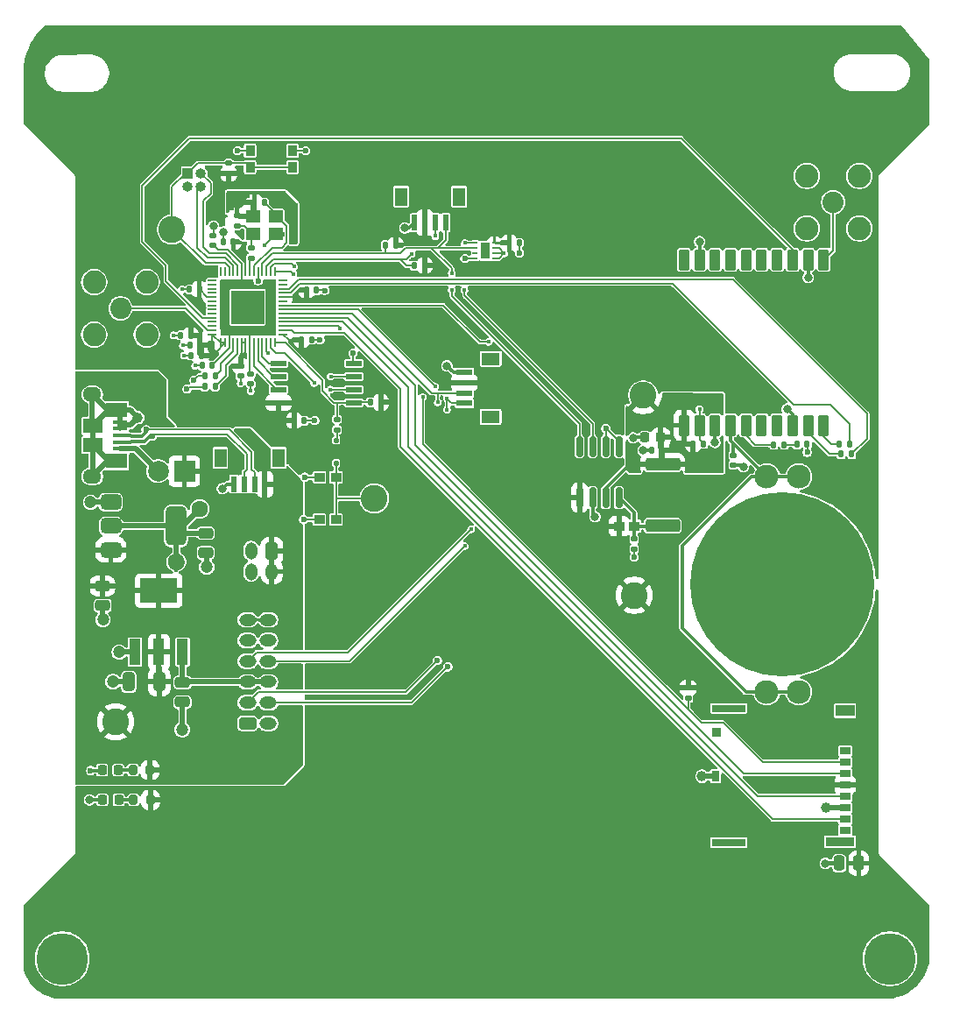
<source format=gbr>
%TF.GenerationSoftware,KiCad,Pcbnew,9.0.0*%
%TF.CreationDate,2025-06-18T14:50:30-07:00*%
%TF.ProjectId,muon_pcb,6d756f6e-5f70-4636-922e-6b696361645f,rev?*%
%TF.SameCoordinates,Original*%
%TF.FileFunction,Copper,L1,Top*%
%TF.FilePolarity,Positive*%
%FSLAX46Y46*%
G04 Gerber Fmt 4.6, Leading zero omitted, Abs format (unit mm)*
G04 Created by KiCad (PCBNEW 9.0.0) date 2025-06-18 14:50:30*
%MOMM*%
%LPD*%
G01*
G04 APERTURE LIST*
G04 Aperture macros list*
%AMRoundRect*
0 Rectangle with rounded corners*
0 $1 Rounding radius*
0 $2 $3 $4 $5 $6 $7 $8 $9 X,Y pos of 4 corners*
0 Add a 4 corners polygon primitive as box body*
4,1,4,$2,$3,$4,$5,$6,$7,$8,$9,$2,$3,0*
0 Add four circle primitives for the rounded corners*
1,1,$1+$1,$2,$3*
1,1,$1+$1,$4,$5*
1,1,$1+$1,$6,$7*
1,1,$1+$1,$8,$9*
0 Add four rect primitives between the rounded corners*
20,1,$1+$1,$2,$3,$4,$5,0*
20,1,$1+$1,$4,$5,$6,$7,0*
20,1,$1+$1,$6,$7,$8,$9,0*
20,1,$1+$1,$8,$9,$2,$3,0*%
G04 Aperture macros list end*
%TA.AperFunction,SMDPad,CuDef*%
%ADD10RoundRect,0.140000X-0.140000X-0.170000X0.140000X-0.170000X0.140000X0.170000X-0.140000X0.170000X0*%
%TD*%
%TA.AperFunction,SMDPad,CuDef*%
%ADD11RoundRect,0.135000X-0.135000X-0.185000X0.135000X-0.185000X0.135000X0.185000X-0.135000X0.185000X0*%
%TD*%
%TA.AperFunction,SMDPad,CuDef*%
%ADD12RoundRect,0.225000X0.225000X0.250000X-0.225000X0.250000X-0.225000X-0.250000X0.225000X-0.250000X0*%
%TD*%
%TA.AperFunction,SMDPad,CuDef*%
%ADD13RoundRect,0.250000X0.250000X0.475000X-0.250000X0.475000X-0.250000X-0.475000X0.250000X-0.475000X0*%
%TD*%
%TA.AperFunction,SMDPad,CuDef*%
%ADD14RoundRect,0.250000X1.425000X-0.362500X1.425000X0.362500X-1.425000X0.362500X-1.425000X-0.362500X0*%
%TD*%
%TA.AperFunction,SMDPad,CuDef*%
%ADD15RoundRect,0.135000X0.135000X0.185000X-0.135000X0.185000X-0.135000X-0.185000X0.135000X-0.185000X0*%
%TD*%
%TA.AperFunction,SMDPad,CuDef*%
%ADD16RoundRect,0.218750X-0.218750X-0.256250X0.218750X-0.256250X0.218750X0.256250X-0.218750X0.256250X0*%
%TD*%
%TA.AperFunction,SMDPad,CuDef*%
%ADD17RoundRect,0.200000X0.200000X0.275000X-0.200000X0.275000X-0.200000X-0.275000X0.200000X-0.275000X0*%
%TD*%
%TA.AperFunction,ComponentPad*%
%ADD18C,2.300000*%
%TD*%
%TA.AperFunction,SMDPad,CuDef*%
%ADD19C,17.800000*%
%TD*%
%TA.AperFunction,ComponentPad*%
%ADD20C,2.600000*%
%TD*%
%TA.AperFunction,SMDPad,CuDef*%
%ADD21RoundRect,0.140000X0.170000X-0.140000X0.170000X0.140000X-0.170000X0.140000X-0.170000X-0.140000X0*%
%TD*%
%TA.AperFunction,SMDPad,CuDef*%
%ADD22R,0.900000X1.000000*%
%TD*%
%TA.AperFunction,SMDPad,CuDef*%
%ADD23RoundRect,0.140000X0.140000X0.170000X-0.140000X0.170000X-0.140000X-0.170000X0.140000X-0.170000X0*%
%TD*%
%TA.AperFunction,SMDPad,CuDef*%
%ADD24RoundRect,0.140000X-0.170000X0.140000X-0.170000X-0.140000X0.170000X-0.140000X0.170000X0.140000X0*%
%TD*%
%TA.AperFunction,SMDPad,CuDef*%
%ADD25RoundRect,0.250000X-0.475000X0.250000X-0.475000X-0.250000X0.475000X-0.250000X0.475000X0.250000X0*%
%TD*%
%TA.AperFunction,SMDPad,CuDef*%
%ADD26R,1.100000X2.500000*%
%TD*%
%TA.AperFunction,SMDPad,CuDef*%
%ADD27R,3.600000X2.340000*%
%TD*%
%TA.AperFunction,SMDPad,CuDef*%
%ADD28R,1.000000X0.900000*%
%TD*%
%TA.AperFunction,SMDPad,CuDef*%
%ADD29RoundRect,0.135000X0.185000X-0.135000X0.185000X0.135000X-0.185000X0.135000X-0.185000X-0.135000X0*%
%TD*%
%TA.AperFunction,ComponentPad*%
%ADD30C,5.000000*%
%TD*%
%TA.AperFunction,ComponentPad*%
%ADD31R,1.000000X1.000000*%
%TD*%
%TA.AperFunction,ComponentPad*%
%ADD32O,1.000000X1.000000*%
%TD*%
%TA.AperFunction,SMDPad,CuDef*%
%ADD33RoundRect,0.150000X-0.150000X0.825000X-0.150000X-0.825000X0.150000X-0.825000X0.150000X0.825000X0*%
%TD*%
%TA.AperFunction,SMDPad,CuDef*%
%ADD34R,0.600000X1.550000*%
%TD*%
%TA.AperFunction,SMDPad,CuDef*%
%ADD35R,1.200000X1.800000*%
%TD*%
%TA.AperFunction,SMDPad,CuDef*%
%ADD36R,1.100000X0.700000*%
%TD*%
%TA.AperFunction,SMDPad,CuDef*%
%ADD37R,0.930000X0.900000*%
%TD*%
%TA.AperFunction,SMDPad,CuDef*%
%ADD38R,0.780000X1.050000*%
%TD*%
%TA.AperFunction,SMDPad,CuDef*%
%ADD39R,3.330000X0.700000*%
%TD*%
%TA.AperFunction,SMDPad,CuDef*%
%ADD40R,2.800000X0.860000*%
%TD*%
%TA.AperFunction,SMDPad,CuDef*%
%ADD41R,1.830000X1.140000*%
%TD*%
%TA.AperFunction,SMDPad,CuDef*%
%ADD42RoundRect,0.125000X0.125000X-0.125000X0.125000X0.125000X-0.125000X0.125000X-0.125000X-0.125000X0*%
%TD*%
%TA.AperFunction,SMDPad,CuDef*%
%ADD43R,1.524000X0.533400*%
%TD*%
%TA.AperFunction,SMDPad,CuDef*%
%ADD44R,1.000000X0.970000*%
%TD*%
%TA.AperFunction,ComponentPad*%
%ADD45RoundRect,0.250000X0.575000X-0.350000X0.575000X0.350000X-0.575000X0.350000X-0.575000X-0.350000X0*%
%TD*%
%TA.AperFunction,ComponentPad*%
%ADD46O,1.650000X1.200000*%
%TD*%
%TA.AperFunction,SMDPad,CuDef*%
%ADD47RoundRect,0.250000X0.325000X0.650000X-0.325000X0.650000X-0.325000X-0.650000X0.325000X-0.650000X0*%
%TD*%
%TA.AperFunction,SMDPad,CuDef*%
%ADD48RoundRect,0.135000X-0.185000X0.135000X-0.185000X-0.135000X0.185000X-0.135000X0.185000X0.135000X0*%
%TD*%
%TA.AperFunction,SMDPad,CuDef*%
%ADD49RoundRect,0.062500X-0.187500X-0.062500X0.187500X-0.062500X0.187500X0.062500X-0.187500X0.062500X0*%
%TD*%
%TA.AperFunction,HeatsinkPad*%
%ADD50C,0.600000*%
%TD*%
%TA.AperFunction,SMDPad,CuDef*%
%ADD51R,0.900000X1.600000*%
%TD*%
%TA.AperFunction,SMDPad,CuDef*%
%ADD52RoundRect,0.125000X0.375000X-0.875000X0.375000X0.875000X-0.375000X0.875000X-0.375000X-0.875000X0*%
%TD*%
%TA.AperFunction,SMDPad,CuDef*%
%ADD53R,1.400000X1.200000*%
%TD*%
%TA.AperFunction,SMDPad,CuDef*%
%ADD54R,1.550000X0.600000*%
%TD*%
%TA.AperFunction,SMDPad,CuDef*%
%ADD55R,1.800000X1.200000*%
%TD*%
%TA.AperFunction,SMDPad,CuDef*%
%ADD56R,1.380000X0.450000*%
%TD*%
%TA.AperFunction,ComponentPad*%
%ADD57O,1.800000X1.400000*%
%TD*%
%TA.AperFunction,SMDPad,CuDef*%
%ADD58R,1.900000X1.380000*%
%TD*%
%TA.AperFunction,SMDPad,CuDef*%
%ADD59R,2.100000X1.480000*%
%TD*%
%TA.AperFunction,ComponentPad*%
%ADD60C,2.050000*%
%TD*%
%TA.AperFunction,ComponentPad*%
%ADD61C,2.250000*%
%TD*%
%TA.AperFunction,ComponentPad*%
%ADD62R,2.000000X2.000000*%
%TD*%
%TA.AperFunction,ComponentPad*%
%ADD63C,2.000000*%
%TD*%
%TA.AperFunction,SMDPad,CuDef*%
%ADD64RoundRect,0.050000X0.387500X0.050000X-0.387500X0.050000X-0.387500X-0.050000X0.387500X-0.050000X0*%
%TD*%
%TA.AperFunction,SMDPad,CuDef*%
%ADD65RoundRect,0.050000X0.050000X0.387500X-0.050000X0.387500X-0.050000X-0.387500X0.050000X-0.387500X0*%
%TD*%
%TA.AperFunction,HeatsinkPad*%
%ADD66R,3.200000X3.200000*%
%TD*%
%TA.AperFunction,SMDPad,CuDef*%
%ADD67RoundRect,0.147500X0.147500X0.172500X-0.147500X0.172500X-0.147500X-0.172500X0.147500X-0.172500X0*%
%TD*%
%TA.AperFunction,SMDPad,CuDef*%
%ADD68RoundRect,0.375000X-0.625000X-0.375000X0.625000X-0.375000X0.625000X0.375000X-0.625000X0.375000X0*%
%TD*%
%TA.AperFunction,SMDPad,CuDef*%
%ADD69RoundRect,0.500000X-0.500000X-1.400000X0.500000X-1.400000X0.500000X1.400000X-0.500000X1.400000X0*%
%TD*%
%TA.AperFunction,ComponentPad*%
%ADD70RoundRect,0.250000X0.350000X0.575000X-0.350000X0.575000X-0.350000X-0.575000X0.350000X-0.575000X0*%
%TD*%
%TA.AperFunction,ComponentPad*%
%ADD71O,1.200000X1.650000*%
%TD*%
%TA.AperFunction,ViaPad*%
%ADD72C,0.600000*%
%TD*%
%TA.AperFunction,ViaPad*%
%ADD73C,1.200000*%
%TD*%
%TA.AperFunction,ViaPad*%
%ADD74C,0.450000*%
%TD*%
%TA.AperFunction,ViaPad*%
%ADD75C,2.000000*%
%TD*%
%TA.AperFunction,ViaPad*%
%ADD76C,1.000000*%
%TD*%
%TA.AperFunction,ViaPad*%
%ADD77C,0.800000*%
%TD*%
%TA.AperFunction,ViaPad*%
%ADD78C,1.600000*%
%TD*%
%TA.AperFunction,Conductor*%
%ADD79C,0.150000*%
%TD*%
%TA.AperFunction,Conductor*%
%ADD80C,0.200000*%
%TD*%
%TA.AperFunction,Conductor*%
%ADD81C,0.300000*%
%TD*%
%TA.AperFunction,Conductor*%
%ADD82C,0.500000*%
%TD*%
%TA.AperFunction,Conductor*%
%ADD83C,0.400000*%
%TD*%
G04 APERTURE END LIST*
D10*
%TO.P,C9,1*%
%TO.N,PAYLOAD_PWR*%
X119630000Y-83800000D03*
%TO.P,C9,2*%
%TO.N,GND*%
X120590000Y-83800000D03*
%TD*%
D11*
%TO.P,R14,1*%
%TO.N,GPS VCC*%
X157480000Y-93870000D03*
%TO.P,R14,2*%
%TO.N,GPS Reset*%
X158500000Y-93870000D03*
%TD*%
D12*
%TO.P,C19,1*%
%TO.N,GPS VCC*%
X154340000Y-93260000D03*
%TO.P,C19,2*%
%TO.N,GND*%
X152790000Y-93260000D03*
%TD*%
D13*
%TO.P,C15,1*%
%TO.N,PAYLOAD_PWR*%
X173490000Y-134420000D03*
%TO.P,C15,2*%
%TO.N,GND*%
X171590000Y-134420000D03*
%TD*%
D11*
%TO.P,R16,1*%
%TO.N,Net-(U1-TX)*%
X171770000Y-94880000D03*
%TO.P,R16,2*%
%TO.N,UART1 Rx*%
X172790000Y-94880000D03*
%TD*%
D14*
%TO.P,R12,1*%
%TO.N,VCC Processed*%
X154530000Y-101802500D03*
%TO.P,R12,2*%
%TO.N,GPS VCC*%
X154530000Y-95877500D03*
%TD*%
D15*
%TO.P,R11,1*%
%TO.N,PAYLOAD_PWR*%
X128710000Y-74690000D03*
%TO.P,R11,2*%
%TO.N,SCL1*%
X127690000Y-74690000D03*
%TD*%
D16*
%TO.P,D5,1,K*%
%TO.N,GND*%
X100385000Y-128290000D03*
%TO.P,D5,2,A*%
%TO.N,Net-(D5-A)*%
X101960000Y-128290000D03*
%TD*%
D17*
%TO.P,R20,1*%
%TO.N,PAYLOAD_PWR*%
X105030000Y-128290000D03*
%TO.P,R20,2*%
%TO.N,Net-(D5-A)*%
X103380000Y-128290000D03*
%TD*%
D15*
%TO.P,R6,1*%
%TO.N,PAYLOAD_PWR*%
X127280000Y-89880000D03*
%TO.P,R6,2*%
%TO.N,/RP2040 MCU/QSPI_SS*%
X126260000Y-89880000D03*
%TD*%
D18*
%TO.P,BT1,1,+*%
%TO.N,/Sensors/VBACKUP*%
X164590000Y-117850000D03*
X167690000Y-117850000D03*
X164590000Y-97050000D03*
X167690000Y-97050000D03*
D19*
%TO.P,BT1,2,-*%
%TO.N,GND*%
X166090000Y-107450000D03*
%TD*%
D20*
%TO.P,TP3,1,1*%
%TO.N,GPS VCC*%
X152650000Y-89200000D03*
%TD*%
D16*
%TO.P,D3,1,K*%
%TO.N,GND*%
X100345000Y-125410000D03*
%TO.P,D3,2,A*%
%TO.N,Net-(D3-A)*%
X101920000Y-125410000D03*
%TD*%
D21*
%TO.P,C10,1*%
%TO.N,+1V1*%
X111090000Y-74710000D03*
%TO.P,C10,2*%
%TO.N,GND*%
X111090000Y-73750000D03*
%TD*%
D22*
%TO.P,SW4,1,1*%
%TO.N,GND*%
X114650000Y-65540000D03*
X118750000Y-65540000D03*
%TO.P,SW4,2,2*%
%TO.N,RP2040 Reset*%
X114650000Y-67140000D03*
X118750000Y-67140000D03*
%TD*%
D23*
%TO.P,C7,1*%
%TO.N,PAYLOAD_PWR*%
X113040000Y-74320000D03*
%TO.P,C7,2*%
%TO.N,GND*%
X112080000Y-74320000D03*
%TD*%
%TO.P,C6,1*%
%TO.N,PAYLOAD_PWR*%
X109740000Y-78960000D03*
%TO.P,C6,2*%
%TO.N,GND*%
X108780000Y-78960000D03*
%TD*%
D10*
%TO.P,C14,1*%
%TO.N,PAYLOAD_PWR*%
X118910000Y-91640000D03*
%TO.P,C14,2*%
%TO.N,GND*%
X119870000Y-91640000D03*
%TD*%
D24*
%TO.P,C16,1*%
%TO.N,VCC Processed*%
X151780000Y-103080000D03*
%TO.P,C16,2*%
%TO.N,GND*%
X151780000Y-104040000D03*
%TD*%
D25*
%TO.P,C24,1*%
%TO.N,PAYLOAD_BATT*%
X108110000Y-116940000D03*
%TO.P,C24,2*%
%TO.N,GND*%
X108110000Y-118840000D03*
%TD*%
%TO.P,C22,1*%
%TO.N,+5V*%
X100390000Y-107610000D03*
%TO.P,C22,2*%
%TO.N,GND*%
X100390000Y-109510000D03*
%TD*%
D26*
%TO.P,U4,1,GND*%
%TO.N,GND*%
X103530000Y-114010000D03*
%TO.P,U4,2,VO*%
%TO.N,+5V*%
X105830000Y-114010000D03*
%TO.P,U4,3,VI*%
%TO.N,PAYLOAD_BATT*%
X108130000Y-114010000D03*
D27*
%TO.P,U4,4*%
%TO.N,+5V*%
X105830000Y-108070000D03*
%TD*%
D28*
%TO.P,SW5,1,1*%
%TO.N,GND*%
X121360000Y-101200000D03*
X121360000Y-97100000D03*
%TO.P,SW5,2,2*%
%TO.N,Net-(D4-K)*%
X122960000Y-101200000D03*
X122960000Y-97100000D03*
%TD*%
D20*
%TO.P,TP1,1,1*%
%TO.N,RP2040 Reset*%
X107110000Y-73170000D03*
%TD*%
D15*
%TO.P,R10,1*%
%TO.N,PAYLOAD_PWR*%
X131530000Y-76650000D03*
%TO.P,R10,2*%
%TO.N,SDA1*%
X130510000Y-76650000D03*
%TD*%
D23*
%TO.P,C20,1*%
%TO.N,GPS VCC*%
X154420000Y-94490000D03*
%TO.P,C20,2*%
%TO.N,GND*%
X153460000Y-94490000D03*
%TD*%
D29*
%TO.P,R1,1*%
%TO.N,PAYLOAD_PWR*%
X112600000Y-67780000D03*
%TO.P,R1,2*%
%TO.N,RP2040 Reset*%
X112600000Y-66760000D03*
%TD*%
D30*
%TO.P,H2,1*%
%TO.N,N/C*%
X176503280Y-143650755D03*
%TD*%
D31*
%TO.P,J9,1,Pin_1*%
%TO.N,RP2040 Reset*%
X108625000Y-67710000D03*
D32*
%TO.P,J9,2,Pin_2*%
%TO.N,SWCLK*%
X109895000Y-67710000D03*
%TO.P,J9,3,Pin_3*%
%TO.N,GND*%
X108625000Y-68980000D03*
%TO.P,J9,4,Pin_4*%
%TO.N,SWD*%
X109895000Y-68980000D03*
%TD*%
D33*
%TO.P,U13,1,A1*%
%TO.N,GND*%
X150310000Y-94125000D03*
%TO.P,U13,2,A0*%
X149040000Y-94125000D03*
%TO.P,U13,3,SDA*%
%TO.N,SDA1*%
X147770000Y-94125000D03*
%TO.P,U13,4,SCL*%
%TO.N,SCL1*%
X146500000Y-94125000D03*
%TO.P,U13,5,VS*%
%TO.N,PAYLOAD_PWR*%
X146500000Y-99075000D03*
%TO.P,U13,6,GND*%
%TO.N,GND*%
X147770000Y-99075000D03*
%TO.P,U13,7,IN-*%
%TO.N,GPS VCC*%
X149040000Y-99075000D03*
%TO.P,U13,8,IN+*%
%TO.N,VCC Processed*%
X150310000Y-99075000D03*
%TD*%
D34*
%TO.P,J10,1,Pin_1*%
%TO.N,GND*%
X113080000Y-97765000D03*
%TO.P,J10,2,Pin_2*%
%TO.N,USB_D-*%
X114080000Y-97765000D03*
%TO.P,J10,3,Pin_3*%
%TO.N,USB_D+*%
X115080000Y-97765000D03*
%TO.P,J10,4,Pin_4*%
%TO.N,+5V*%
X116080000Y-97765000D03*
D35*
%TO.P,J10,S1*%
%TO.N,N/C*%
X111780000Y-95240000D03*
%TO.P,J10,S2*%
X117380000Y-95240000D03*
%TD*%
D36*
%TO.P,J4,1,DAT2*%
%TO.N,unconnected-(J4-DAT2-Pad1)*%
X172185000Y-123550000D03*
%TO.P,J4,2,DAT3/CD*%
%TO.N,MicroSD CS*%
X172185000Y-124650000D03*
%TO.P,J4,3,CMD*%
%TO.N,MicroSD MOSI*%
X172185000Y-125750000D03*
%TO.P,J4,4,VDD*%
%TO.N,PAYLOAD_PWR*%
X172185000Y-126850000D03*
%TO.P,J4,5,CLK*%
%TO.N,MicroSD CLK*%
X172185000Y-127950000D03*
%TO.P,J4,6,VSS*%
%TO.N,GND*%
X172185000Y-129050000D03*
%TO.P,J4,7,DAT0*%
%TO.N,MicroSD MISO*%
X172185000Y-130150000D03*
%TO.P,J4,8,DAT1*%
%TO.N,unconnected-(J4-DAT1-Pad8)*%
X172185000Y-131250000D03*
D37*
%TO.P,J4,9,DET*%
%TO.N,unconnected-(J4-DET-Pad9)*%
X159720000Y-121760000D03*
D38*
%TO.P,J4,10,SHIELD*%
%TO.N,GND*%
X159645000Y-126025000D03*
D39*
%TO.P,J4,11*%
%TO.N,N/C*%
X160920000Y-132410000D03*
D40*
%TO.P,J4,12*%
X171685000Y-132330000D03*
D41*
%TO.P,J4,13*%
X172170000Y-119670000D03*
D39*
%TO.P,J4,14*%
X160920000Y-119450000D03*
%TD*%
D25*
%TO.P,C23,1*%
%TO.N,PAYLOAD_PWR*%
X110370000Y-102510000D03*
%TO.P,C23,2*%
%TO.N,GND*%
X110370000Y-104410000D03*
%TD*%
D11*
%TO.P,R17,1*%
%TO.N,Net-(U1-RX)*%
X171570000Y-93880000D03*
%TO.P,R17,2*%
%TO.N,UART1 Tx*%
X172590000Y-93880000D03*
%TD*%
D24*
%TO.P,C3,1*%
%TO.N,PAYLOAD_PWR*%
X113750000Y-86380000D03*
%TO.P,C3,2*%
%TO.N,GND*%
X113750000Y-87340000D03*
%TD*%
%TO.P,C21,1*%
%TO.N,/Sensors/VBACKUP*%
X161340000Y-94970000D03*
%TO.P,C21,2*%
%TO.N,GND*%
X161340000Y-95930000D03*
%TD*%
D23*
%TO.P,C5,1*%
%TO.N,PAYLOAD_PWR*%
X108910000Y-83390000D03*
%TO.P,C5,2*%
%TO.N,GND*%
X107950000Y-83390000D03*
%TD*%
D42*
%TO.P,D4,1,K*%
%TO.N,Net-(D4-K)*%
X122970000Y-95730000D03*
%TO.P,D4,2,A*%
%TO.N,Net-(D4-A)*%
X122970000Y-93530000D03*
%TD*%
D43*
%TO.P,U3,1,~{CS}*%
%TO.N,/RP2040 MCU/QSPI_SS*%
X124677400Y-89907500D03*
%TO.P,U3,2,DO(IO1)*%
%TO.N,/RP2040 MCU/QSPI_SD1*%
X124677401Y-88637499D03*
%TO.P,U3,3,IO2*%
%TO.N,/RP2040 MCU/QSPI_SD2*%
X124677400Y-87367500D03*
%TO.P,U3,4,GND*%
%TO.N,GND*%
X124677400Y-86097500D03*
%TO.P,U3,5,DI(IO0)*%
%TO.N,/RP2040 MCU/QSPI_SD0*%
X117387600Y-86097500D03*
%TO.P,U3,6,CLK*%
%TO.N,/RP2040 MCU/QSPI_SCLK*%
X117387599Y-87367501D03*
%TO.P,U3,7,IO3*%
%TO.N,/RP2040 MCU/QSPI_SD3*%
X117387600Y-88637500D03*
%TO.P,U3,8,VCC*%
%TO.N,PAYLOAD_PWR*%
X117387600Y-89907500D03*
%TD*%
D44*
%TO.P,FL1,1*%
%TO.N,VCC Processed*%
X151780000Y-101850000D03*
%TO.P,FL1,2*%
%TO.N,PAYLOAD_PWR*%
X150310000Y-101850000D03*
%TD*%
D45*
%TO.P,J8,1,Pin_1*%
%TO.N,GND*%
X114410000Y-120890000D03*
D46*
%TO.P,J8,2,Pin_2*%
X116410000Y-120890000D03*
%TO.P,J8,3,Pin_3*%
%TO.N,SDA0*%
X114410000Y-118890000D03*
%TO.P,J8,4,Pin_4*%
%TO.N,SCL0*%
X116410000Y-118890000D03*
%TO.P,J8,5,Pin_5*%
%TO.N,PAYLOAD_BATT*%
X114410000Y-116890000D03*
%TO.P,J8,6,Pin_6*%
X116410000Y-116890000D03*
%TO.P,J8,7,Pin_7*%
%TO.N,UART0 Rx*%
X114410000Y-114890000D03*
%TO.P,J8,8,Pin_8*%
%TO.N,UART0 Tx*%
X116410000Y-114890000D03*
%TO.P,J8,9,Pin_9*%
%TO.N,GND*%
X114410000Y-112890000D03*
%TO.P,J8,10,Pin_10*%
X116410000Y-112890000D03*
%TO.P,J8,11,Pin_11*%
%TO.N,PAYLOAD_PWR*%
X114410000Y-110890000D03*
%TO.P,J8,12,Pin_12*%
X116410000Y-110890000D03*
%TD*%
D47*
%TO.P,C25,1*%
%TO.N,+5V*%
X105875000Y-116880000D03*
%TO.P,C25,2*%
%TO.N,GND*%
X102925000Y-116880000D03*
%TD*%
D10*
%TO.P,C8,1*%
%TO.N,PAYLOAD_PWR*%
X120120000Y-79040000D03*
%TO.P,C8,2*%
%TO.N,GND*%
X121080000Y-79040000D03*
%TD*%
D48*
%TO.P,R7,1*%
%TO.N,PAYLOAD_PWR*%
X156990000Y-117450000D03*
%TO.P,R7,2*%
%TO.N,MicroSD CS*%
X156990000Y-118470000D03*
%TD*%
%TO.P,R4,1*%
%TO.N,/RP2040 MCU/QSPI_SS*%
X123040000Y-91520000D03*
%TO.P,R4,2*%
%TO.N,Net-(D4-A)*%
X123040000Y-92540000D03*
%TD*%
D49*
%TO.P,U15,1,SDA*%
%TO.N,SDA1*%
X136400000Y-74470000D03*
%TO.P,U15,2,SCL*%
%TO.N,SCL1*%
X136400000Y-74970000D03*
%TO.P,U15,3,ALERT*%
%TO.N,unconnected-(U15-ALERT-Pad3)*%
X136400000Y-75470000D03*
%TO.P,U15,4,GND*%
%TO.N,GND*%
X136400000Y-75970000D03*
%TO.P,U15,5,A2*%
X138300000Y-75970000D03*
%TO.P,U15,6,A1*%
X138300000Y-75470000D03*
%TO.P,U15,7,A0*%
X138300000Y-74970000D03*
%TO.P,U15,8,V+*%
%TO.N,PAYLOAD_PWR*%
X138300000Y-74470000D03*
D50*
%TO.P,U15,9,EP*%
%TO.N,GND*%
X137350000Y-74720000D03*
D51*
X137350000Y-75220000D03*
D50*
X137350000Y-75720000D03*
%TD*%
D30*
%TO.P,H1,1*%
%TO.N,N/C*%
X96503280Y-143650755D03*
%TD*%
D11*
%TO.P,R15,1*%
%TO.N,Net-(U1-3D-FIX)*%
X165260000Y-93950000D03*
%TO.P,R15,2*%
%TO.N,Net-(D2-A)*%
X166280000Y-93950000D03*
%TD*%
D52*
%TO.P,U1,1,VCC*%
%TO.N,GPS VCC*%
X156590000Y-92090000D03*
%TO.P,U1,2,~{RESET}*%
%TO.N,GPS Reset*%
X158090000Y-92090000D03*
%TO.P,U1,3,GND*%
%TO.N,GND*%
X159590000Y-92090000D03*
%TO.P,U1,4,VBACKUP*%
%TO.N,/Sensors/VBACKUP*%
X161090000Y-92090000D03*
%TO.P,U1,5,3D-FIX*%
%TO.N,Net-(U1-3D-FIX)*%
X162590000Y-92090000D03*
%TO.P,U1,6,NC*%
%TO.N,unconnected-(U1-NC-Pad6)*%
X164090000Y-92090000D03*
%TO.P,U1,7,NC*%
%TO.N,unconnected-(U1-NC-Pad7)*%
X165590000Y-92090000D03*
%TO.P,U1,8,GND*%
%TO.N,GND*%
X167090000Y-92090000D03*
%TO.P,U1,9,TX*%
%TO.N,Net-(U1-TX)*%
X168590000Y-92090000D03*
%TO.P,U1,10,RX*%
%TO.N,Net-(U1-RX)*%
X170090000Y-92090000D03*
%TO.P,U1,11,EX_ANT*%
%TO.N,Net-(J2-In)*%
X170090000Y-76090000D03*
%TO.P,U1,12,GND*%
%TO.N,GND*%
X168590000Y-76090000D03*
%TO.P,U1,13,1PPS*%
%TO.N,GPS 1PPS*%
X167090000Y-76090000D03*
%TO.P,U1,14,RX1/I2C_SCL*%
%TO.N,unconnected-(U1-RX1{slash}I2C_SCL-Pad14)*%
X165590000Y-76090000D03*
%TO.P,U1,15,TX1/I2C_SDA*%
%TO.N,unconnected-(U1-TX1{slash}I2C_SDA-Pad15)*%
X164090000Y-76090000D03*
%TO.P,U1,16,NC*%
%TO.N,unconnected-(U1-NC-Pad16)*%
X162590000Y-76090000D03*
%TO.P,U1,17,NC*%
%TO.N,unconnected-(U1-NC-Pad17)*%
X161090000Y-76090000D03*
%TO.P,U1,18,NC*%
%TO.N,unconnected-(U1-NC-Pad18)*%
X159590000Y-76090000D03*
%TO.P,U1,19,GND*%
%TO.N,GND*%
X158090000Y-76090000D03*
%TO.P,U1,20,NC*%
%TO.N,unconnected-(U1-NC-Pad20)*%
X156590000Y-76090000D03*
%TD*%
D53*
%TO.P,Y3,1,1*%
%TO.N,/RP2040 MCU/Crystal In*%
X117110000Y-71920000D03*
%TO.P,Y3,2,2*%
%TO.N,GND*%
X114910000Y-71920000D03*
%TO.P,Y3,3,3*%
%TO.N,Net-(C13-Pad1)*%
X114910000Y-73620000D03*
%TO.P,Y3,4,4*%
%TO.N,GND*%
X117110000Y-73620000D03*
%TD*%
D54*
%TO.P,J5,1,Pin_1*%
%TO.N,GND*%
X135375000Y-86970000D03*
%TO.P,J5,2,Pin_2*%
%TO.N,PAYLOAD_PWR*%
X135375000Y-87970000D03*
%TO.P,J5,3,Pin_3*%
%TO.N,SDA0*%
X135375000Y-88970000D03*
%TO.P,J5,4,Pin_4*%
%TO.N,SCL0*%
X135375000Y-89970000D03*
D55*
%TO.P,J5,S1*%
%TO.N,N/C*%
X137900000Y-85670000D03*
%TO.P,J5,S2*%
X137900000Y-91270000D03*
%TD*%
D11*
%TO.P,R3,1*%
%TO.N,USB_D-*%
X110260000Y-87340000D03*
%TO.P,R3,2*%
%TO.N,Net-(U12-USB_DM)*%
X111280000Y-87340000D03*
%TD*%
D23*
%TO.P,C4,1*%
%TO.N,PAYLOAD_PWR*%
X109802500Y-84362500D03*
%TO.P,C4,2*%
%TO.N,GND*%
X108842500Y-84362500D03*
%TD*%
D20*
%TO.P,TP5,1,1*%
%TO.N,PAYLOAD_PWR*%
X151790000Y-108520000D03*
%TD*%
D29*
%TO.P,R5,1*%
%TO.N,/RP2040 MCU/Crystal Out*%
X114740000Y-75930000D03*
%TO.P,R5,2*%
%TO.N,Net-(C13-Pad1)*%
X114740000Y-74910000D03*
%TD*%
D56*
%TO.P,J12,1,VBUS*%
%TO.N,Net-(J12-VBUS)*%
X102100000Y-94370000D03*
%TO.P,J12,2,D-*%
%TO.N,USB_D-*%
X102100000Y-93720000D03*
%TO.P,J12,3,D+*%
%TO.N,USB_D+*%
X102100000Y-93070000D03*
%TO.P,J12,4,ID*%
%TO.N,GND*%
X102100000Y-92420000D03*
%TO.P,J12,5,GND*%
X102100000Y-91770000D03*
D57*
%TO.P,J12,6,Shield*%
X99400000Y-89120000D03*
X99400000Y-97020000D03*
D58*
X99450000Y-92130000D03*
X99450000Y-94010000D03*
D59*
X101750000Y-90610000D03*
X101750000Y-95530000D03*
%TD*%
D20*
%TO.P,TP2,1,1*%
%TO.N,Net-(D4-K)*%
X126660000Y-99160000D03*
%TD*%
D10*
%TO.P,C17,1*%
%TO.N,PAYLOAD_PWR*%
X139710000Y-74460000D03*
%TO.P,C17,2*%
%TO.N,GND*%
X140670000Y-74460000D03*
%TD*%
D21*
%TO.P,C13,1*%
%TO.N,Net-(C13-Pad1)*%
X113380000Y-72810000D03*
%TO.P,C13,2*%
%TO.N,GND*%
X113380000Y-71850000D03*
%TD*%
D11*
%TO.P,R2,1*%
%TO.N,USB_D+*%
X110250000Y-88320000D03*
%TO.P,R2,2*%
%TO.N,Net-(U12-USB_DP)*%
X111270000Y-88320000D03*
%TD*%
D60*
%TO.P,J2,1,In*%
%TO.N,Net-(J2-In)*%
X171010000Y-70520000D03*
D61*
%TO.P,J2,2,Ext*%
%TO.N,GND*%
X168470000Y-67980000D03*
X168470000Y-73060000D03*
X173550000Y-67980000D03*
X173550000Y-73060000D03*
%TD*%
D20*
%TO.P,TP7,1,1*%
%TO.N,+5V*%
X101640000Y-120730000D03*
%TD*%
D17*
%TO.P,R18,1*%
%TO.N,+5V*%
X104980000Y-125400000D03*
%TO.P,R18,2*%
%TO.N,Net-(D3-A)*%
X103330000Y-125400000D03*
%TD*%
D24*
%TO.P,C11,1*%
%TO.N,+1V1*%
X114730000Y-87130000D03*
%TO.P,C11,2*%
%TO.N,GND*%
X114730000Y-88090000D03*
%TD*%
D23*
%TO.P,C1,1*%
%TO.N,+1V1*%
X110990000Y-86320000D03*
%TO.P,C1,2*%
%TO.N,GND*%
X110030000Y-86320000D03*
%TD*%
D34*
%TO.P,J7,1,Pin_1*%
%TO.N,GND*%
X130560000Y-72515000D03*
%TO.P,J7,2,Pin_2*%
%TO.N,PAYLOAD_PWR*%
X131560000Y-72515000D03*
%TO.P,J7,3,Pin_3*%
%TO.N,SDA1*%
X132560000Y-72515000D03*
%TO.P,J7,4,Pin_4*%
%TO.N,SCL1*%
X133560000Y-72515000D03*
D35*
%TO.P,J7,S1*%
%TO.N,N/C*%
X129260000Y-69990000D03*
%TO.P,J7,S2*%
X134860000Y-69990000D03*
%TD*%
D23*
%TO.P,C2,1*%
%TO.N,PAYLOAD_PWR*%
X109922500Y-85342500D03*
%TO.P,C2,2*%
%TO.N,GND*%
X108962500Y-85342500D03*
%TD*%
D62*
%TO.P,J6,1,Pin_1*%
%TO.N,+5V*%
X108300000Y-96520000D03*
D63*
%TO.P,J6,2,Pin_2*%
%TO.N,Net-(J12-VBUS)*%
X105760000Y-96520000D03*
%TD*%
D64*
%TO.P,U12,1,IOVDD*%
%TO.N,PAYLOAD_PWR*%
X117860000Y-83290000D03*
%TO.P,U12,2,GPIO0*%
%TO.N,MicroSD MISO*%
X117860000Y-82890000D03*
%TO.P,U12,3,GPIO1*%
%TO.N,MicroSD CS*%
X117860000Y-82490000D03*
%TO.P,U12,4,GPIO2*%
%TO.N,MicroSD CLK*%
X117860000Y-82090000D03*
%TO.P,U12,5,GPIO3*%
%TO.N,MicroSD MOSI*%
X117860000Y-81690000D03*
%TO.P,U12,6,GPIO4*%
%TO.N,SDA0*%
X117860000Y-81290000D03*
%TO.P,U12,7,GPIO5*%
%TO.N,SCL0*%
X117860000Y-80890000D03*
%TO.P,U12,8,GPIO6*%
%TO.N,GPS Reset*%
X117860000Y-80490000D03*
%TO.P,U12,9,GPIO7*%
%TO.N,unconnected-(U12-GPIO7-Pad9)*%
X117860000Y-80090000D03*
%TO.P,U12,10,IOVDD*%
%TO.N,PAYLOAD_PWR*%
X117860000Y-79690000D03*
%TO.P,U12,11,GPIO8*%
%TO.N,UART1 Tx*%
X117860000Y-79290000D03*
%TO.P,U12,12,GPIO9*%
%TO.N,UART1 Rx*%
X117860000Y-78890000D03*
%TO.P,U12,13,GPIO10*%
%TO.N,unconnected-(U12-GPIO10-Pad13)*%
X117860000Y-78490000D03*
%TO.P,U12,14,GPIO11*%
%TO.N,unconnected-(U12-GPIO11-Pad14)*%
X117860000Y-78090000D03*
D65*
%TO.P,U12,15,GPIO12*%
%TO.N,UART0 Tx*%
X117022500Y-77252500D03*
%TO.P,U12,16,GPIO13*%
%TO.N,UART0 Rx*%
X116622500Y-77252500D03*
%TO.P,U12,17,GPIO14*%
%TO.N,SDA1*%
X116222500Y-77252500D03*
%TO.P,U12,18,GPIO15*%
%TO.N,SCL1*%
X115822500Y-77252500D03*
%TO.P,U12,19,TESTEN*%
%TO.N,GND*%
X115422500Y-77252500D03*
%TO.P,U12,20,XIN*%
%TO.N,/RP2040 MCU/Crystal In*%
X115022500Y-77252500D03*
%TO.P,U12,21,XOUT*%
%TO.N,/RP2040 MCU/Crystal Out*%
X114622500Y-77252500D03*
%TO.P,U12,22,IOVDD*%
%TO.N,PAYLOAD_PWR*%
X114222500Y-77252500D03*
%TO.P,U12,23,DVDD*%
%TO.N,+1V1*%
X113822500Y-77252500D03*
%TO.P,U12,24,SWCLK*%
%TO.N,SWCLK*%
X113422500Y-77252500D03*
%TO.P,U12,25,SWD*%
%TO.N,SWD*%
X113022500Y-77252500D03*
%TO.P,U12,26,RUN*%
%TO.N,RP2040 Reset*%
X112622500Y-77252500D03*
%TO.P,U12,27,GPIO16*%
%TO.N,unconnected-(U12-GPIO16-Pad27)*%
X112222500Y-77252500D03*
%TO.P,U12,28,GPIO17*%
%TO.N,unconnected-(U12-GPIO17-Pad28)*%
X111822500Y-77252500D03*
D64*
%TO.P,U12,29,GPIO18*%
%TO.N,unconnected-(U12-GPIO18-Pad29)*%
X110985000Y-78090000D03*
%TO.P,U12,30,GPIO19*%
%TO.N,unconnected-(U12-GPIO19-Pad30)*%
X110985000Y-78490000D03*
%TO.P,U12,31,GPIO20*%
%TO.N,unconnected-(U12-GPIO20-Pad31)*%
X110985000Y-78890000D03*
%TO.P,U12,32,GPIO21*%
%TO.N,unconnected-(U12-GPIO21-Pad32)*%
X110985000Y-79290000D03*
%TO.P,U12,33,IOVDD*%
%TO.N,PAYLOAD_PWR*%
X110985000Y-79690000D03*
%TO.P,U12,34,GPIO22*%
%TO.N,unconnected-(U12-GPIO22-Pad34)*%
X110985000Y-80090000D03*
%TO.P,U12,35,GPIO23*%
%TO.N,unconnected-(U12-GPIO23-Pad35)*%
X110985000Y-80490000D03*
%TO.P,U12,36,GPIO24*%
%TO.N,unconnected-(U12-GPIO24-Pad36)*%
X110985000Y-80890000D03*
%TO.P,U12,37,GPIO25*%
%TO.N,unconnected-(U12-GPIO25-Pad37)*%
X110985000Y-81290000D03*
%TO.P,U12,38,GPIO26_ADC0*%
%TO.N,GPS 1PPS*%
X110985000Y-81690000D03*
%TO.P,U12,39,GPIO27_ADC1*%
%TO.N,unconnected-(U12-GPIO27_ADC1-Pad39)*%
X110985000Y-82090000D03*
%TO.P,U12,40,GPIO28_ADC2*%
%TO.N,unconnected-(U12-GPIO28_ADC2-Pad40)*%
X110985000Y-82490000D03*
%TO.P,U12,41,GPIO29_ADC3*%
%TO.N,Cosmic Analog*%
X110985000Y-82890000D03*
%TO.P,U12,42,IOVDD*%
%TO.N,PAYLOAD_PWR*%
X110985000Y-83290000D03*
D65*
%TO.P,U12,43,ADC_AVDD*%
X111822500Y-84127500D03*
%TO.P,U12,44,VREG_IN*%
X112222500Y-84127500D03*
%TO.P,U12,45,VREG_VOUT*%
%TO.N,+1V1*%
X112622500Y-84127500D03*
%TO.P,U12,46,USB_DM*%
%TO.N,Net-(U12-USB_DM)*%
X113022500Y-84127500D03*
%TO.P,U12,47,USB_DP*%
%TO.N,Net-(U12-USB_DP)*%
X113422500Y-84127500D03*
%TO.P,U12,48,USB_VDD*%
%TO.N,PAYLOAD_PWR*%
X113822500Y-84127500D03*
%TO.P,U12,49,IOVDD*%
X114222500Y-84127500D03*
%TO.P,U12,50,DVDD*%
%TO.N,+1V1*%
X114622500Y-84127500D03*
%TO.P,U12,51,QSPI_SD3*%
%TO.N,/RP2040 MCU/QSPI_SD3*%
X115022500Y-84127500D03*
%TO.P,U12,52,QSPI_SCLK*%
%TO.N,/RP2040 MCU/QSPI_SCLK*%
X115422500Y-84127500D03*
%TO.P,U12,53,QSPI_SD0*%
%TO.N,/RP2040 MCU/QSPI_SD0*%
X115822500Y-84127500D03*
%TO.P,U12,54,QSPI_SD2*%
%TO.N,/RP2040 MCU/QSPI_SD2*%
X116222500Y-84127500D03*
%TO.P,U12,55,QSPI_SD1*%
%TO.N,/RP2040 MCU/QSPI_SD1*%
X116622500Y-84127500D03*
%TO.P,U12,56,QSPI_SS*%
%TO.N,/RP2040 MCU/QSPI_SS*%
X117022500Y-84127500D03*
D66*
%TO.P,U12,57,GND*%
%TO.N,GND*%
X114422500Y-80690000D03*
%TD*%
D67*
%TO.P,D2,1,K*%
%TO.N,GND*%
X168490000Y-93940000D03*
%TO.P,D2,2,A*%
%TO.N,Net-(D2-A)*%
X167520000Y-93940000D03*
%TD*%
D23*
%TO.P,C12,1*%
%TO.N,/RP2040 MCU/Crystal In*%
X116030000Y-70550000D03*
%TO.P,C12,2*%
%TO.N,GND*%
X115070000Y-70550000D03*
%TD*%
D68*
%TO.P,U2,1,GND*%
%TO.N,GND*%
X101190000Y-99520000D03*
%TO.P,U2,2,VO*%
%TO.N,PAYLOAD_PWR*%
X101190000Y-101820000D03*
D69*
X107490000Y-101820000D03*
D68*
%TO.P,U2,3,VI*%
%TO.N,+5V*%
X101190000Y-104120000D03*
%TD*%
D70*
%TO.P,J3,1,Pin_1*%
%TO.N,+5V*%
X116760000Y-104230000D03*
D71*
%TO.P,J3,2,Pin_2*%
X116760000Y-106230000D03*
%TO.P,J3,3,Pin_3*%
%TO.N,GND*%
X114760000Y-104230000D03*
%TO.P,J3,4,Pin_4*%
X114760000Y-106230000D03*
%TD*%
D60*
%TO.P,J1,1,In*%
%TO.N,Cosmic Analog*%
X102120000Y-80790000D03*
D61*
%TO.P,J1,2,Ext*%
%TO.N,GND*%
X99580000Y-78250000D03*
X99580000Y-83330000D03*
X104660000Y-78250000D03*
X104660000Y-83330000D03*
%TD*%
D72*
%TO.N,GND*%
X115420000Y-78120000D03*
D73*
X110460000Y-105780000D03*
D74*
X108090000Y-78960000D03*
D75*
X173120000Y-107540000D03*
X158620000Y-107480000D03*
D74*
X118690000Y-72130000D03*
D76*
X170280000Y-129050000D03*
D77*
X112080000Y-73410000D03*
D76*
X158330000Y-126010000D03*
D77*
X162320000Y-96070000D03*
X166560000Y-90520000D03*
D72*
X113240000Y-81870000D03*
D73*
X99230000Y-99530000D03*
D74*
X113742500Y-88032500D03*
D77*
X158100000Y-74330000D03*
X151680000Y-93300000D03*
D74*
X116800000Y-70000000D03*
D72*
X115590000Y-81870000D03*
D74*
X107250000Y-83390000D03*
D72*
X121870000Y-79050000D03*
D73*
X100430000Y-110880000D03*
D75*
X166140000Y-99970000D03*
D77*
X133690000Y-86340000D03*
X111110000Y-72850000D03*
D74*
X113530000Y-70440000D03*
D77*
X148000000Y-100920000D03*
D72*
X120900000Y-91620000D03*
X168500000Y-94700000D03*
D74*
X118820000Y-73920000D03*
D72*
X119930000Y-97100000D03*
D74*
X109340000Y-86320000D03*
D77*
X168590000Y-77800000D03*
D74*
X118660000Y-71290000D03*
D73*
X108090000Y-121500000D03*
D72*
X113450000Y-65540000D03*
X99240000Y-125460000D03*
D77*
X159600000Y-93760000D03*
D72*
X113290000Y-79510000D03*
D76*
X103800000Y-91350000D03*
D72*
X135420000Y-75970000D03*
D74*
X114720000Y-88780000D03*
X112910000Y-71110000D03*
D72*
X149040000Y-92410000D03*
D73*
X102000000Y-114010000D03*
D77*
X129610000Y-73020000D03*
X152640000Y-94520000D03*
D75*
X114422500Y-80690000D03*
D72*
X140670000Y-75430000D03*
D74*
X113620000Y-73490000D03*
X108260000Y-85340000D03*
D72*
X151780000Y-104820000D03*
D77*
X99140000Y-128290000D03*
D72*
X124600000Y-85130000D03*
D77*
X111970000Y-98200000D03*
D72*
X120010000Y-65540000D03*
D74*
X139200000Y-75470000D03*
D73*
X101400000Y-116870000D03*
D74*
X108150000Y-84360000D03*
D75*
X166140000Y-114700000D03*
X166090000Y-107450000D03*
D72*
X119820000Y-101200000D03*
D77*
X170270000Y-134430000D03*
D72*
X115600000Y-79500000D03*
D74*
X118020000Y-70390000D03*
X114460000Y-69940000D03*
X116020000Y-74710000D03*
D72*
X121410000Y-83830000D03*
D74*
%TO.N,/RP2040 MCU/QSPI_SD1*%
X120847500Y-88007500D03*
X122412500Y-88632500D03*
%TO.N,/RP2040 MCU/QSPI_SD2*%
X116347500Y-85067500D03*
X122442500Y-87367500D03*
D72*
%TO.N,SDA0*%
X132760000Y-114810000D03*
D74*
X132780000Y-89870000D03*
D72*
%TO.N,SCL0*%
X133780000Y-115430000D03*
D74*
X133680000Y-89490000D03*
X132520000Y-88330000D03*
X133680000Y-90570000D03*
%TO.N,GPS Reset*%
X158090000Y-90510000D03*
X137700000Y-84030000D03*
%TO.N,UART0 Rx*%
X118900000Y-76760000D03*
X136000000Y-102150000D03*
D72*
%TO.N,PAYLOAD_PWR*%
X128440000Y-90310000D03*
X113630000Y-68430000D03*
X120680000Y-84630000D03*
X121210000Y-79930000D03*
X130030000Y-74250000D03*
X117380000Y-91320000D03*
X108910000Y-82320000D03*
X139210000Y-73190000D03*
X113710000Y-75410000D03*
X132860000Y-76910000D03*
D77*
X174330000Y-132630000D03*
D72*
X157000000Y-116280000D03*
X148660000Y-102020000D03*
D77*
X173880000Y-126840000D03*
D72*
X145450000Y-100760000D03*
X127840000Y-73600000D03*
D78*
X107520000Y-105290000D03*
D72*
X112760000Y-87840000D03*
X110950000Y-85300000D03*
X109610000Y-77880000D03*
D76*
X143910000Y-61220000D03*
D78*
X109790000Y-100170000D03*
D72*
X106420000Y-128430000D03*
D77*
X170490000Y-126870000D03*
D72*
X150310000Y-100660000D03*
X133460000Y-87830000D03*
X126840000Y-88410000D03*
D74*
%TO.N,UART0 Tx*%
X118840000Y-77470000D03*
X135399000Y-103751000D03*
D72*
%TO.N,USB_D+*%
X108553502Y-88580000D03*
X104599479Y-92509479D03*
%TO.N,USB_D-*%
X105200521Y-93110521D03*
X109230000Y-87760000D03*
D74*
%TO.N,MicroSD CS*%
X131335000Y-89345000D03*
X123310000Y-82690000D03*
%TO.N,SCL1*%
X134160000Y-79020000D03*
X134160000Y-77370000D03*
%TO.N,SDA1*%
X135370000Y-79030000D03*
X130255000Y-75525000D03*
X135410000Y-74470000D03*
X132560000Y-73790000D03*
%TD*%
D79*
%TO.N,/RP2040 MCU/Crystal In*%
X118190000Y-72820000D02*
X117270000Y-71900000D01*
X118190000Y-74430000D02*
X118190000Y-72820000D01*
X117110000Y-71920000D02*
X117110000Y-71630000D01*
X117270000Y-71900000D02*
X116940000Y-71900000D01*
X115022500Y-76667500D02*
X116770000Y-74920000D01*
X117700000Y-74920000D02*
X118190000Y-74430000D01*
X115022500Y-77252500D02*
X115022500Y-76667500D01*
X117110000Y-71630000D02*
X116030000Y-70550000D01*
X116770000Y-74920000D02*
X117700000Y-74920000D01*
%TO.N,Net-(C13-Pad1)*%
X114740000Y-74900000D02*
X114630000Y-75010000D01*
X114740000Y-73790000D02*
X114910000Y-73620000D01*
X114660000Y-73780000D02*
X114610000Y-73730000D01*
X114910000Y-73620000D02*
X114100000Y-72810000D01*
X114100000Y-72810000D02*
X113420000Y-72810000D01*
X114740000Y-74930000D02*
X114740000Y-73790000D01*
D80*
%TO.N,+1V1*%
X112622500Y-84627500D02*
X110990000Y-86260000D01*
X110990000Y-86260000D02*
X110990000Y-86320000D01*
X114622500Y-84127500D02*
X114622500Y-83152500D01*
X111524000Y-75144000D02*
X111090000Y-74710000D01*
X113822500Y-77252500D02*
X113822500Y-76491466D01*
X113822500Y-77252500D02*
X113822500Y-78117500D01*
X113822500Y-76491466D02*
X112475034Y-75144000D01*
X114622500Y-87032500D02*
X114720000Y-87130000D01*
X114622500Y-84127500D02*
X114622500Y-87032500D01*
X110990000Y-86320000D02*
X111085000Y-86320000D01*
X112622500Y-84127500D02*
X112622500Y-84627500D01*
X112622500Y-83172500D02*
X112620000Y-83170000D01*
X112475034Y-75144000D02*
X111524000Y-75144000D01*
X112622500Y-84127500D02*
X112622500Y-83172500D01*
D81*
%TO.N,/Sensors/VBACKUP*%
X164590000Y-117850000D02*
X167690000Y-117850000D01*
X156420000Y-111690000D02*
X162580000Y-117850000D01*
X161090000Y-93550000D02*
X161340000Y-93800000D01*
X163100000Y-97050000D02*
X156420000Y-103730000D01*
X161090000Y-92090000D02*
X161090000Y-93550000D01*
X167690000Y-97050000D02*
X164590000Y-97050000D01*
X164590000Y-97050000D02*
X163100000Y-97050000D01*
X162580000Y-117850000D02*
X164590000Y-117850000D01*
X161340000Y-93800000D02*
X164590000Y-97050000D01*
X156420000Y-103730000D02*
X156420000Y-111690000D01*
X161340000Y-94970000D02*
X161340000Y-93800000D01*
D82*
%TO.N,GND*%
X102925000Y-116880000D02*
X101410000Y-116880000D01*
X100890000Y-90610000D02*
X99400000Y-89120000D01*
D81*
X147780000Y-100920000D02*
X147770000Y-100910000D01*
D79*
X139200000Y-75470000D02*
X138300000Y-75470000D01*
D81*
X152640000Y-94520000D02*
X152670000Y-94490000D01*
X161340000Y-95930000D02*
X162180000Y-95930000D01*
D80*
X108780000Y-78960000D02*
X108090000Y-78960000D01*
X121860000Y-79040000D02*
X121870000Y-79050000D01*
D82*
X102100000Y-92420000D02*
X102100000Y-92080000D01*
D80*
X124600000Y-86020100D02*
X124677400Y-86097500D01*
X149040000Y-92410000D02*
X149040000Y-94125000D01*
D79*
X151780000Y-104040000D02*
X151780000Y-104820000D01*
D80*
X121360000Y-101200000D02*
X119820000Y-101200000D01*
D81*
X134320000Y-86970000D02*
X135375000Y-86970000D01*
D80*
X118750000Y-65540000D02*
X120010000Y-65540000D01*
X107250000Y-83390000D02*
X107950000Y-83390000D01*
D81*
X168590000Y-76090000D02*
X168590000Y-77800000D01*
D82*
X103800000Y-91350000D02*
X103070000Y-92080000D01*
D80*
X108150000Y-84360000D02*
X108840000Y-84360000D01*
X113742500Y-88032500D02*
X113742500Y-87342500D01*
D82*
X99240000Y-99520000D02*
X99230000Y-99530000D01*
D81*
X129610000Y-73020000D02*
X130055000Y-73020000D01*
D82*
X100890000Y-95530000D02*
X99400000Y-97020000D01*
D81*
X152830000Y-93260000D02*
X151720000Y-93260000D01*
D80*
X112080000Y-74320000D02*
X112080000Y-73410000D01*
D82*
X103060000Y-90610000D02*
X101750000Y-90610000D01*
D80*
X108262500Y-85342500D02*
X108260000Y-85340000D01*
X140670000Y-74460000D02*
X140670000Y-75430000D01*
X124600000Y-85130000D02*
X124600000Y-86020100D01*
D82*
X158330000Y-126010000D02*
X159630000Y-126010000D01*
D81*
X162180000Y-95930000D02*
X162320000Y-96070000D01*
D82*
X99450000Y-92130000D02*
X99450000Y-94010000D01*
D81*
X99240000Y-125460000D02*
X100295000Y-125460000D01*
D82*
X159630000Y-126010000D02*
X159645000Y-126025000D01*
D80*
X115422500Y-78117500D02*
X115420000Y-78120000D01*
D81*
X111990000Y-98200000D02*
X112425000Y-97765000D01*
X130055000Y-73020000D02*
X130560000Y-72515000D01*
D80*
X114720000Y-88780000D02*
X114720000Y-88090000D01*
D81*
X152670000Y-94490000D02*
X153520000Y-94490000D01*
D82*
X99450000Y-96970000D02*
X99400000Y-97020000D01*
D81*
X159590000Y-93750000D02*
X159600000Y-93760000D01*
X158100000Y-76080000D02*
X158090000Y-76090000D01*
D82*
X100970000Y-95530000D02*
X99450000Y-94010000D01*
D80*
X121360000Y-97100000D02*
X119930000Y-97100000D01*
D83*
X170280000Y-134420000D02*
X170270000Y-134430000D01*
D80*
X110030000Y-86320000D02*
X109340000Y-86320000D01*
D83*
X171590000Y-134420000D02*
X170280000Y-134420000D01*
D79*
X138300000Y-74970000D02*
X138700000Y-74970000D01*
X114760000Y-72070000D02*
X114910000Y-71920000D01*
D81*
X147770000Y-100910000D02*
X147770000Y-99075000D01*
X159590000Y-92090000D02*
X159590000Y-93750000D01*
D79*
X138300000Y-75970000D02*
X138700000Y-75970000D01*
X138700000Y-75970000D02*
X139200000Y-75470000D01*
D80*
X121380000Y-83800000D02*
X121410000Y-83830000D01*
X108840000Y-84360000D02*
X108842500Y-84362500D01*
D82*
X102100000Y-92080000D02*
X102100000Y-91770000D01*
X99450000Y-94010000D02*
X99450000Y-96970000D01*
X110460000Y-104500000D02*
X110370000Y-104410000D01*
X101750000Y-95530000D02*
X100890000Y-95530000D01*
X103800000Y-91350000D02*
X103060000Y-90610000D01*
D81*
X167090000Y-91050000D02*
X166560000Y-90520000D01*
D82*
X103070000Y-92080000D02*
X102100000Y-92080000D01*
X102100000Y-90960000D02*
X101750000Y-90610000D01*
X101190000Y-99520000D02*
X99240000Y-99520000D01*
X101750000Y-95530000D02*
X100970000Y-95530000D01*
X108110000Y-118840000D02*
X108110000Y-121480000D01*
D81*
X167090000Y-92090000D02*
X167090000Y-91050000D01*
D80*
X150310000Y-93680000D02*
X150310000Y-94125000D01*
D82*
X110460000Y-105780000D02*
X110460000Y-104500000D01*
X108110000Y-121480000D02*
X108090000Y-121500000D01*
D80*
X135420000Y-75970000D02*
X136400000Y-75970000D01*
D81*
X112425000Y-97765000D02*
X113080000Y-97765000D01*
D82*
X100390000Y-109510000D02*
X100390000Y-110840000D01*
X170280000Y-129050000D02*
X172185000Y-129050000D01*
D80*
X114650000Y-65540000D02*
X113450000Y-65540000D01*
D82*
X103530000Y-114010000D02*
X102000000Y-114010000D01*
D81*
X100385000Y-128290000D02*
X99140000Y-128290000D01*
D80*
X108962500Y-85342500D02*
X108262500Y-85342500D01*
D82*
X99400000Y-89120000D02*
X99400000Y-92080000D01*
D80*
X121080000Y-79040000D02*
X121860000Y-79040000D01*
X108770000Y-78810000D02*
X108790000Y-78790000D01*
D82*
X99400000Y-92080000D02*
X99450000Y-92130000D01*
D81*
X133690000Y-86340000D02*
X134320000Y-86970000D01*
X158100000Y-74330000D02*
X158100000Y-76080000D01*
D82*
X100390000Y-110840000D02*
X100430000Y-110880000D01*
D80*
X168500000Y-93950000D02*
X168500000Y-94700000D01*
D81*
X100295000Y-125460000D02*
X100345000Y-125410000D01*
D82*
X101750000Y-90610000D02*
X100890000Y-90610000D01*
D80*
X120590000Y-83800000D02*
X121380000Y-83800000D01*
D79*
X117110000Y-73620000D02*
X116020000Y-74710000D01*
D80*
X115422500Y-79690000D02*
X114422500Y-80690000D01*
D81*
X151720000Y-93260000D02*
X151680000Y-93300000D01*
D79*
X138700000Y-74970000D02*
X139200000Y-75470000D01*
D80*
X149040000Y-92410000D02*
X150310000Y-93680000D01*
X111110000Y-72850000D02*
X111110000Y-73730000D01*
X111110000Y-73730000D02*
X111090000Y-73750000D01*
D82*
X101410000Y-116880000D02*
X101400000Y-116870000D01*
D81*
X111970000Y-98200000D02*
X111990000Y-98200000D01*
D80*
X120900000Y-91620000D02*
X119890000Y-91620000D01*
D82*
X102100000Y-91770000D02*
X102100000Y-90960000D01*
X101750000Y-90610000D02*
X100970000Y-90610000D01*
D80*
X115422500Y-77252500D02*
X115422500Y-78117500D01*
X119890000Y-91620000D02*
X119870000Y-91640000D01*
D82*
X100970000Y-90610000D02*
X99450000Y-92130000D01*
%TO.N,+5V*%
X105830000Y-114010000D02*
X105830000Y-108070000D01*
X101180000Y-104130000D02*
X101190000Y-104120000D01*
D80*
%TO.N,Net-(D2-A)*%
X167510000Y-93950000D02*
X167520000Y-93940000D01*
X166280000Y-93950000D02*
X167510000Y-93950000D01*
D81*
%TO.N,Net-(D3-A)*%
X101920000Y-125410000D02*
X103320000Y-125410000D01*
D80*
X103392500Y-125690000D02*
X103402500Y-125680000D01*
D81*
X103320000Y-125410000D02*
X103330000Y-125400000D01*
D79*
%TO.N,Cosmic Analog*%
X102120000Y-80790000D02*
X108427500Y-80790000D01*
X108427500Y-80790000D02*
X110527500Y-82890000D01*
X110527500Y-82890000D02*
X110985000Y-82890000D01*
D81*
%TO.N,GPS VCC*%
X149040000Y-99075000D02*
X149040000Y-98290000D01*
X149040000Y-98100001D02*
X151240001Y-95900000D01*
X151240001Y-95900000D02*
X152060000Y-95900000D01*
X149040000Y-99075000D02*
X149040000Y-98100001D01*
D80*
%TO.N,Net-(J2-In)*%
X171010000Y-70520000D02*
X171010000Y-75170000D01*
D79*
X170110000Y-76070000D02*
X170090000Y-76090000D01*
D80*
X171010000Y-75170000D02*
X170090000Y-76090000D01*
D79*
%TO.N,/RP2040 MCU/Crystal Out*%
X114622500Y-76067500D02*
X114740000Y-75950000D01*
X114622500Y-77252500D02*
X114622500Y-76067500D01*
X114630000Y-77245000D02*
X114622500Y-77252500D01*
%TO.N,Net-(U12-USB_DP)*%
X113422500Y-85223822D02*
X113422500Y-84127500D01*
X112320000Y-86326322D02*
X113422500Y-85223822D01*
X111270000Y-88320000D02*
X112320000Y-87270000D01*
X112320000Y-87270000D02*
X112320000Y-86326322D01*
%TO.N,Net-(U12-USB_DM)*%
X111850000Y-86810000D02*
X111850000Y-86130000D01*
X111280000Y-87340000D02*
X111320000Y-87340000D01*
X113022500Y-84957500D02*
X113022500Y-84127500D01*
X111850000Y-86130000D02*
X113022500Y-84957500D01*
X111320000Y-87340000D02*
X111850000Y-86810000D01*
%TO.N,MicroSD CLK*%
X163730000Y-127950000D02*
X172185000Y-127950000D01*
X129920000Y-88410000D02*
X129920000Y-94140000D01*
X129920000Y-94140000D02*
X163730000Y-127950000D01*
X117860000Y-82090000D02*
X123600000Y-82090000D01*
X123600000Y-82090000D02*
X129920000Y-88410000D01*
D82*
%TO.N,PAYLOAD_BATT*%
X114410000Y-116890000D02*
X116410000Y-116890000D01*
D80*
X108130000Y-116920000D02*
X108160000Y-116890000D01*
D82*
X108160000Y-116890000D02*
X114410000Y-116890000D01*
D80*
X108130000Y-116920000D02*
X108110000Y-116940000D01*
D82*
X108130000Y-114010000D02*
X108130000Y-116920000D01*
D79*
%TO.N,/RP2040 MCU/QSPI_SCLK*%
X115422500Y-85897702D02*
X116892299Y-87367501D01*
X115422500Y-84127500D02*
X115422500Y-85897702D01*
X116892299Y-87367501D02*
X117387599Y-87367501D01*
%TO.N,/RP2040 MCU/QSPI_SD0*%
X115822500Y-84127500D02*
X115822500Y-85444400D01*
X116475600Y-86097500D02*
X117387600Y-86097500D01*
X115822500Y-85444400D02*
X116475600Y-86097500D01*
%TO.N,/RP2040 MCU/QSPI_SD1*%
X120847500Y-88007500D02*
X117952500Y-85112500D01*
X124677401Y-88637499D02*
X122417499Y-88637499D01*
X117952500Y-85112500D02*
X117112500Y-85112500D01*
X117112500Y-85112500D02*
X116622500Y-84622500D01*
X116622500Y-84622500D02*
X116622500Y-84127500D01*
X122417499Y-88637499D02*
X122412500Y-88632500D01*
%TO.N,/RP2040 MCU/QSPI_SD2*%
X116222500Y-84942500D02*
X116222500Y-84127500D01*
X116347500Y-85067500D02*
X116222500Y-84942500D01*
X122442500Y-87367500D02*
X124677400Y-87367500D01*
%TO.N,/RP2040 MCU/QSPI_SD3*%
X115022500Y-84127500D02*
X115022500Y-86392500D01*
X117267500Y-88637500D02*
X117387600Y-88637500D01*
X115022500Y-86392500D02*
X117267500Y-88637500D01*
%TO.N,/RP2040 MCU/QSPI_SS*%
X126260000Y-89880000D02*
X124704900Y-89880000D01*
X121650000Y-87720000D02*
X118057500Y-84127500D01*
X123040000Y-91520000D02*
X123040000Y-89927500D01*
X124704900Y-89880000D02*
X124677400Y-89907500D01*
X122777500Y-89907500D02*
X121650000Y-88780000D01*
X123060000Y-89907500D02*
X122777500Y-89907500D01*
X118057500Y-84127500D02*
X117022500Y-84127500D01*
X123040000Y-89927500D02*
X123060000Y-89907500D01*
X121650000Y-88780000D02*
X121650000Y-87720000D01*
X124677400Y-89907500D02*
X123060000Y-89907500D01*
%TO.N,RP2040 Reset*%
X112622500Y-77252500D02*
X112622500Y-76762500D01*
X114650000Y-67140000D02*
X118750000Y-67140000D01*
X112600000Y-66760000D02*
X114270000Y-66760000D01*
X108625000Y-67710000D02*
X109575000Y-66760000D01*
X108625000Y-67710000D02*
X108410000Y-67710000D01*
X114270000Y-66760000D02*
X114650000Y-67140000D01*
X110340000Y-76400000D02*
X107110000Y-73170000D01*
X108410000Y-67710000D02*
X107110000Y-69010000D01*
X107110000Y-69010000D02*
X107110000Y-73170000D01*
X109575000Y-66760000D02*
X112600000Y-66760000D01*
X112260000Y-76400000D02*
X110340000Y-76400000D01*
X112622500Y-76762500D02*
X112260000Y-76400000D01*
%TO.N,SDA0*%
X129700000Y-117870000D02*
X132760000Y-114810000D01*
X132780000Y-89870000D02*
X132780000Y-88970000D01*
X132780000Y-88970000D02*
X135375000Y-88970000D01*
X132190000Y-88970000D02*
X132780000Y-88970000D01*
X124510000Y-81290000D02*
X132190000Y-88970000D01*
X114410000Y-118890000D02*
X115430000Y-117870000D01*
X117860000Y-81290000D02*
X124510000Y-81290000D01*
X115430000Y-117870000D02*
X129700000Y-117870000D01*
%TO.N,SCL0*%
X133680000Y-89490000D02*
X134030000Y-89840000D01*
X117860000Y-80890000D02*
X125080000Y-80890000D01*
X134030000Y-89840000D02*
X134160000Y-89970000D01*
X133780000Y-115430000D02*
X133720000Y-115430000D01*
X134160000Y-89970000D02*
X135375000Y-89970000D01*
X133720000Y-115430000D02*
X130260000Y-118890000D01*
X125080000Y-80890000D02*
X132520000Y-88330000D01*
X133680000Y-89490000D02*
X133680000Y-90570000D01*
X130260000Y-118890000D02*
X116410000Y-118890000D01*
D80*
%TO.N,Net-(U1-3D-FIX)*%
X163450001Y-93950000D02*
X165260000Y-93950000D01*
X162590000Y-93089999D02*
X163450001Y-93950000D01*
X162590000Y-92090000D02*
X162590000Y-93089999D01*
D79*
%TO.N,GPS Reset*%
X158090000Y-93460000D02*
X158500000Y-93870000D01*
X133320000Y-80490000D02*
X136860000Y-84030000D01*
X136860000Y-84030000D02*
X137700000Y-84030000D01*
X158090000Y-92090000D02*
X158090000Y-93460000D01*
X158090000Y-90510000D02*
X158090000Y-92090000D01*
X117860000Y-80490000D02*
X133320000Y-80490000D01*
%TO.N,Net-(U1-TX)*%
X170640000Y-94880000D02*
X171770000Y-94880000D01*
X168590000Y-92090000D02*
X168590000Y-92830000D01*
X168590000Y-92830000D02*
X170640000Y-94880000D01*
%TO.N,Net-(D4-A)*%
X123040000Y-92540000D02*
X123040000Y-93460000D01*
X123040000Y-93460000D02*
X122970000Y-93530000D01*
%TO.N,UART0 Rx*%
X116937500Y-76500000D02*
X116622500Y-76815000D01*
X114410000Y-114890000D02*
X115270000Y-114030000D01*
X115270000Y-114030000D02*
X124120000Y-114030000D01*
X118900000Y-76760000D02*
X118640000Y-76500000D01*
X124120000Y-114030000D02*
X136000000Y-102150000D01*
X118640000Y-76500000D02*
X116937500Y-76500000D01*
X116622500Y-76815000D02*
X116622500Y-77252500D01*
D80*
%TO.N,PAYLOAD_PWR*%
X117860000Y-79690000D02*
X118720000Y-79690000D01*
D82*
X110370000Y-102510000D02*
X108180000Y-102510000D01*
X107520000Y-105290000D02*
X107520000Y-101850000D01*
X107520000Y-101790000D02*
X107490000Y-101820000D01*
D80*
X114222500Y-84127500D02*
X114222500Y-84992500D01*
X113822500Y-84127500D02*
X113822500Y-85392500D01*
X114222500Y-84127500D02*
X113822500Y-84127500D01*
D82*
X109790000Y-100170000D02*
X108170000Y-101790000D01*
X108170000Y-101790000D02*
X107520000Y-101790000D01*
D80*
X114222500Y-84992500D02*
X113822500Y-85392500D01*
X114222500Y-76382500D02*
X114000000Y-76160000D01*
D82*
X107490000Y-101820000D02*
X107600000Y-101820000D01*
X108180000Y-102510000D02*
X107490000Y-101820000D01*
D80*
X110985000Y-83290000D02*
X110985000Y-84000000D01*
X118430000Y-83860000D02*
X118850000Y-83860000D01*
X118720000Y-79690000D02*
X118910000Y-79500000D01*
X110985000Y-79690000D02*
X110470000Y-79690000D01*
X112222500Y-84127500D02*
X111822500Y-84127500D01*
X110985000Y-83290000D02*
X111822500Y-84127500D01*
X117860000Y-83290000D02*
X118430000Y-83860000D01*
D82*
X107560000Y-101750000D02*
X107490000Y-101820000D01*
D80*
X112222500Y-84127500D02*
X111367500Y-84982500D01*
X114222500Y-77252500D02*
X114222500Y-76382500D01*
X110470000Y-79690000D02*
X109740000Y-78960000D01*
D82*
X107520000Y-101850000D02*
X107490000Y-101820000D01*
X101190000Y-101820000D02*
X107490000Y-101820000D01*
D79*
%TO.N,UART0 Tx*%
X118840000Y-77470000D02*
X118620000Y-77250000D01*
X117025000Y-77250000D02*
X117022500Y-77252500D01*
X116410000Y-114890000D02*
X124260000Y-114890000D01*
X118620000Y-77250000D02*
X117025000Y-77250000D01*
X124260000Y-114890000D02*
X135399000Y-103751000D01*
%TO.N,Net-(U1-RX)*%
X170090000Y-93180000D02*
X170790000Y-93880000D01*
X170790000Y-93880000D02*
X171570000Y-93880000D01*
X170090000Y-92090000D02*
X170090000Y-93180000D01*
%TO.N,GPS 1PPS*%
X156349999Y-64350000D02*
X108790000Y-64350000D01*
X104210000Y-74350000D02*
X106510000Y-76650000D01*
X110070000Y-81690000D02*
X110985000Y-81690000D01*
X106510000Y-78130000D02*
X110070000Y-81690000D01*
X106510000Y-76650000D02*
X106510000Y-78130000D01*
X108790000Y-64350000D02*
X104210000Y-68930000D01*
X167090000Y-76090000D02*
X167090000Y-75090001D01*
X104210000Y-68930000D02*
X104210000Y-74350000D01*
X167090000Y-75090001D02*
X156349999Y-64350000D01*
D81*
%TO.N,USB_D+*%
X103135001Y-93070000D02*
X103185001Y-93120000D01*
D80*
X115080000Y-96602499D02*
X115080000Y-97765000D01*
X108553502Y-88580000D02*
X108580000Y-88580000D01*
X114805000Y-96327499D02*
X115080000Y-96602499D01*
D81*
X103185001Y-93120000D02*
X104201091Y-93120000D01*
D80*
X108580000Y-88580000D02*
X108784085Y-88375915D01*
X108784085Y-88375915D02*
X110194085Y-88375915D01*
D81*
X104201091Y-93120000D02*
X104599479Y-92721612D01*
D80*
X104599479Y-92509479D02*
X112627677Y-92509479D01*
X110194085Y-88375915D02*
X110250000Y-88320000D01*
X112627677Y-92509479D02*
X114805000Y-94686802D01*
D81*
X104599479Y-92721612D02*
X104599479Y-92509479D01*
X102100000Y-93070000D02*
X103135001Y-93070000D01*
D80*
X114805000Y-94686802D02*
X114805000Y-96327499D01*
D81*
%TO.N,USB_D-*%
X103185001Y-93670000D02*
X104428909Y-93670000D01*
D80*
X114355000Y-94873198D02*
X114355000Y-96327499D01*
X112441282Y-92959480D02*
X114355000Y-94873198D01*
D81*
X104988388Y-93110521D02*
X105200521Y-93110521D01*
D80*
X114080000Y-96602499D02*
X114080000Y-97765000D01*
D81*
X103135001Y-93720000D02*
X103185001Y-93670000D01*
X102100000Y-93720000D02*
X103135001Y-93720000D01*
D80*
X109650000Y-87340000D02*
X109230000Y-87760000D01*
X114355000Y-96327499D02*
X114080000Y-96602499D01*
X105200521Y-93110521D02*
X105351562Y-92959480D01*
D81*
X104428909Y-93670000D02*
X104988388Y-93110521D01*
D80*
X110260000Y-87340000D02*
X109650000Y-87340000D01*
X105351562Y-92959480D02*
X112441282Y-92959480D01*
D79*
%TO.N,MicroSD MOSI*%
X130600000Y-88240000D02*
X130600000Y-94020000D01*
X162330000Y-125750000D02*
X172185000Y-125750000D01*
X117860000Y-81690000D02*
X124050000Y-81690000D01*
X124050000Y-81690000D02*
X130600000Y-88240000D01*
X130600000Y-94020000D02*
X162330000Y-125750000D01*
%TO.N,SWCLK*%
X110850000Y-68665000D02*
X110850000Y-69690000D01*
X110750000Y-75470000D02*
X112280000Y-75470000D01*
X110140000Y-70400000D02*
X110140000Y-74860000D01*
X110850000Y-69690000D02*
X110140000Y-70400000D01*
X112280000Y-75470000D02*
X113422500Y-76612500D01*
X110140000Y-74860000D02*
X110750000Y-75470000D01*
X109895000Y-67710000D02*
X110850000Y-68665000D01*
X113422500Y-76612500D02*
X113422500Y-77252500D01*
%TO.N,MicroSD CS*%
X156990000Y-119570000D02*
X156995000Y-119575000D01*
X131340000Y-93920000D02*
X156995000Y-119575000D01*
X164180000Y-124650000D02*
X172185000Y-124650000D01*
X156990000Y-118470000D02*
X156990000Y-119570000D01*
X123310000Y-82690000D02*
X123310000Y-82680000D01*
X123310000Y-82680000D02*
X123120000Y-82490000D01*
X123120000Y-82490000D02*
X117860000Y-82490000D01*
X160370000Y-120840000D02*
X164180000Y-124650000D01*
X131335000Y-89345000D02*
X131340000Y-89350000D01*
X131340000Y-89350000D02*
X131340000Y-93920000D01*
X158260000Y-120840000D02*
X160370000Y-120840000D01*
X156995000Y-119575000D02*
X158260000Y-120840000D01*
%TO.N,MicroSD MISO*%
X117860000Y-82890000D02*
X118640000Y-82890000D01*
X129150000Y-94150000D02*
X165150000Y-130150000D01*
X129150000Y-88540000D02*
X129150000Y-94150000D01*
X165150000Y-130150000D02*
X172185000Y-130150000D01*
X123790000Y-83180000D02*
X129150000Y-88540000D01*
X118640000Y-82890000D02*
X118930000Y-83180000D01*
X118930000Y-83180000D02*
X123790000Y-83180000D01*
%TO.N,SWD*%
X112260000Y-75890000D02*
X110540000Y-75890000D01*
X110540000Y-75890000D02*
X109560000Y-74910000D01*
X113022500Y-77252500D02*
X113022500Y-76652500D01*
X113022500Y-76652500D02*
X112260000Y-75890000D01*
X109560000Y-74910000D02*
X109560000Y-69315000D01*
X109560000Y-69315000D02*
X109895000Y-68980000D01*
%TO.N,Net-(D4-K)*%
X122970000Y-97090000D02*
X122960000Y-97100000D01*
X122970000Y-95730000D02*
X122970000Y-97090000D01*
X122960000Y-99170000D02*
X122960000Y-101200000D01*
X126660000Y-99160000D02*
X122970000Y-99160000D01*
X122970000Y-99160000D02*
X122960000Y-99170000D01*
X122960000Y-97100000D02*
X122960000Y-99170000D01*
%TO.N,SCL1*%
X146500000Y-91950000D02*
X146500000Y-94125000D01*
X134160000Y-79020000D02*
X134160000Y-79610000D01*
X132250000Y-75000000D02*
X132250000Y-74970000D01*
X134160000Y-77370000D02*
X134160000Y-76910000D01*
X133560000Y-72515000D02*
X133560000Y-74210000D01*
X132250000Y-74970000D02*
X132800000Y-74970000D01*
X116830000Y-75490000D02*
X115822500Y-76497500D01*
X127690000Y-75470000D02*
X127710000Y-75490000D01*
X129145000Y-75490000D02*
X129665000Y-74970000D01*
X133560000Y-74210000D02*
X132800000Y-74970000D01*
X127690000Y-74690000D02*
X127690000Y-75470000D01*
X129665000Y-74970000D02*
X132250000Y-74970000D01*
X132800000Y-74970000D02*
X136400000Y-74970000D01*
X121660000Y-75490000D02*
X116830000Y-75490000D01*
X129145000Y-75490000D02*
X127710000Y-75490000D01*
X127710000Y-75490000D02*
X121660000Y-75490000D01*
X134160000Y-79610000D02*
X146500000Y-91950000D01*
X134160000Y-76910000D02*
X132250000Y-75000000D01*
X115822500Y-76497500D02*
X115822500Y-77252500D01*
D82*
%TO.N,Net-(J12-VBUS)*%
X103610000Y-94370000D02*
X105760000Y-96520000D01*
X102100000Y-94370000D02*
X103610000Y-94370000D01*
D81*
%TO.N,Net-(D5-A)*%
X101960000Y-128290000D02*
X103380000Y-128290000D01*
D79*
%TO.N,UART1 Tx*%
X155500000Y-78390000D02*
X167220000Y-90110000D01*
X117860000Y-79290000D02*
X118570000Y-79290000D01*
X119470000Y-78390000D02*
X155500000Y-78390000D01*
X172590000Y-91920000D02*
X172590000Y-93880000D01*
X118570000Y-79290000D02*
X119470000Y-78390000D01*
X167220000Y-90110000D02*
X170780000Y-90110000D01*
X170780000Y-90110000D02*
X172590000Y-91920000D01*
D81*
%TO.N,VCC Processed*%
X151780000Y-103080000D02*
X151780000Y-101850000D01*
X151780000Y-101850000D02*
X154482500Y-101850000D01*
X154482500Y-101850000D02*
X154530000Y-101802500D01*
X155392500Y-101860000D02*
X155470000Y-101782500D01*
X155335000Y-101860000D02*
X155410000Y-101785000D01*
X151780000Y-101850000D02*
X151780000Y-100545000D01*
X151780000Y-100545000D02*
X150310000Y-99075000D01*
D79*
%TO.N,UART1 Rx*%
X172800000Y-94880000D02*
X172790000Y-94880000D01*
X119310000Y-77980000D02*
X161330000Y-77980000D01*
X174300000Y-90950000D02*
X174300000Y-93380000D01*
X174300000Y-93380000D02*
X172800000Y-94880000D01*
X161330000Y-77980000D02*
X174300000Y-90950000D01*
X117860000Y-78890000D02*
X118400000Y-78890000D01*
X118400000Y-78890000D02*
X119310000Y-77980000D01*
%TO.N,SDA1*%
X116222500Y-77252500D02*
X116222500Y-76697500D01*
X135370000Y-79030000D02*
X135370000Y-79520000D01*
X129750000Y-76030000D02*
X129470000Y-76030000D01*
X130255000Y-75525000D02*
X129750000Y-76030000D01*
X147770000Y-91920000D02*
X147770000Y-94125000D01*
X135370000Y-79520000D02*
X147770000Y-91920000D01*
X129470000Y-76030000D02*
X129130000Y-76030000D01*
X147770000Y-94530000D02*
X147770000Y-94125000D01*
X132560000Y-72515000D02*
X132560000Y-73790000D01*
X135410000Y-74470000D02*
X136400000Y-74470000D01*
X116222500Y-76697500D02*
X116890000Y-76030000D01*
X130510000Y-76650000D02*
X129750000Y-76650000D01*
X129750000Y-76650000D02*
X129130000Y-76030000D01*
X116890000Y-76030000D02*
X129130000Y-76030000D01*
%TD*%
%TA.AperFunction,Conductor*%
%TO.N,+1V1*%
G36*
X117122233Y-78009812D02*
G01*
X117168230Y-78062406D01*
X117179672Y-78115008D01*
X117155823Y-83266435D01*
X117135828Y-83333383D01*
X117082813Y-83378893D01*
X117031824Y-83389861D01*
X111903104Y-83389861D01*
X111836065Y-83370176D01*
X111790310Y-83317372D01*
X111779109Y-83267014D01*
X111779104Y-83266435D01*
X111770159Y-82304822D01*
X112671999Y-82304822D01*
X112680731Y-82348717D01*
X112680734Y-82348724D01*
X112713995Y-82398503D01*
X112713996Y-82398504D01*
X112763778Y-82431767D01*
X112763781Y-82431767D01*
X112763782Y-82431768D01*
X112807677Y-82440500D01*
X112807680Y-82440500D01*
X116037322Y-82440500D01*
X116081217Y-82431768D01*
X116081217Y-82431767D01*
X116081222Y-82431767D01*
X116131004Y-82398504D01*
X116164267Y-82348722D01*
X116173000Y-82304820D01*
X116173000Y-79075180D01*
X116173000Y-79075177D01*
X116164268Y-79031282D01*
X116164267Y-79031281D01*
X116164267Y-79031278D01*
X116131004Y-78981496D01*
X116098456Y-78959748D01*
X116081224Y-78948234D01*
X116081217Y-78948231D01*
X116037322Y-78939500D01*
X116037320Y-78939500D01*
X112807680Y-78939500D01*
X112807678Y-78939500D01*
X112763782Y-78948231D01*
X112763775Y-78948234D01*
X112713996Y-78981495D01*
X112713995Y-78981496D01*
X112680734Y-79031275D01*
X112680731Y-79031282D01*
X112672000Y-79075177D01*
X112672000Y-79075180D01*
X112672000Y-82304820D01*
X112672000Y-82304822D01*
X112671999Y-82304822D01*
X111770159Y-82304822D01*
X111731410Y-78139437D01*
X111750470Y-78072222D01*
X111802847Y-78025978D01*
X111854833Y-78014289D01*
X114844932Y-78000573D01*
X114912060Y-78019950D01*
X114958057Y-78072544D01*
X114969500Y-78124572D01*
X114969500Y-78179309D01*
X115000201Y-78293886D01*
X115059511Y-78396613D01*
X115143387Y-78480489D01*
X115246114Y-78539799D01*
X115360691Y-78570500D01*
X115360694Y-78570500D01*
X115479306Y-78570500D01*
X115479309Y-78570500D01*
X115593886Y-78539799D01*
X115696613Y-78480489D01*
X115780489Y-78396613D01*
X115839799Y-78293886D01*
X115870500Y-78179309D01*
X115870500Y-78119301D01*
X115890185Y-78052262D01*
X115942989Y-78006507D01*
X115993927Y-77995302D01*
X117055104Y-77990435D01*
X117122233Y-78009812D01*
G37*
%TD.AperFunction*%
%TD*%
%TA.AperFunction,Conductor*%
%TO.N,GND*%
G36*
X118085677Y-69469685D02*
G01*
X118106319Y-69486319D01*
X119203681Y-70583681D01*
X119237166Y-70645004D01*
X119240000Y-70671362D01*
X119240000Y-74476000D01*
X119220315Y-74543039D01*
X119167511Y-74588794D01*
X119116000Y-74600000D01*
X118539501Y-74600000D01*
X118530815Y-74597449D01*
X118521855Y-74598738D01*
X118497813Y-74587759D01*
X118472462Y-74580315D01*
X118466535Y-74573475D01*
X118458299Y-74569714D01*
X118444008Y-74547478D01*
X118426707Y-74527511D01*
X118424419Y-74516998D01*
X118420524Y-74510936D01*
X118415501Y-74476000D01*
X118415501Y-74475999D01*
X118415501Y-74474854D01*
X118415501Y-74385145D01*
X118415500Y-74385142D01*
X118415500Y-72775145D01*
X118407721Y-72756365D01*
X118381172Y-72692266D01*
X117996819Y-72307913D01*
X117963334Y-72246590D01*
X117960500Y-72220232D01*
X117960500Y-71305177D01*
X117951768Y-71261282D01*
X117951767Y-71261281D01*
X117951767Y-71261278D01*
X117918504Y-71211496D01*
X117918503Y-71211495D01*
X117868724Y-71178234D01*
X117868717Y-71178231D01*
X117824822Y-71169500D01*
X117824820Y-71169500D01*
X117019767Y-71169500D01*
X116952728Y-71149815D01*
X116932086Y-71133181D01*
X116496818Y-70697913D01*
X116463333Y-70636590D01*
X116460499Y-70610232D01*
X116460499Y-70336634D01*
X116460499Y-70336628D01*
X116457682Y-70312338D01*
X116413813Y-70212984D01*
X116337016Y-70136187D01*
X116237663Y-70092318D01*
X116213374Y-70089500D01*
X115852472Y-70089500D01*
X115785433Y-70069815D01*
X115745740Y-70028621D01*
X115719720Y-69984625D01*
X115719714Y-69984616D01*
X115605383Y-69870285D01*
X115605374Y-69870278D01*
X115466193Y-69787967D01*
X115466190Y-69787965D01*
X115320001Y-69745493D01*
X115320000Y-69745494D01*
X115320000Y-71366000D01*
X115300315Y-71433039D01*
X115247511Y-71478794D01*
X115196000Y-71490000D01*
X115160000Y-71490000D01*
X115160000Y-71796000D01*
X115140315Y-71863039D01*
X115087511Y-71908794D01*
X115036000Y-71920000D01*
X114910000Y-71920000D01*
X114910000Y-72046000D01*
X114890315Y-72113039D01*
X114837511Y-72158794D01*
X114786000Y-72170000D01*
X113701362Y-72170000D01*
X113659912Y-72162867D01*
X113462550Y-72092867D01*
X113450834Y-72084388D01*
X113436961Y-72080315D01*
X113423098Y-72064317D01*
X113405947Y-72051905D01*
X113400674Y-72038438D01*
X113391206Y-72027511D01*
X113384715Y-71997674D01*
X113380475Y-71986844D01*
X113381379Y-71982339D01*
X113380000Y-71976000D01*
X113380000Y-71850000D01*
X113254000Y-71850000D01*
X113186961Y-71830315D01*
X113141206Y-71777511D01*
X113130000Y-71726000D01*
X113130000Y-71109210D01*
X113630000Y-71109210D01*
X113630000Y-71600000D01*
X114198638Y-71600000D01*
X114265677Y-71619685D01*
X114286319Y-71636319D01*
X114320000Y-71670000D01*
X114660000Y-71670000D01*
X114660000Y-70800000D01*
X114276390Y-70800000D01*
X114249575Y-70816039D01*
X114218484Y-70820000D01*
X114162155Y-70820000D01*
X114102627Y-70826401D01*
X114102620Y-70826403D01*
X113967913Y-70876645D01*
X113967906Y-70876649D01*
X113852812Y-70962809D01*
X113800518Y-71032664D01*
X113783082Y-71045715D01*
X113768922Y-71062259D01*
X113748033Y-71071951D01*
X113744583Y-71074535D01*
X113742081Y-71074713D01*
X113736907Y-71077115D01*
X113630000Y-71109210D01*
X113130000Y-71109210D01*
X113130000Y-71071210D01*
X113129999Y-71071209D01*
X113109087Y-71072854D01*
X113109081Y-71072855D01*
X112953809Y-71117966D01*
X112953804Y-71117968D01*
X112814625Y-71200278D01*
X112814616Y-71200285D01*
X112700285Y-71314616D01*
X112700278Y-71314625D01*
X112617969Y-71453803D01*
X112603077Y-71505063D01*
X112565470Y-71563948D01*
X112501998Y-71593155D01*
X112432811Y-71583409D01*
X112379877Y-71537805D01*
X112360001Y-71470822D01*
X112360000Y-71470468D01*
X112360000Y-70299999D01*
X114291209Y-70299999D01*
X114291210Y-70300000D01*
X114820000Y-70300000D01*
X114820000Y-69745494D01*
X114819998Y-69745493D01*
X114673809Y-69787965D01*
X114673806Y-69787967D01*
X114534625Y-69870278D01*
X114534616Y-69870285D01*
X114420285Y-69984616D01*
X114420278Y-69984625D01*
X114337968Y-70123804D01*
X114337966Y-70123809D01*
X114292855Y-70279081D01*
X114292854Y-70279087D01*
X114291209Y-70299999D01*
X112360000Y-70299999D01*
X112360000Y-69574000D01*
X112379685Y-69506961D01*
X112432489Y-69461206D01*
X112484000Y-69450000D01*
X118018638Y-69450000D01*
X118085677Y-69469685D01*
G37*
%TD.AperFunction*%
%TA.AperFunction,Conductor*%
G36*
X114002539Y-73055185D02*
G01*
X114048294Y-73107989D01*
X114059500Y-73159500D01*
X114059500Y-74040138D01*
X114039815Y-74107177D01*
X113987011Y-74152932D01*
X113917853Y-74162876D01*
X113854297Y-74133851D01*
X113847819Y-74127819D01*
X113172180Y-73452180D01*
X113138695Y-73390857D01*
X113143679Y-73321165D01*
X113185551Y-73265232D01*
X113251015Y-73240815D01*
X113259839Y-73240499D01*
X113593372Y-73240499D01*
X113617662Y-73237682D01*
X113717016Y-73193813D01*
X113793813Y-73117016D01*
X113797170Y-73109412D01*
X113809167Y-73095209D01*
X113816891Y-73078297D01*
X113831245Y-73069072D01*
X113842255Y-73056038D01*
X113860026Y-73050575D01*
X113875669Y-73040523D01*
X113907728Y-73035913D01*
X113909041Y-73035510D01*
X113910604Y-73035500D01*
X113935500Y-73035500D01*
X114002539Y-73055185D01*
G37*
%TD.AperFunction*%
%TA.AperFunction,Conductor*%
G36*
X117907539Y-73389685D02*
G01*
X117953294Y-73442489D01*
X117964500Y-73494000D01*
X117964500Y-73746000D01*
X117944815Y-73813039D01*
X117892011Y-73858794D01*
X117840500Y-73870000D01*
X117234000Y-73870000D01*
X117166961Y-73850315D01*
X117121206Y-73797511D01*
X117110000Y-73746000D01*
X117110000Y-73494000D01*
X117129685Y-73426961D01*
X117182489Y-73381206D01*
X117234000Y-73370000D01*
X117840500Y-73370000D01*
X117907539Y-73389685D01*
G37*
%TD.AperFunction*%
%TD*%
%TA.AperFunction,Conductor*%
%TO.N,PAYLOAD_PWR*%
G36*
X135027987Y-78635185D02*
G01*
X135073742Y-78687989D01*
X135083686Y-78757147D01*
X135068335Y-78801497D01*
X135048865Y-78835220D01*
X135020091Y-78885059D01*
X135020091Y-78885060D01*
X135020090Y-78885062D01*
X134994500Y-78980565D01*
X134994500Y-79079435D01*
X135020090Y-79174938D01*
X135047777Y-79222894D01*
X135069526Y-79260563D01*
X135108181Y-79299218D01*
X135122884Y-79326145D01*
X135139477Y-79351964D01*
X135140368Y-79358164D01*
X135141666Y-79360541D01*
X135144500Y-79386899D01*
X135144500Y-79465142D01*
X135144499Y-79465156D01*
X135144499Y-79564855D01*
X135165063Y-79614499D01*
X135165062Y-79614499D01*
X135178829Y-79647734D01*
X135178829Y-79647735D01*
X135178830Y-79647736D01*
X135242264Y-79711170D01*
X135242265Y-79711170D01*
X135259705Y-79728610D01*
X147508181Y-91977086D01*
X147541666Y-92038409D01*
X147544500Y-92064767D01*
X147544500Y-92924049D01*
X147524815Y-92991088D01*
X147472011Y-93036843D01*
X147470586Y-93037483D01*
X147447240Y-93047790D01*
X147447232Y-93047796D01*
X147367794Y-93127234D01*
X147322415Y-93230006D01*
X147322415Y-93230008D01*
X147319500Y-93255131D01*
X147319500Y-94994856D01*
X147319502Y-94994882D01*
X147322413Y-95019987D01*
X147322415Y-95019991D01*
X147367793Y-95122764D01*
X147367794Y-95122765D01*
X147447235Y-95202206D01*
X147550009Y-95247585D01*
X147575135Y-95250500D01*
X147964864Y-95250499D01*
X147964879Y-95250497D01*
X147964882Y-95250497D01*
X147989987Y-95247586D01*
X147989988Y-95247585D01*
X147989991Y-95247585D01*
X148092765Y-95202206D01*
X148172206Y-95122765D01*
X148217585Y-95019991D01*
X148220500Y-94994865D01*
X148220499Y-93255136D01*
X148219867Y-93249684D01*
X148217586Y-93230012D01*
X148217585Y-93230010D01*
X148217585Y-93230009D01*
X148172206Y-93127235D01*
X148092765Y-93047794D01*
X148092763Y-93047793D01*
X148092759Y-93047790D01*
X148069414Y-93037483D01*
X148016037Y-92992397D01*
X147995510Y-92925611D01*
X147995500Y-92924049D01*
X147995500Y-91875146D01*
X147995498Y-91875141D01*
X147961172Y-91792266D01*
X147890671Y-91721765D01*
X147890664Y-91721759D01*
X135637652Y-79468747D01*
X135604167Y-79407424D01*
X135609151Y-79337732D01*
X135637652Y-79293385D01*
X135653767Y-79277270D01*
X135670475Y-79260562D01*
X135719910Y-79174938D01*
X135745500Y-79079435D01*
X135745500Y-78980565D01*
X135719910Y-78885062D01*
X135671664Y-78801498D01*
X135655192Y-78733600D01*
X135678044Y-78667573D01*
X135732965Y-78624383D01*
X135779052Y-78615500D01*
X155355233Y-78615500D01*
X155422272Y-78635185D01*
X155442914Y-78651819D01*
X166551027Y-89759932D01*
X166584512Y-89821255D01*
X166579528Y-89890947D01*
X166537656Y-89946880D01*
X166494632Y-89964623D01*
X166495376Y-89967397D01*
X166487527Y-89969500D01*
X166487525Y-89969500D01*
X166374800Y-89999705D01*
X166347511Y-90007017D01*
X166221988Y-90079488D01*
X166221982Y-90079493D01*
X166119493Y-90181982D01*
X166119488Y-90181988D01*
X166047017Y-90307511D01*
X166047016Y-90307515D01*
X166009500Y-90447525D01*
X166009500Y-90592475D01*
X166042315Y-90714939D01*
X166047017Y-90732487D01*
X166059149Y-90753501D01*
X166075620Y-90821402D01*
X166052768Y-90887428D01*
X165997846Y-90930618D01*
X165951761Y-90939500D01*
X165187870Y-90939500D01*
X165107504Y-90955485D01*
X165016375Y-91016375D01*
X164955481Y-91107510D01*
X164954556Y-91109745D01*
X164951237Y-91113862D01*
X164948700Y-91117660D01*
X164948359Y-91117432D01*
X164910711Y-91164145D01*
X164844415Y-91186204D01*
X164776717Y-91168919D01*
X164729110Y-91117778D01*
X164725436Y-91109731D01*
X164724515Y-91107508D01*
X164724515Y-91107505D01*
X164697379Y-91066893D01*
X164663624Y-91016375D01*
X164605321Y-90977419D01*
X164572495Y-90955485D01*
X164572493Y-90955484D01*
X164572490Y-90955483D01*
X164492135Y-90939500D01*
X163687870Y-90939500D01*
X163607504Y-90955485D01*
X163516375Y-91016375D01*
X163455481Y-91107510D01*
X163454556Y-91109745D01*
X163451237Y-91113862D01*
X163448700Y-91117660D01*
X163448359Y-91117432D01*
X163410711Y-91164145D01*
X163344415Y-91186204D01*
X163276717Y-91168919D01*
X163229110Y-91117778D01*
X163225436Y-91109731D01*
X163224515Y-91107508D01*
X163224515Y-91107505D01*
X163197379Y-91066893D01*
X163163624Y-91016375D01*
X163105321Y-90977419D01*
X163072495Y-90955485D01*
X163072493Y-90955484D01*
X163072490Y-90955483D01*
X162992135Y-90939500D01*
X162187870Y-90939500D01*
X162107504Y-90955485D01*
X162016375Y-91016375D01*
X161955481Y-91107510D01*
X161954556Y-91109745D01*
X161951237Y-91113862D01*
X161948700Y-91117660D01*
X161948359Y-91117432D01*
X161910711Y-91164145D01*
X161844415Y-91186204D01*
X161776717Y-91168919D01*
X161729110Y-91117778D01*
X161725436Y-91109731D01*
X161724515Y-91107508D01*
X161724515Y-91107505D01*
X161697379Y-91066893D01*
X161663624Y-91016375D01*
X161605321Y-90977419D01*
X161572495Y-90955485D01*
X161572493Y-90955484D01*
X161572490Y-90955483D01*
X161492135Y-90939500D01*
X161492133Y-90939500D01*
X161491869Y-90939500D01*
X160681777Y-90939501D01*
X160681777Y-90936958D01*
X160624014Y-90925958D01*
X160573341Y-90877855D01*
X160556597Y-90814341D01*
X160572378Y-89283609D01*
X160574207Y-89106229D01*
X160574206Y-89106228D01*
X160574207Y-89106220D01*
X160570915Y-89072750D01*
X160570554Y-89071027D01*
X160559988Y-89020561D01*
X160559987Y-89020557D01*
X160525845Y-88951220D01*
X160525844Y-88951219D01*
X160525843Y-88951216D01*
X160480368Y-88898171D01*
X160480351Y-88898151D01*
X160475421Y-88892669D01*
X160475417Y-88892666D01*
X160406908Y-88850411D01*
X160339973Y-88830372D01*
X160339965Y-88830371D01*
X160296195Y-88823842D01*
X154575167Y-88793604D01*
X154575145Y-88793605D01*
X154536726Y-88798219D01*
X154536715Y-88798221D01*
X154477305Y-88813032D01*
X154475535Y-88813484D01*
X154475531Y-88813486D01*
X154405589Y-88853319D01*
X154405589Y-88853320D01*
X154355894Y-88902434D01*
X154350751Y-88907764D01*
X154310737Y-88984276D01*
X154262226Y-89034559D01*
X154194230Y-89050633D01*
X154128338Y-89027393D01*
X154085471Y-88972220D01*
X154078384Y-88946207D01*
X154064784Y-88860340D01*
X154064784Y-88860339D01*
X154027184Y-88744619D01*
X153994231Y-88643201D01*
X153994229Y-88643198D01*
X153994229Y-88643196D01*
X153927425Y-88512086D01*
X153890579Y-88439772D01*
X153756379Y-88255063D01*
X153594937Y-88093621D01*
X153410228Y-87959421D01*
X153361936Y-87934815D01*
X153206803Y-87855770D01*
X152989660Y-87785215D01*
X152764162Y-87749500D01*
X152764157Y-87749500D01*
X152535843Y-87749500D01*
X152535838Y-87749500D01*
X152310339Y-87785215D01*
X152093196Y-87855770D01*
X151889771Y-87959421D01*
X151705061Y-88093622D01*
X151543622Y-88255061D01*
X151409421Y-88439771D01*
X151305770Y-88643196D01*
X151235215Y-88860339D01*
X151199500Y-89085837D01*
X151199500Y-89314162D01*
X151235215Y-89539660D01*
X151305770Y-89756803D01*
X151323523Y-89791644D01*
X151334154Y-89812509D01*
X151337090Y-89818270D01*
X151341652Y-89842562D01*
X151350289Y-89865720D01*
X151347987Y-89876298D01*
X151349986Y-89886939D01*
X151340691Y-89909840D01*
X151335437Y-89933993D01*
X151325502Y-89947262D01*
X151323710Y-89951680D01*
X151314285Y-89962247D01*
X151259669Y-90016862D01*
X151198346Y-90050346D01*
X151157270Y-90052303D01*
X151079519Y-90043008D01*
X151079517Y-90043008D01*
X151079516Y-90043008D01*
X151044677Y-90048017D01*
X151010362Y-90052951D01*
X151003058Y-90054179D01*
X151003054Y-90054180D01*
X150930660Y-90089348D01*
X150930658Y-90089349D01*
X150877856Y-90135102D01*
X150872376Y-90140085D01*
X150830486Y-90208808D01*
X150830483Y-90208814D01*
X150810799Y-90275850D01*
X150810797Y-90275860D01*
X150804500Y-90319659D01*
X150804500Y-92933321D01*
X150784815Y-93000360D01*
X150732011Y-93046115D01*
X150662853Y-93056059D01*
X150630414Y-93046756D01*
X150620569Y-93042409D01*
X150529991Y-93002415D01*
X150504865Y-92999500D01*
X150115143Y-92999500D01*
X150115119Y-92999502D01*
X150090010Y-93002414D01*
X150081005Y-93004864D01*
X150080180Y-93001834D01*
X150026728Y-93008823D01*
X149963549Y-92978987D01*
X149958263Y-92974002D01*
X149526819Y-92542558D01*
X149493334Y-92481235D01*
X149490500Y-92454877D01*
X149490500Y-92350693D01*
X149490500Y-92350691D01*
X149459799Y-92236114D01*
X149400489Y-92133387D01*
X149316613Y-92049511D01*
X149213886Y-91990201D01*
X149099309Y-91959500D01*
X148980691Y-91959500D01*
X148866114Y-91990201D01*
X148866112Y-91990201D01*
X148866112Y-91990202D01*
X148763387Y-92049511D01*
X148763384Y-92049513D01*
X148679513Y-92133384D01*
X148679511Y-92133387D01*
X148661039Y-92165382D01*
X148620201Y-92236114D01*
X148589500Y-92350691D01*
X148589500Y-92469309D01*
X148620201Y-92583886D01*
X148679511Y-92686613D01*
X148679513Y-92686615D01*
X148753181Y-92760283D01*
X148767884Y-92787210D01*
X148784477Y-92813029D01*
X148785368Y-92819229D01*
X148786666Y-92821606D01*
X148789500Y-92847964D01*
X148789500Y-92935087D01*
X148769815Y-93002126D01*
X148725927Y-93040154D01*
X148726713Y-93041301D01*
X148717236Y-93047792D01*
X148637793Y-93127236D01*
X148592415Y-93230006D01*
X148592415Y-93230008D01*
X148589500Y-93255131D01*
X148589500Y-94994856D01*
X148589502Y-94994882D01*
X148592413Y-95019987D01*
X148592415Y-95019991D01*
X148637793Y-95122764D01*
X148637794Y-95122765D01*
X148717235Y-95202206D01*
X148820009Y-95247585D01*
X148845135Y-95250500D01*
X149234864Y-95250499D01*
X149234879Y-95250497D01*
X149234882Y-95250497D01*
X149259987Y-95247586D01*
X149259988Y-95247585D01*
X149259991Y-95247585D01*
X149362765Y-95202206D01*
X149442206Y-95122765D01*
X149487585Y-95019991D01*
X149490500Y-94994865D01*
X149490499Y-93514121D01*
X149496737Y-93492876D01*
X149498317Y-93470788D01*
X149506389Y-93460004D01*
X149510184Y-93447083D01*
X149526917Y-93432582D01*
X149540189Y-93414855D01*
X149552808Y-93410148D01*
X149562987Y-93401328D01*
X149584905Y-93398176D01*
X149605653Y-93390438D01*
X149618813Y-93393300D01*
X149632146Y-93391384D01*
X149652289Y-93400583D01*
X149673926Y-93405290D01*
X149691651Y-93418558D01*
X149695702Y-93420409D01*
X149702180Y-93426441D01*
X149823181Y-93547442D01*
X149856666Y-93608765D01*
X149859500Y-93635123D01*
X149859500Y-94994856D01*
X149859502Y-94994882D01*
X149862413Y-95019987D01*
X149862415Y-95019991D01*
X149907793Y-95122764D01*
X149907794Y-95122765D01*
X149987235Y-95202206D01*
X150090009Y-95247585D01*
X150115135Y-95250500D01*
X150504864Y-95250499D01*
X150504879Y-95250497D01*
X150504882Y-95250497D01*
X150529987Y-95247586D01*
X150529991Y-95247585D01*
X150630414Y-95203244D01*
X150699692Y-95194172D01*
X150762877Y-95223995D01*
X150799908Y-95283245D01*
X150804500Y-95316678D01*
X150804500Y-95859168D01*
X150784815Y-95926207D01*
X150768181Y-95946849D01*
X148799542Y-97915487D01*
X148799538Y-97915493D01*
X148784172Y-97942106D01*
X148733603Y-97990320D01*
X148726880Y-97993533D01*
X148717242Y-97997789D01*
X148717234Y-97997794D01*
X148637793Y-98077236D01*
X148592415Y-98180006D01*
X148592415Y-98180008D01*
X148589500Y-98205131D01*
X148589500Y-99944856D01*
X148589502Y-99944882D01*
X148592413Y-99969987D01*
X148592415Y-99969991D01*
X148637793Y-100072764D01*
X148637794Y-100072765D01*
X148717235Y-100152206D01*
X148820009Y-100197585D01*
X148845135Y-100200500D01*
X149234864Y-100200499D01*
X149234879Y-100200497D01*
X149234882Y-100200497D01*
X149259987Y-100197586D01*
X149259988Y-100197585D01*
X149259991Y-100197585D01*
X149362765Y-100152206D01*
X149442206Y-100072765D01*
X149487585Y-99969991D01*
X149490500Y-99944865D01*
X149490499Y-98205136D01*
X149490499Y-98205135D01*
X149490499Y-98205131D01*
X149859500Y-98205131D01*
X149859500Y-99944856D01*
X149859502Y-99944882D01*
X149862413Y-99969987D01*
X149862415Y-99969991D01*
X149907793Y-100072764D01*
X149907794Y-100072765D01*
X149987235Y-100152206D01*
X150090009Y-100197585D01*
X150115135Y-100200500D01*
X150504864Y-100200499D01*
X150504879Y-100200497D01*
X150504882Y-100200497D01*
X150529987Y-100197586D01*
X150529988Y-100197585D01*
X150529991Y-100197585D01*
X150632765Y-100152206D01*
X150709819Y-100075152D01*
X150771142Y-100041667D01*
X150840834Y-100046651D01*
X150885181Y-100075152D01*
X151443181Y-100633152D01*
X151476666Y-100694475D01*
X151479500Y-100720833D01*
X151479500Y-101052447D01*
X151459815Y-101119486D01*
X151407011Y-101165241D01*
X151337853Y-101175185D01*
X151274297Y-101146160D01*
X151256234Y-101126759D01*
X151167187Y-101007809D01*
X151052093Y-100921649D01*
X151052086Y-100921645D01*
X150917379Y-100871403D01*
X150917372Y-100871401D01*
X150857844Y-100865000D01*
X150560000Y-100865000D01*
X150560000Y-102835000D01*
X150857828Y-102835000D01*
X150857844Y-102834999D01*
X150917372Y-102828598D01*
X150917379Y-102828596D01*
X151052086Y-102778354D01*
X151052089Y-102778352D01*
X151138779Y-102713456D01*
X151204243Y-102689038D01*
X151272516Y-102703889D01*
X151321922Y-102753294D01*
X151336775Y-102821566D01*
X151326526Y-102862807D01*
X151322318Y-102872335D01*
X151322318Y-102872337D01*
X151319500Y-102896625D01*
X151319500Y-103263365D01*
X151319502Y-103263388D01*
X151322317Y-103287659D01*
X151322318Y-103287662D01*
X151366186Y-103387015D01*
X151451109Y-103471938D01*
X151448122Y-103474924D01*
X151478252Y-103511845D01*
X151486147Y-103581267D01*
X151455256Y-103643937D01*
X151450824Y-103647777D01*
X151451109Y-103648062D01*
X151366187Y-103732983D01*
X151322318Y-103832335D01*
X151322318Y-103832337D01*
X151319500Y-103856625D01*
X151319500Y-104223365D01*
X151319502Y-104223388D01*
X151322317Y-104247659D01*
X151322318Y-104247662D01*
X151366186Y-104347015D01*
X151404723Y-104385552D01*
X151438208Y-104446875D01*
X151433224Y-104516567D01*
X151422593Y-104535782D01*
X151423575Y-104536349D01*
X151419512Y-104543385D01*
X151419511Y-104543387D01*
X151360201Y-104646114D01*
X151329500Y-104760691D01*
X151329500Y-104879309D01*
X151360201Y-104993886D01*
X151419511Y-105096613D01*
X151503387Y-105180489D01*
X151606114Y-105239799D01*
X151720691Y-105270500D01*
X151720694Y-105270500D01*
X151839306Y-105270500D01*
X151839309Y-105270500D01*
X151953886Y-105239799D01*
X152056613Y-105180489D01*
X152140489Y-105096613D01*
X152199799Y-104993886D01*
X152230500Y-104879309D01*
X152230500Y-104760691D01*
X152199799Y-104646114D01*
X152140489Y-104543387D01*
X152140487Y-104543385D01*
X152136425Y-104536349D01*
X152139177Y-104534759D01*
X152119384Y-104483510D01*
X152133444Y-104415070D01*
X152155274Y-104385554D01*
X152193813Y-104347016D01*
X152237682Y-104247662D01*
X152240500Y-104223373D01*
X152240499Y-103856628D01*
X152237682Y-103832338D01*
X152193813Y-103732984D01*
X152117016Y-103656187D01*
X152108891Y-103648062D01*
X152111883Y-103645069D01*
X152081788Y-103608251D01*
X152073835Y-103538835D01*
X152104673Y-103476139D01*
X152109183Y-103472230D01*
X152108891Y-103471938D01*
X152130304Y-103450525D01*
X152193813Y-103387016D01*
X152237682Y-103287662D01*
X152240500Y-103263373D01*
X152240499Y-102896628D01*
X152237682Y-102872338D01*
X152193813Y-102772984D01*
X152118010Y-102697181D01*
X152084526Y-102635857D01*
X152089510Y-102566166D01*
X152131382Y-102510232D01*
X152196847Y-102485816D01*
X152205692Y-102485500D01*
X152294822Y-102485500D01*
X152338717Y-102476768D01*
X152338717Y-102476767D01*
X152338722Y-102476767D01*
X152388504Y-102443504D01*
X152421767Y-102393722D01*
X152424885Y-102378046D01*
X152430500Y-102349822D01*
X152430500Y-102274500D01*
X152433050Y-102265814D01*
X152431762Y-102256853D01*
X152442740Y-102232812D01*
X152450185Y-102207461D01*
X152457025Y-102201533D01*
X152460787Y-102193297D01*
X152483021Y-102179007D01*
X152502989Y-102161706D01*
X152513503Y-102159418D01*
X152519565Y-102155523D01*
X152554500Y-102150500D01*
X152591305Y-102150500D01*
X152658344Y-102170185D01*
X152704099Y-102222989D01*
X152713778Y-102255102D01*
X152719352Y-102290300D01*
X152719353Y-102290303D01*
X152719354Y-102290304D01*
X152776950Y-102403342D01*
X152776952Y-102403344D01*
X152776954Y-102403347D01*
X152866652Y-102493045D01*
X152866654Y-102493046D01*
X152866658Y-102493050D01*
X152979694Y-102550645D01*
X152979698Y-102550647D01*
X153073475Y-102565499D01*
X153073481Y-102565500D01*
X155986518Y-102565499D01*
X156080304Y-102550646D01*
X156193342Y-102493050D01*
X156283050Y-102403342D01*
X156340646Y-102290304D01*
X156340646Y-102290302D01*
X156340647Y-102290301D01*
X156355038Y-102199435D01*
X156355500Y-102196519D01*
X156355499Y-101408482D01*
X156340646Y-101314696D01*
X156283050Y-101201658D01*
X156283046Y-101201654D01*
X156283045Y-101201652D01*
X156193347Y-101111954D01*
X156193344Y-101111952D01*
X156193342Y-101111950D01*
X156116517Y-101072805D01*
X156080301Y-101054352D01*
X155986524Y-101039500D01*
X153073482Y-101039500D01*
X152992519Y-101052323D01*
X152979696Y-101054354D01*
X152866658Y-101111950D01*
X152866657Y-101111951D01*
X152866652Y-101111954D01*
X152776954Y-101201652D01*
X152776951Y-101201657D01*
X152776950Y-101201658D01*
X152757751Y-101239337D01*
X152719352Y-101314698D01*
X152704500Y-101408475D01*
X152704500Y-101425500D01*
X152701949Y-101434185D01*
X152703238Y-101443147D01*
X152692259Y-101467187D01*
X152684815Y-101492539D01*
X152677974Y-101498466D01*
X152674213Y-101506703D01*
X152651978Y-101520992D01*
X152632011Y-101538294D01*
X152621496Y-101540581D01*
X152615435Y-101544477D01*
X152580500Y-101549500D01*
X152554500Y-101549500D01*
X152487461Y-101529815D01*
X152441706Y-101477011D01*
X152430500Y-101425500D01*
X152430500Y-101350177D01*
X152421768Y-101306282D01*
X152421767Y-101306281D01*
X152421767Y-101306278D01*
X152388504Y-101256496D01*
X152381551Y-101251850D01*
X152338724Y-101223234D01*
X152338717Y-101223231D01*
X152294822Y-101214500D01*
X152294820Y-101214500D01*
X152204500Y-101214500D01*
X152137461Y-101194815D01*
X152091706Y-101142011D01*
X152080500Y-101090500D01*
X152080500Y-100505439D01*
X152080500Y-100505438D01*
X152060021Y-100429011D01*
X152050877Y-100413173D01*
X152020464Y-100360495D01*
X152020458Y-100360487D01*
X150796818Y-99136847D01*
X150763333Y-99075524D01*
X150760499Y-99049166D01*
X150760499Y-98205143D01*
X150760499Y-98205136D01*
X150759921Y-98200150D01*
X150757586Y-98180012D01*
X150757585Y-98180010D01*
X150757585Y-98180009D01*
X150712206Y-98077235D01*
X150632765Y-97997794D01*
X150593276Y-97980358D01*
X150529992Y-97952415D01*
X150504865Y-97949500D01*
X150115143Y-97949500D01*
X150115117Y-97949502D01*
X150090012Y-97952413D01*
X150090008Y-97952415D01*
X149987235Y-97997793D01*
X149907794Y-98077234D01*
X149862415Y-98180006D01*
X149862415Y-98180008D01*
X149859500Y-98205131D01*
X149490499Y-98205131D01*
X149490499Y-98205130D01*
X149487586Y-98180014D01*
X149487584Y-98180008D01*
X149487584Y-98180006D01*
X149485137Y-98171013D01*
X149488316Y-98170147D01*
X149481389Y-98117249D01*
X149511210Y-98054063D01*
X149516196Y-98048774D01*
X150889853Y-96675118D01*
X150951172Y-96641636D01*
X151020864Y-96646620D01*
X151065211Y-96675121D01*
X151163726Y-96773636D01*
X151163740Y-96773649D01*
X151163751Y-96773659D01*
X151176089Y-96784742D01*
X151176105Y-96784755D01*
X151176111Y-96784761D01*
X151196753Y-96801395D01*
X151250512Y-96829516D01*
X151250514Y-96829516D01*
X151250517Y-96829518D01*
X151296811Y-96843111D01*
X151317551Y-96849201D01*
X151361362Y-96855500D01*
X151361365Y-96855500D01*
X152295614Y-96855500D01*
X152309343Y-96854891D01*
X152309347Y-96854890D01*
X152309361Y-96854890D01*
X152331217Y-96852949D01*
X152386883Y-96837202D01*
X152449404Y-96806009D01*
X152455946Y-96802548D01*
X152513610Y-96746388D01*
X152549341Y-96686346D01*
X152552973Y-96679898D01*
X152571121Y-96601478D01*
X152570215Y-96575158D01*
X152587583Y-96507484D01*
X152638782Y-96459941D01*
X152707558Y-96447625D01*
X152772074Y-96474447D01*
X152781823Y-96483216D01*
X152866652Y-96568045D01*
X152866654Y-96568046D01*
X152866658Y-96568050D01*
X152979694Y-96625645D01*
X152979698Y-96625647D01*
X153073475Y-96640499D01*
X153073481Y-96640500D01*
X155986518Y-96640499D01*
X156080304Y-96625646D01*
X156193342Y-96568050D01*
X156276279Y-96485112D01*
X156337600Y-96451629D01*
X156407292Y-96456613D01*
X156463226Y-96498484D01*
X156487643Y-96563948D01*
X156487838Y-96578278D01*
X156487740Y-96580484D01*
X156497684Y-96649643D01*
X156498911Y-96656941D01*
X156498912Y-96656945D01*
X156534080Y-96729339D01*
X156534081Y-96729341D01*
X156579834Y-96782143D01*
X156584817Y-96787623D01*
X156639561Y-96820992D01*
X156653545Y-96829516D01*
X156720584Y-96849201D01*
X156764395Y-96855500D01*
X156764398Y-96855500D01*
X160296786Y-96855500D01*
X160296793Y-96855500D01*
X160330127Y-96851885D01*
X160382053Y-96840489D01*
X160450981Y-96805748D01*
X160503616Y-96759800D01*
X160509075Y-96754801D01*
X160550715Y-96685916D01*
X160570153Y-96618804D01*
X160576291Y-96574972D01*
X160565709Y-93696685D01*
X160585147Y-93629577D01*
X160637782Y-93583629D01*
X160706904Y-93573431D01*
X160770566Y-93602222D01*
X160808556Y-93660861D01*
X160809480Y-93664129D01*
X160809977Y-93665983D01*
X160809980Y-93665991D01*
X160828513Y-93698091D01*
X160842535Y-93722378D01*
X160849540Y-93734511D01*
X160849542Y-93734513D01*
X161003181Y-93888152D01*
X161036666Y-93949475D01*
X161039500Y-93975833D01*
X161039500Y-94498308D01*
X161019815Y-94565347D01*
X161003182Y-94585989D01*
X160926186Y-94662985D01*
X160882318Y-94762335D01*
X160882318Y-94762337D01*
X160879500Y-94786625D01*
X160879500Y-95153365D01*
X160879502Y-95153388D01*
X160882317Y-95177659D01*
X160882318Y-95177662D01*
X160926186Y-95277015D01*
X161011109Y-95361938D01*
X161008122Y-95364924D01*
X161038252Y-95401845D01*
X161046147Y-95471267D01*
X161015256Y-95533937D01*
X161010824Y-95537777D01*
X161011109Y-95538062D01*
X160926187Y-95622983D01*
X160882318Y-95722335D01*
X160882318Y-95722337D01*
X160879500Y-95746625D01*
X160879500Y-96113365D01*
X160879502Y-96113388D01*
X160882317Y-96137659D01*
X160882318Y-96137662D01*
X160926186Y-96237015D01*
X160926187Y-96237016D01*
X161002984Y-96313813D01*
X161102338Y-96357682D01*
X161126627Y-96360500D01*
X161553372Y-96360499D01*
X161577662Y-96357682D01*
X161677016Y-96313813D01*
X161677016Y-96313812D01*
X161687527Y-96309172D01*
X161688603Y-96311610D01*
X161739057Y-96295165D01*
X161806648Y-96312864D01*
X161850100Y-96357109D01*
X161879491Y-96408015D01*
X161981985Y-96510509D01*
X161981986Y-96510510D01*
X161981988Y-96510511D01*
X162107511Y-96582982D01*
X162107512Y-96582982D01*
X162107515Y-96582984D01*
X162247525Y-96620500D01*
X162247528Y-96620500D01*
X162392472Y-96620500D01*
X162392475Y-96620500D01*
X162532485Y-96582984D01*
X162658015Y-96510509D01*
X162760509Y-96408015D01*
X162832984Y-96282485D01*
X162870500Y-96142475D01*
X162870500Y-96054833D01*
X162890185Y-95987794D01*
X162942989Y-95942039D01*
X163012147Y-95932095D01*
X163075703Y-95961120D01*
X163082181Y-95967152D01*
X163415934Y-96300905D01*
X163449419Y-96362228D01*
X163444435Y-96431920D01*
X163438738Y-96444880D01*
X163384782Y-96550775D01*
X163348052Y-96663818D01*
X163308614Y-96721494D01*
X163244256Y-96748692D01*
X163230121Y-96749500D01*
X163060438Y-96749500D01*
X162984010Y-96769978D01*
X162915489Y-96809540D01*
X162915486Y-96809542D01*
X156179541Y-103545487D01*
X156179535Y-103545495D01*
X156139982Y-103614004D01*
X156139979Y-103614009D01*
X156136074Y-103628584D01*
X156119500Y-103690438D01*
X156119500Y-111729562D01*
X156133152Y-111780513D01*
X156139979Y-111805990D01*
X156139982Y-111805995D01*
X156179535Y-111874504D01*
X156179539Y-111874509D01*
X156179540Y-111874511D01*
X162395489Y-118090460D01*
X162464012Y-118130022D01*
X162540438Y-118150500D01*
X163230121Y-118150500D01*
X163297160Y-118170185D01*
X163342915Y-118222989D01*
X163348052Y-118236182D01*
X163358553Y-118268502D01*
X163384781Y-118349221D01*
X163477715Y-118531613D01*
X163598028Y-118697213D01*
X163742786Y-118841971D01*
X163890790Y-118949500D01*
X163908390Y-118962287D01*
X163982989Y-119000297D01*
X164090776Y-119055218D01*
X164090778Y-119055218D01*
X164090781Y-119055220D01*
X164183973Y-119085500D01*
X164285465Y-119118477D01*
X164337421Y-119126706D01*
X164487648Y-119150500D01*
X164487649Y-119150500D01*
X164692351Y-119150500D01*
X164692352Y-119150500D01*
X164894534Y-119118477D01*
X165089219Y-119055220D01*
X165271610Y-118962287D01*
X165374230Y-118887730D01*
X165437213Y-118841971D01*
X165437215Y-118841968D01*
X165437219Y-118841966D01*
X165581966Y-118697219D01*
X165581968Y-118697215D01*
X165581971Y-118697213D01*
X165649714Y-118603971D01*
X165702287Y-118531610D01*
X165795220Y-118349219D01*
X165831948Y-118236182D01*
X165871386Y-118178506D01*
X165935744Y-118151308D01*
X165949879Y-118150500D01*
X166330121Y-118150500D01*
X166397160Y-118170185D01*
X166442915Y-118222989D01*
X166448052Y-118236182D01*
X166458553Y-118268502D01*
X166484781Y-118349221D01*
X166577715Y-118531613D01*
X166698028Y-118697213D01*
X166842786Y-118841971D01*
X166990790Y-118949500D01*
X167008390Y-118962287D01*
X167082989Y-119000297D01*
X167190776Y-119055218D01*
X167190778Y-119055218D01*
X167190781Y-119055220D01*
X167283973Y-119085500D01*
X167385465Y-119118477D01*
X167437421Y-119126706D01*
X167587648Y-119150500D01*
X167587649Y-119150500D01*
X167792351Y-119150500D01*
X167792352Y-119150500D01*
X167994534Y-119118477D01*
X168189219Y-119055220D01*
X168371610Y-118962287D01*
X168474230Y-118887730D01*
X168537213Y-118841971D01*
X168537215Y-118841968D01*
X168537219Y-118841966D01*
X168681966Y-118697219D01*
X168681968Y-118697215D01*
X168681971Y-118697213D01*
X168749714Y-118603971D01*
X168802287Y-118531610D01*
X168895220Y-118349219D01*
X168958477Y-118154534D01*
X168990500Y-117952352D01*
X168990500Y-117747648D01*
X168964312Y-117582303D01*
X168958477Y-117545465D01*
X168895218Y-117350776D01*
X168861503Y-117284607D01*
X168802287Y-117168390D01*
X168724123Y-117060805D01*
X168681971Y-117002786D01*
X168537213Y-116858028D01*
X168371613Y-116737715D01*
X168371612Y-116737714D01*
X168371610Y-116737713D01*
X168273535Y-116687741D01*
X168189223Y-116644781D01*
X167994534Y-116581522D01*
X167889566Y-116564897D01*
X167826431Y-116534967D01*
X167789500Y-116475656D01*
X167790498Y-116405793D01*
X167829108Y-116347561D01*
X167884773Y-116320807D01*
X168146231Y-116268800D01*
X168146238Y-116268798D01*
X168146255Y-116268795D01*
X168718629Y-116115428D01*
X169279747Y-115924954D01*
X169827206Y-115698189D01*
X170358661Y-115436104D01*
X170871838Y-115139821D01*
X171364538Y-114810610D01*
X171834652Y-114449879D01*
X172280166Y-114059173D01*
X172699173Y-113640166D01*
X173089879Y-113194652D01*
X173450610Y-112724538D01*
X173779821Y-112231838D01*
X174076104Y-111718661D01*
X174338189Y-111187206D01*
X174564954Y-110639747D01*
X174755428Y-110078629D01*
X174908795Y-109506255D01*
X174946276Y-109317828D01*
X175024397Y-108925084D01*
X175024399Y-108925073D01*
X175031182Y-108873554D01*
X175101744Y-108337579D01*
X175121765Y-108032111D01*
X175145792Y-107966505D01*
X175201476Y-107924301D01*
X175271137Y-107918902D01*
X175332658Y-107952022D01*
X175366507Y-108013144D01*
X175369500Y-108040223D01*
X175369500Y-133429883D01*
X175400024Y-133503574D01*
X175456426Y-133559976D01*
X175456429Y-133559977D01*
X175463527Y-133564720D01*
X175482316Y-133580141D01*
X180309661Y-138407486D01*
X180343146Y-138468809D01*
X180345980Y-138495167D01*
X180345980Y-143697500D01*
X180344051Y-143719287D01*
X180280582Y-144074893D01*
X180278228Y-144085414D01*
X180180029Y-144449294D01*
X180176771Y-144459570D01*
X180047331Y-144813561D01*
X180043192Y-144823515D01*
X179883502Y-145164912D01*
X179878514Y-145174470D01*
X179689769Y-145500711D01*
X179683970Y-145509799D01*
X179467601Y-145818417D01*
X179461034Y-145826967D01*
X179218682Y-146115617D01*
X179211398Y-146123564D01*
X178944885Y-146390079D01*
X178936937Y-146397363D01*
X178648285Y-146639719D01*
X178639735Y-146646286D01*
X178331115Y-146862660D01*
X178322027Y-146868459D01*
X177995797Y-147057199D01*
X177986240Y-147062187D01*
X177644840Y-147221883D01*
X177634885Y-147226022D01*
X177280905Y-147355459D01*
X177270629Y-147358718D01*
X176906740Y-147456922D01*
X176896220Y-147459276D01*
X176540732Y-147522726D01*
X176518944Y-147524655D01*
X96597752Y-147524655D01*
X96584813Y-147524653D01*
X96583385Y-147524086D01*
X96545522Y-147524647D01*
X96544580Y-147524647D01*
X96544475Y-147524616D01*
X96540607Y-147524583D01*
X96184209Y-147513104D01*
X96172588Y-147512181D01*
X95821761Y-147467654D01*
X95810278Y-147465644D01*
X95465183Y-147388368D01*
X95453940Y-147385289D01*
X95117629Y-147275948D01*
X95106724Y-147271827D01*
X94782153Y-147131380D01*
X94771683Y-147126252D01*
X94461744Y-146955950D01*
X94451803Y-146949862D01*
X94159235Y-146751213D01*
X94149909Y-146744219D01*
X93877274Y-146518961D01*
X93868646Y-146511121D01*
X93618383Y-146261268D01*
X93610529Y-146252653D01*
X93384829Y-145980396D01*
X93377819Y-145971082D01*
X93178673Y-145678817D01*
X93172581Y-145668904D01*
X93001765Y-145359237D01*
X92996624Y-145348783D01*
X92926276Y-145186940D01*
X92855643Y-145024441D01*
X92851506Y-145013546D01*
X92753119Y-144712610D01*
X92746980Y-144674077D01*
X92746980Y-143501901D01*
X93852780Y-143501901D01*
X93852780Y-143799608D01*
X93886110Y-144095417D01*
X93886112Y-144095429D01*
X93952356Y-144385667D01*
X93952359Y-144385675D01*
X94050680Y-144666659D01*
X94179843Y-144934869D01*
X94179845Y-144934872D01*
X94338230Y-145186940D01*
X94523842Y-145419689D01*
X94734346Y-145630193D01*
X94967095Y-145815805D01*
X95219163Y-145974190D01*
X95487379Y-146103356D01*
X95698415Y-146177200D01*
X95768359Y-146201675D01*
X95768367Y-146201678D01*
X95768370Y-146201678D01*
X95768371Y-146201679D01*
X96058605Y-146267923D01*
X96354427Y-146301254D01*
X96354428Y-146301255D01*
X96354431Y-146301255D01*
X96652132Y-146301255D01*
X96652132Y-146301254D01*
X96947955Y-146267923D01*
X97238189Y-146201679D01*
X97519181Y-146103356D01*
X97787397Y-145974190D01*
X98039465Y-145815805D01*
X98272214Y-145630193D01*
X98482718Y-145419689D01*
X98668330Y-145186940D01*
X98826715Y-144934872D01*
X98955881Y-144666656D01*
X99054204Y-144385664D01*
X99120448Y-144095430D01*
X99153780Y-143799604D01*
X99153780Y-143501906D01*
X99153779Y-143501901D01*
X173852780Y-143501901D01*
X173852780Y-143799608D01*
X173886110Y-144095417D01*
X173886112Y-144095429D01*
X173952356Y-144385667D01*
X173952359Y-144385675D01*
X174050680Y-144666659D01*
X174179843Y-144934869D01*
X174179845Y-144934872D01*
X174338230Y-145186940D01*
X174523842Y-145419689D01*
X174734346Y-145630193D01*
X174967095Y-145815805D01*
X175219163Y-145974190D01*
X175487379Y-146103356D01*
X175698415Y-146177200D01*
X175768359Y-146201675D01*
X175768367Y-146201678D01*
X175768370Y-146201678D01*
X175768371Y-146201679D01*
X176058605Y-146267923D01*
X176354427Y-146301254D01*
X176354428Y-146301255D01*
X176354431Y-146301255D01*
X176652132Y-146301255D01*
X176652132Y-146301254D01*
X176947955Y-146267923D01*
X177238189Y-146201679D01*
X177519181Y-146103356D01*
X177787397Y-145974190D01*
X178039465Y-145815805D01*
X178272214Y-145630193D01*
X178482718Y-145419689D01*
X178668330Y-145186940D01*
X178826715Y-144934872D01*
X178955881Y-144666656D01*
X179054204Y-144385664D01*
X179120448Y-144095430D01*
X179153780Y-143799604D01*
X179153780Y-143501906D01*
X179120448Y-143206080D01*
X179054204Y-142915846D01*
X178955881Y-142634854D01*
X178826715Y-142366638D01*
X178668330Y-142114570D01*
X178482718Y-141881821D01*
X178272214Y-141671317D01*
X178039465Y-141485705D01*
X177787397Y-141327320D01*
X177787394Y-141327318D01*
X177519184Y-141198155D01*
X177238200Y-141099834D01*
X177238192Y-141099831D01*
X177020513Y-141050148D01*
X176947955Y-141033587D01*
X176947951Y-141033586D01*
X176947942Y-141033585D01*
X176652133Y-141000255D01*
X176652129Y-141000255D01*
X176354431Y-141000255D01*
X176354426Y-141000255D01*
X176058617Y-141033585D01*
X176058605Y-141033587D01*
X175768367Y-141099831D01*
X175768359Y-141099834D01*
X175487375Y-141198155D01*
X175219165Y-141327318D01*
X174967096Y-141485704D01*
X174734346Y-141671316D01*
X174523841Y-141881821D01*
X174338229Y-142114571D01*
X174179843Y-142366640D01*
X174050680Y-142634850D01*
X173952359Y-142915834D01*
X173952356Y-142915842D01*
X173886112Y-143206080D01*
X173886110Y-143206092D01*
X173852780Y-143501901D01*
X99153779Y-143501901D01*
X99120448Y-143206080D01*
X99054204Y-142915846D01*
X98955881Y-142634854D01*
X98826715Y-142366638D01*
X98668330Y-142114570D01*
X98482718Y-141881821D01*
X98272214Y-141671317D01*
X98039465Y-141485705D01*
X97787397Y-141327320D01*
X97787394Y-141327318D01*
X97519184Y-141198155D01*
X97238200Y-141099834D01*
X97238192Y-141099831D01*
X97020513Y-141050148D01*
X96947955Y-141033587D01*
X96947951Y-141033586D01*
X96947942Y-141033585D01*
X96652133Y-141000255D01*
X96652129Y-141000255D01*
X96354431Y-141000255D01*
X96354426Y-141000255D01*
X96058617Y-141033585D01*
X96058605Y-141033587D01*
X95768367Y-141099831D01*
X95768359Y-141099834D01*
X95487375Y-141198155D01*
X95219165Y-141327318D01*
X94967096Y-141485704D01*
X94734346Y-141671316D01*
X94523841Y-141881821D01*
X94338229Y-142114571D01*
X94179843Y-142366640D01*
X94050680Y-142634850D01*
X93952359Y-142915834D01*
X93952356Y-142915842D01*
X93886112Y-143206080D01*
X93886110Y-143206092D01*
X93852780Y-143501901D01*
X92746980Y-143501901D01*
X92746980Y-138495167D01*
X92766665Y-138428128D01*
X92783299Y-138407486D01*
X96833260Y-134357525D01*
X169719500Y-134357525D01*
X169719500Y-134502475D01*
X169750626Y-134618638D01*
X169757017Y-134642488D01*
X169829488Y-134768011D01*
X169829490Y-134768013D01*
X169829491Y-134768015D01*
X169931985Y-134870509D01*
X169931986Y-134870510D01*
X169931988Y-134870511D01*
X170057511Y-134942982D01*
X170057512Y-134942982D01*
X170057515Y-134942984D01*
X170197525Y-134980500D01*
X170197528Y-134980500D01*
X170342472Y-134980500D01*
X170342475Y-134980500D01*
X170482485Y-134942984D01*
X170608015Y-134870509D01*
X170671705Y-134806819D01*
X170698632Y-134792115D01*
X170724451Y-134775523D01*
X170730651Y-134774631D01*
X170733028Y-134773334D01*
X170759386Y-134770500D01*
X170815501Y-134770500D01*
X170882540Y-134790185D01*
X170928295Y-134842989D01*
X170939501Y-134894500D01*
X170939501Y-134926518D01*
X170954354Y-135020304D01*
X171011950Y-135133342D01*
X171011952Y-135133344D01*
X171011954Y-135133347D01*
X171101652Y-135223045D01*
X171101654Y-135223046D01*
X171101658Y-135223050D01*
X171214694Y-135280645D01*
X171214698Y-135280647D01*
X171308475Y-135295499D01*
X171308481Y-135295500D01*
X171871518Y-135295499D01*
X171965304Y-135280646D01*
X172078342Y-135223050D01*
X172168050Y-135133342D01*
X172225646Y-135020304D01*
X172225646Y-135020302D01*
X172225647Y-135020301D01*
X172237576Y-134944986D01*
X172490001Y-134944986D01*
X172500494Y-135047697D01*
X172555641Y-135214119D01*
X172555643Y-135214123D01*
X172647684Y-135363345D01*
X172771654Y-135487315D01*
X172920875Y-135579356D01*
X172920880Y-135579358D01*
X173087302Y-135634505D01*
X173087309Y-135634506D01*
X173190019Y-135644999D01*
X173740000Y-135644999D01*
X173789972Y-135644999D01*
X173789986Y-135644998D01*
X173892697Y-135634505D01*
X174059119Y-135579358D01*
X174059124Y-135579356D01*
X174208345Y-135487315D01*
X174332315Y-135363345D01*
X174424357Y-135214123D01*
X174424358Y-135214119D01*
X174479505Y-135047697D01*
X174479506Y-135047690D01*
X174489999Y-134944986D01*
X174490000Y-134944973D01*
X174490000Y-134670000D01*
X173740000Y-134670000D01*
X173740000Y-135644999D01*
X173190019Y-135644999D01*
X173239999Y-135644998D01*
X173240000Y-135644998D01*
X173240000Y-134670000D01*
X172490001Y-134670000D01*
X172490001Y-134944986D01*
X172237576Y-134944986D01*
X172240500Y-134926524D01*
X172240500Y-134618638D01*
X172240499Y-133913479D01*
X172240148Y-133911263D01*
X172240147Y-133911261D01*
X172237574Y-133895013D01*
X172490000Y-133895013D01*
X172490000Y-134170000D01*
X173240000Y-134170000D01*
X173740000Y-134170000D01*
X174489999Y-134170000D01*
X174489999Y-133895028D01*
X174489998Y-133895013D01*
X174479505Y-133792302D01*
X174424357Y-133625877D01*
X174424356Y-133625875D01*
X174332315Y-133476654D01*
X174208345Y-133352684D01*
X174059124Y-133260643D01*
X174059119Y-133260641D01*
X173892697Y-133205494D01*
X173892690Y-133205493D01*
X173789986Y-133195000D01*
X173740000Y-133195000D01*
X173740000Y-134170000D01*
X173240000Y-134170000D01*
X173240000Y-133195000D01*
X173239999Y-133194999D01*
X173190029Y-133195000D01*
X173190011Y-133195001D01*
X173087302Y-133205494D01*
X172920880Y-133260641D01*
X172920875Y-133260643D01*
X172771654Y-133352684D01*
X172647684Y-133476654D01*
X172555643Y-133625875D01*
X172555643Y-133625877D01*
X172500494Y-133792302D01*
X172500493Y-133792309D01*
X172490000Y-133895013D01*
X172237574Y-133895013D01*
X172235117Y-133879500D01*
X172225646Y-133819696D01*
X172168050Y-133706658D01*
X172168046Y-133706654D01*
X172168045Y-133706652D01*
X172078347Y-133616954D01*
X172078344Y-133616952D01*
X172078342Y-133616950D01*
X172001517Y-133577805D01*
X171965301Y-133559352D01*
X171871524Y-133544500D01*
X171308482Y-133544500D01*
X171227519Y-133557323D01*
X171214696Y-133559354D01*
X171101658Y-133616950D01*
X171101657Y-133616951D01*
X171101652Y-133616954D01*
X171011954Y-133706652D01*
X171011951Y-133706657D01*
X170954352Y-133819698D01*
X170939500Y-133913475D01*
X170939500Y-133945500D01*
X170936949Y-133954185D01*
X170938238Y-133963147D01*
X170927259Y-133987187D01*
X170919815Y-134012539D01*
X170912974Y-134018466D01*
X170909213Y-134026703D01*
X170886978Y-134040992D01*
X170867011Y-134058294D01*
X170856496Y-134060581D01*
X170850435Y-134064477D01*
X170815500Y-134069500D01*
X170739386Y-134069500D01*
X170672347Y-134049815D01*
X170651705Y-134033181D01*
X170608017Y-133989493D01*
X170608011Y-133989488D01*
X170482488Y-133917017D01*
X170482489Y-133917017D01*
X170461007Y-133911261D01*
X170342475Y-133879500D01*
X170197525Y-133879500D01*
X170078993Y-133911261D01*
X170057511Y-133917017D01*
X169931988Y-133989488D01*
X169931982Y-133989493D01*
X169829493Y-134091982D01*
X169829488Y-134091988D01*
X169757017Y-134217511D01*
X169757016Y-134217515D01*
X169719500Y-134357525D01*
X96833260Y-134357525D01*
X96929068Y-134261717D01*
X97295772Y-133895013D01*
X97693256Y-133497529D01*
X97723780Y-133423837D01*
X97723780Y-133344073D01*
X97723780Y-132774822D01*
X159104499Y-132774822D01*
X159113231Y-132818717D01*
X159113232Y-132818721D01*
X159113233Y-132818722D01*
X159146496Y-132868504D01*
X159196278Y-132901767D01*
X159196281Y-132901767D01*
X159196282Y-132901768D01*
X159240177Y-132910500D01*
X159240180Y-132910500D01*
X162599822Y-132910500D01*
X162643717Y-132901768D01*
X162643717Y-132901767D01*
X162643722Y-132901767D01*
X162693504Y-132868504D01*
X162726767Y-132818722D01*
X162735500Y-132774820D01*
X162735500Y-132045180D01*
X162735500Y-132045177D01*
X162726768Y-132001282D01*
X162726767Y-132001281D01*
X162726767Y-132001278D01*
X162693504Y-131951496D01*
X162693503Y-131951495D01*
X162643724Y-131918234D01*
X162643717Y-131918231D01*
X162599822Y-131909500D01*
X162599820Y-131909500D01*
X159240180Y-131909500D01*
X159240178Y-131909500D01*
X159196282Y-131918231D01*
X159196275Y-131918234D01*
X159146496Y-131951495D01*
X159146495Y-131951496D01*
X159113234Y-132001275D01*
X159113231Y-132001282D01*
X159104500Y-132045177D01*
X159104500Y-132045180D01*
X159104500Y-132774820D01*
X159104500Y-132774822D01*
X159104499Y-132774822D01*
X97723780Y-132774822D01*
X97723780Y-128217525D01*
X98589500Y-128217525D01*
X98589500Y-128362475D01*
X98627016Y-128502485D01*
X98627017Y-128502488D01*
X98699488Y-128628011D01*
X98699490Y-128628013D01*
X98699491Y-128628015D01*
X98801985Y-128730509D01*
X98801986Y-128730510D01*
X98801988Y-128730511D01*
X98927511Y-128802982D01*
X98927512Y-128802982D01*
X98927515Y-128802984D01*
X99067525Y-128840500D01*
X99067528Y-128840500D01*
X99212472Y-128840500D01*
X99212475Y-128840500D01*
X99352485Y-128802984D01*
X99478015Y-128730509D01*
X99580509Y-128628015D01*
X99580509Y-128628014D01*
X99581705Y-128626819D01*
X99608632Y-128612115D01*
X99634451Y-128595523D01*
X99640651Y-128594631D01*
X99643028Y-128593334D01*
X99669386Y-128590500D01*
X99699466Y-128590500D01*
X99766505Y-128610185D01*
X99810865Y-128660039D01*
X99813972Y-128666393D01*
X99861581Y-128763781D01*
X99948717Y-128850917D01*
X99948718Y-128850917D01*
X99948720Y-128850919D01*
X100059433Y-128905043D01*
X100131205Y-128915500D01*
X100638794Y-128915499D01*
X100710567Y-128905043D01*
X100821280Y-128850919D01*
X100908419Y-128763780D01*
X100962543Y-128653067D01*
X100973000Y-128581295D01*
X100972999Y-127998706D01*
X100972999Y-127998705D01*
X101372000Y-127998705D01*
X101372000Y-127998709D01*
X101372000Y-127998710D01*
X101372000Y-128581293D01*
X101382457Y-128653067D01*
X101436582Y-128763782D01*
X101523717Y-128850917D01*
X101523718Y-128850917D01*
X101523720Y-128850919D01*
X101634433Y-128905043D01*
X101706205Y-128915500D01*
X102213794Y-128915499D01*
X102285567Y-128905043D01*
X102396280Y-128850919D01*
X102483419Y-128763780D01*
X102534134Y-128660039D01*
X102545080Y-128648058D01*
X102551822Y-128633297D01*
X102568160Y-128622796D01*
X102581262Y-128608457D01*
X102597559Y-128603903D01*
X102610600Y-128595523D01*
X102645535Y-128590500D01*
X102724920Y-128590500D01*
X102791959Y-128610185D01*
X102836320Y-128660040D01*
X102890800Y-128771482D01*
X102973514Y-128854196D01*
X102973515Y-128854196D01*
X102973517Y-128854198D01*
X103078607Y-128905573D01*
X103112673Y-128910536D01*
X103146739Y-128915500D01*
X103146740Y-128915500D01*
X103613261Y-128915500D01*
X103635971Y-128912191D01*
X103681393Y-128905573D01*
X103786483Y-128854198D01*
X103869198Y-128771483D01*
X103910504Y-128686988D01*
X103957631Y-128635408D01*
X104025165Y-128617493D01*
X104091663Y-128638933D01*
X104136014Y-128692922D01*
X104140289Y-128704559D01*
X104186981Y-128854396D01*
X104274927Y-128999877D01*
X104395122Y-129120072D01*
X104540604Y-129208019D01*
X104540603Y-129208019D01*
X104702894Y-129258590D01*
X104702893Y-129258590D01*
X104773408Y-129264998D01*
X104773426Y-129264999D01*
X105280000Y-129264999D01*
X105286581Y-129264999D01*
X105357102Y-129258591D01*
X105357107Y-129258590D01*
X105519396Y-129208018D01*
X105664877Y-129120072D01*
X105785072Y-128999877D01*
X105873019Y-128854395D01*
X105923590Y-128692106D01*
X105930000Y-128621570D01*
X105930000Y-128540000D01*
X105280000Y-128540000D01*
X105280000Y-129264999D01*
X104773426Y-129264999D01*
X104779999Y-129264998D01*
X104780000Y-129264998D01*
X104780000Y-128040000D01*
X105280000Y-128040000D01*
X105929999Y-128040000D01*
X105929999Y-127958417D01*
X105923591Y-127887897D01*
X105923590Y-127887892D01*
X105873018Y-127725603D01*
X105785072Y-127580122D01*
X105664877Y-127459927D01*
X105519395Y-127371980D01*
X105519396Y-127371980D01*
X105357105Y-127321409D01*
X105357106Y-127321409D01*
X105286572Y-127315000D01*
X105280000Y-127315000D01*
X105280000Y-128040000D01*
X104780000Y-128040000D01*
X104780000Y-127315000D01*
X104779999Y-127314999D01*
X104773436Y-127315000D01*
X104773417Y-127315001D01*
X104702897Y-127321408D01*
X104702892Y-127321409D01*
X104540603Y-127371981D01*
X104395122Y-127459927D01*
X104274927Y-127580122D01*
X104186981Y-127725603D01*
X104140289Y-127875441D01*
X104101551Y-127933589D01*
X104037526Y-127961562D01*
X103968541Y-127950480D01*
X103916498Y-127903861D01*
X103910510Y-127893022D01*
X103869198Y-127808517D01*
X103869196Y-127808515D01*
X103869196Y-127808514D01*
X103786485Y-127725803D01*
X103681391Y-127674426D01*
X103613261Y-127664500D01*
X103613260Y-127664500D01*
X103146740Y-127664500D01*
X103146739Y-127664500D01*
X103078608Y-127674426D01*
X102973514Y-127725803D01*
X102890800Y-127808517D01*
X102836320Y-127919960D01*
X102825375Y-127931939D01*
X102818633Y-127946703D01*
X102802292Y-127957204D01*
X102789192Y-127971543D01*
X102772896Y-127976095D01*
X102759855Y-127984477D01*
X102724920Y-127989500D01*
X102645534Y-127989500D01*
X102578495Y-127969815D01*
X102534134Y-127919960D01*
X102483419Y-127816220D01*
X102483418Y-127816219D01*
X102483418Y-127816218D01*
X102396282Y-127729082D01*
X102285567Y-127674957D01*
X102281922Y-127674426D01*
X102213795Y-127664500D01*
X102213789Y-127664500D01*
X101706206Y-127664500D01*
X101634432Y-127674957D01*
X101523717Y-127729082D01*
X101436582Y-127816217D01*
X101385866Y-127919960D01*
X101382457Y-127926933D01*
X101372000Y-127998705D01*
X100972999Y-127998705D01*
X100962543Y-127926933D01*
X100908419Y-127816220D01*
X100908417Y-127816218D01*
X100908417Y-127816217D01*
X100821282Y-127729082D01*
X100710567Y-127674957D01*
X100706922Y-127674426D01*
X100638795Y-127664500D01*
X100638789Y-127664500D01*
X100131206Y-127664500D01*
X100059432Y-127674957D01*
X99948717Y-127729082D01*
X99861582Y-127816217D01*
X99810866Y-127919960D01*
X99799919Y-127931941D01*
X99793178Y-127946703D01*
X99776839Y-127957203D01*
X99763738Y-127971543D01*
X99747440Y-127976096D01*
X99734400Y-127984477D01*
X99699465Y-127989500D01*
X99669386Y-127989500D01*
X99602347Y-127969815D01*
X99581705Y-127953181D01*
X99478017Y-127849493D01*
X99478011Y-127849488D01*
X99352488Y-127777017D01*
X99352489Y-127777017D01*
X99341006Y-127773940D01*
X99212475Y-127739500D01*
X99067525Y-127739500D01*
X98938993Y-127773940D01*
X98927511Y-127777017D01*
X98801988Y-127849488D01*
X98801982Y-127849493D01*
X98699493Y-127951982D01*
X98699488Y-127951988D01*
X98627017Y-128077511D01*
X98627016Y-128077515D01*
X98589500Y-128217525D01*
X97723780Y-128217525D01*
X97723780Y-127089500D01*
X97743465Y-127022461D01*
X97796269Y-126976706D01*
X97847780Y-126965500D01*
X117858638Y-126965500D01*
X117875261Y-126964609D01*
X117901619Y-126961775D01*
X117959519Y-126943645D01*
X118020842Y-126910160D01*
X118056274Y-126883636D01*
X119823636Y-125116274D01*
X119834761Y-125103889D01*
X119851395Y-125083247D01*
X119879516Y-125029488D01*
X119883823Y-125014822D01*
X119889790Y-124994500D01*
X119899201Y-124962449D01*
X119905500Y-124918638D01*
X119905500Y-119239500D01*
X119925185Y-119172461D01*
X119977989Y-119126706D01*
X120029500Y-119115500D01*
X130215143Y-119115500D01*
X130215145Y-119115501D01*
X130304855Y-119115501D01*
X130373574Y-119087036D01*
X130387736Y-119081170D01*
X130451170Y-119017736D01*
X130451170Y-119017735D01*
X130468608Y-119000297D01*
X130468610Y-119000294D01*
X133565738Y-115903165D01*
X133627059Y-115869682D01*
X133685509Y-115871072D01*
X133720691Y-115880500D01*
X133720693Y-115880500D01*
X133839306Y-115880500D01*
X133839309Y-115880500D01*
X133953886Y-115849799D01*
X134056613Y-115790489D01*
X134140489Y-115706613D01*
X134199799Y-115603886D01*
X134230500Y-115489309D01*
X134230500Y-115370691D01*
X134199799Y-115256114D01*
X134140489Y-115153387D01*
X134056613Y-115069511D01*
X133953886Y-115010201D01*
X133839309Y-114979500D01*
X133720691Y-114979500D01*
X133606114Y-115010201D01*
X133606112Y-115010201D01*
X133606112Y-115010202D01*
X133503387Y-115069511D01*
X133503384Y-115069513D01*
X133419513Y-115153384D01*
X133419511Y-115153387D01*
X133408499Y-115172461D01*
X133360201Y-115256114D01*
X133329500Y-115370691D01*
X133329500Y-115370693D01*
X133329500Y-115450232D01*
X133309815Y-115517271D01*
X133293181Y-115537913D01*
X130202914Y-118628181D01*
X130141591Y-118661666D01*
X130115233Y-118664500D01*
X120029500Y-118664500D01*
X119962461Y-118644815D01*
X119916706Y-118592011D01*
X119905500Y-118540500D01*
X119905500Y-118219500D01*
X119925185Y-118152461D01*
X119977989Y-118106706D01*
X120029500Y-118095500D01*
X129655143Y-118095500D01*
X129655145Y-118095501D01*
X129744855Y-118095501D01*
X129809132Y-118068876D01*
X129827736Y-118061170D01*
X129891170Y-117997736D01*
X129891170Y-117997735D01*
X129908608Y-117980297D01*
X129908610Y-117980294D01*
X132593576Y-115295327D01*
X132654897Y-115261844D01*
X132697452Y-115260072D01*
X132700682Y-115260497D01*
X132700691Y-115260500D01*
X132700700Y-115260500D01*
X132819306Y-115260500D01*
X132819309Y-115260500D01*
X132933886Y-115229799D01*
X133036613Y-115170489D01*
X133120489Y-115086613D01*
X133179799Y-114983886D01*
X133210500Y-114869309D01*
X133210500Y-114750691D01*
X133179799Y-114636114D01*
X133120489Y-114533387D01*
X133036613Y-114449511D01*
X132933886Y-114390201D01*
X132819309Y-114359500D01*
X132700691Y-114359500D01*
X132586114Y-114390201D01*
X132586112Y-114390201D01*
X132586112Y-114390202D01*
X132483387Y-114449511D01*
X132483384Y-114449513D01*
X132399513Y-114533384D01*
X132399511Y-114533387D01*
X132341299Y-114634213D01*
X132340201Y-114636114D01*
X132309500Y-114750691D01*
X132309500Y-114750693D01*
X132309500Y-114869311D01*
X132309928Y-114872564D01*
X132309500Y-114875307D01*
X132309500Y-114877436D01*
X132309168Y-114877436D01*
X132299159Y-114941599D01*
X132274669Y-114976424D01*
X129642914Y-117608181D01*
X129581591Y-117641666D01*
X129555233Y-117644500D01*
X120029500Y-117644500D01*
X119962461Y-117624815D01*
X119916706Y-117572011D01*
X119905500Y-117520500D01*
X119905500Y-115239500D01*
X119925185Y-115172461D01*
X119977989Y-115126706D01*
X120029500Y-115115500D01*
X124215143Y-115115500D01*
X124215145Y-115115501D01*
X124304855Y-115115501D01*
X124374595Y-115086613D01*
X124387736Y-115081170D01*
X124451170Y-115017736D01*
X124451170Y-115017735D01*
X124468608Y-115000297D01*
X124468610Y-115000294D01*
X135306085Y-104162819D01*
X135367408Y-104129334D01*
X135393766Y-104126500D01*
X135448432Y-104126500D01*
X135448435Y-104126500D01*
X135543938Y-104100910D01*
X135629562Y-104051475D01*
X135699475Y-103981562D01*
X135748910Y-103895938D01*
X135774500Y-103800435D01*
X135774500Y-103701565D01*
X135748910Y-103606062D01*
X135699475Y-103520438D01*
X135629562Y-103450525D01*
X135543938Y-103401090D01*
X135448435Y-103375500D01*
X135392766Y-103375500D01*
X135325727Y-103355815D01*
X135279972Y-103303011D01*
X135270028Y-103233853D01*
X135299053Y-103170297D01*
X135305085Y-103163819D01*
X135907085Y-102561819D01*
X135968408Y-102528334D01*
X135994766Y-102525500D01*
X136049432Y-102525500D01*
X136049435Y-102525500D01*
X136144938Y-102499910D01*
X136230562Y-102450475D01*
X136300475Y-102380562D01*
X136349910Y-102294938D01*
X136375500Y-102199435D01*
X136375500Y-102100565D01*
X136349910Y-102005062D01*
X136349908Y-102005060D01*
X136347806Y-101997212D01*
X136349605Y-101996729D01*
X136343237Y-101937527D01*
X136374507Y-101875045D01*
X136434594Y-101839389D01*
X136504419Y-101841878D01*
X136552949Y-101871854D01*
X159818914Y-125137819D01*
X159852399Y-125199142D01*
X159847415Y-125268834D01*
X159805543Y-125324767D01*
X159740079Y-125349184D01*
X159731233Y-125349500D01*
X159240178Y-125349500D01*
X159196282Y-125358231D01*
X159196275Y-125358234D01*
X159146496Y-125391495D01*
X159146495Y-125391496D01*
X159113234Y-125441275D01*
X159113231Y-125441282D01*
X159104500Y-125485177D01*
X159104500Y-125485500D01*
X159104452Y-125485662D01*
X159103903Y-125491240D01*
X159102845Y-125491135D01*
X159101949Y-125494185D01*
X159103238Y-125503147D01*
X159092259Y-125527187D01*
X159084815Y-125552539D01*
X159077974Y-125558466D01*
X159074213Y-125566703D01*
X159051978Y-125580992D01*
X159032011Y-125598294D01*
X159021496Y-125600581D01*
X159015435Y-125604477D01*
X158980500Y-125609500D01*
X158900807Y-125609500D01*
X158833768Y-125589815D01*
X158813130Y-125573185D01*
X158744669Y-125504724D01*
X158744668Y-125504723D01*
X158744667Y-125504722D01*
X158638133Y-125433538D01*
X158638124Y-125433533D01*
X158519744Y-125384499D01*
X158519738Y-125384497D01*
X158394071Y-125359500D01*
X158394069Y-125359500D01*
X158265931Y-125359500D01*
X158265929Y-125359500D01*
X158140261Y-125384497D01*
X158140255Y-125384499D01*
X158021875Y-125433533D01*
X158021866Y-125433538D01*
X157915331Y-125504723D01*
X157915327Y-125504726D01*
X157824726Y-125595327D01*
X157824723Y-125595331D01*
X157753538Y-125701866D01*
X157753533Y-125701875D01*
X157704499Y-125820255D01*
X157704497Y-125820261D01*
X157679500Y-125945928D01*
X157679500Y-125945931D01*
X157679500Y-126074069D01*
X157679500Y-126074071D01*
X157679499Y-126074071D01*
X157704497Y-126199738D01*
X157704499Y-126199744D01*
X157753533Y-126318124D01*
X157753538Y-126318133D01*
X157824723Y-126424668D01*
X157824726Y-126424672D01*
X157915327Y-126515273D01*
X157915331Y-126515276D01*
X158021866Y-126586461D01*
X158021872Y-126586464D01*
X158021873Y-126586465D01*
X158140256Y-126635501D01*
X158140260Y-126635501D01*
X158140261Y-126635502D01*
X158265928Y-126660500D01*
X158265931Y-126660500D01*
X158394071Y-126660500D01*
X158478615Y-126643682D01*
X158519744Y-126635501D01*
X158638127Y-126586465D01*
X158744669Y-126515276D01*
X158813127Y-126446817D01*
X158840058Y-126432111D01*
X158865872Y-126415523D01*
X158872071Y-126414631D01*
X158874448Y-126413334D01*
X158900807Y-126410500D01*
X158980500Y-126410500D01*
X159047539Y-126430185D01*
X159093294Y-126482989D01*
X159104500Y-126534500D01*
X159104500Y-126564820D01*
X159104500Y-126564822D01*
X159104499Y-126564822D01*
X159113231Y-126608717D01*
X159113234Y-126608724D01*
X159146495Y-126658503D01*
X159146496Y-126658504D01*
X159196278Y-126691767D01*
X159196281Y-126691767D01*
X159196282Y-126691768D01*
X159240177Y-126700500D01*
X159240180Y-126700500D01*
X160049822Y-126700500D01*
X160093717Y-126691768D01*
X160093717Y-126691767D01*
X160093722Y-126691767D01*
X160143504Y-126658504D01*
X160176767Y-126608722D01*
X160181194Y-126586466D01*
X160185500Y-126564822D01*
X160185500Y-125803767D01*
X160205185Y-125736728D01*
X160257989Y-125690973D01*
X160327147Y-125681029D01*
X160390703Y-125710054D01*
X160397181Y-125716086D01*
X164951759Y-130270664D01*
X164951762Y-130270668D01*
X165022266Y-130341172D01*
X165086365Y-130367721D01*
X165105145Y-130375500D01*
X171360500Y-130375500D01*
X171427539Y-130395185D01*
X171473294Y-130447989D01*
X171475246Y-130452497D01*
X171484500Y-130475088D01*
X171484500Y-130514820D01*
X171493233Y-130558722D01*
X171526496Y-130608504D01*
X171543919Y-130620145D01*
X171557376Y-130652997D01*
X171558511Y-130663964D01*
X171563796Y-130673642D01*
X171562046Y-130698104D01*
X171564572Y-130722495D01*
X171559598Y-130732334D01*
X171558812Y-130743334D01*
X171536453Y-130778122D01*
X171533053Y-130784851D01*
X171531568Y-130785723D01*
X171530311Y-130787681D01*
X171526495Y-130791496D01*
X171493234Y-130841275D01*
X171493231Y-130841282D01*
X171484500Y-130885177D01*
X171484500Y-131620912D01*
X171482920Y-131620912D01*
X171471338Y-131681989D01*
X171423274Y-131732701D01*
X171360952Y-131749500D01*
X170270178Y-131749500D01*
X170226282Y-131758231D01*
X170226275Y-131758234D01*
X170176496Y-131791495D01*
X170176495Y-131791496D01*
X170143234Y-131841275D01*
X170143231Y-131841282D01*
X170134500Y-131885177D01*
X170134500Y-131885180D01*
X170134500Y-132774820D01*
X170134500Y-132774822D01*
X170134499Y-132774822D01*
X170143231Y-132818717D01*
X170143232Y-132818721D01*
X170143233Y-132818722D01*
X170176496Y-132868504D01*
X170226278Y-132901767D01*
X170226281Y-132901767D01*
X170226282Y-132901768D01*
X170270177Y-132910500D01*
X170270180Y-132910500D01*
X173099822Y-132910500D01*
X173143717Y-132901768D01*
X173143717Y-132901767D01*
X173143722Y-132901767D01*
X173193504Y-132868504D01*
X173226767Y-132818722D01*
X173235500Y-132774820D01*
X173235500Y-131885180D01*
X173235500Y-131885177D01*
X173226768Y-131841282D01*
X173226767Y-131841281D01*
X173226767Y-131841278D01*
X173193504Y-131791496D01*
X173193503Y-131791495D01*
X173143724Y-131758234D01*
X173143717Y-131758231D01*
X173099822Y-131749500D01*
X173099820Y-131749500D01*
X173009048Y-131749500D01*
X172942009Y-131729815D01*
X172896254Y-131677011D01*
X172886906Y-131620912D01*
X172885500Y-131620912D01*
X172885500Y-130885177D01*
X172876768Y-130841282D01*
X172876767Y-130841281D01*
X172876767Y-130841278D01*
X172843504Y-130791496D01*
X172839689Y-130787681D01*
X172806204Y-130726358D01*
X172811188Y-130656666D01*
X172839689Y-130612319D01*
X172843500Y-130608506D01*
X172843504Y-130608504D01*
X172876767Y-130558722D01*
X172885500Y-130514820D01*
X172885500Y-129785180D01*
X172885500Y-129785177D01*
X172876768Y-129741282D01*
X172876767Y-129741281D01*
X172876767Y-129741278D01*
X172843504Y-129691496D01*
X172839689Y-129687681D01*
X172806204Y-129626358D01*
X172811188Y-129556666D01*
X172839689Y-129512319D01*
X172843500Y-129508506D01*
X172843504Y-129508504D01*
X172876767Y-129458722D01*
X172885500Y-129414820D01*
X172885500Y-128685180D01*
X172885500Y-128685177D01*
X172876768Y-128641282D01*
X172876767Y-128641281D01*
X172876767Y-128641278D01*
X172860874Y-128617493D01*
X172843504Y-128591496D01*
X172839689Y-128587681D01*
X172806204Y-128526358D01*
X172811188Y-128456666D01*
X172839689Y-128412319D01*
X172843500Y-128408506D01*
X172843504Y-128408504D01*
X172876767Y-128358722D01*
X172882875Y-128328016D01*
X172885500Y-128314822D01*
X172885500Y-127763608D01*
X172905185Y-127696569D01*
X172957989Y-127650814D01*
X172966171Y-127647425D01*
X172977089Y-127643353D01*
X172977091Y-127643351D01*
X173092187Y-127557190D01*
X173092190Y-127557187D01*
X173178350Y-127442093D01*
X173178354Y-127442086D01*
X173228596Y-127307379D01*
X173228598Y-127307372D01*
X173234999Y-127247844D01*
X173235000Y-127247827D01*
X173235000Y-127100000D01*
X171135000Y-127100000D01*
X171135000Y-127247844D01*
X171141401Y-127307372D01*
X171141403Y-127307379D01*
X171191645Y-127442086D01*
X171191647Y-127442089D01*
X171254604Y-127526188D01*
X171279022Y-127591653D01*
X171264171Y-127659926D01*
X171214766Y-127709332D01*
X171155338Y-127724500D01*
X163874767Y-127724500D01*
X163807728Y-127704815D01*
X163787086Y-127688181D01*
X162286086Y-126187181D01*
X162252601Y-126125858D01*
X162257585Y-126056166D01*
X162299457Y-126000233D01*
X162364921Y-125975816D01*
X162373767Y-125975500D01*
X162374854Y-125975500D01*
X171155338Y-125975500D01*
X171222377Y-125995185D01*
X171268132Y-126047989D01*
X171278076Y-126117147D01*
X171254604Y-126173812D01*
X171191647Y-126257910D01*
X171191645Y-126257913D01*
X171141403Y-126392620D01*
X171141401Y-126392627D01*
X171135000Y-126452155D01*
X171135000Y-126600000D01*
X173235000Y-126600000D01*
X173235000Y-126452172D01*
X173234999Y-126452155D01*
X173228598Y-126392627D01*
X173228596Y-126392620D01*
X173178354Y-126257913D01*
X173178350Y-126257906D01*
X173092190Y-126142812D01*
X173092187Y-126142809D01*
X172977092Y-126056648D01*
X172977090Y-126056647D01*
X172966162Y-126052571D01*
X172910230Y-126010698D01*
X172885816Y-125945232D01*
X172885500Y-125936391D01*
X172885500Y-125385177D01*
X172876768Y-125341282D01*
X172876767Y-125341281D01*
X172876767Y-125341278D01*
X172843504Y-125291496D01*
X172839689Y-125287681D01*
X172806204Y-125226358D01*
X172811188Y-125156666D01*
X172839689Y-125112319D01*
X172843500Y-125108506D01*
X172843504Y-125108504D01*
X172876767Y-125058722D01*
X172882142Y-125031703D01*
X172885500Y-125014822D01*
X172885500Y-124285177D01*
X172876768Y-124241282D01*
X172876767Y-124241281D01*
X172876767Y-124241278D01*
X172843504Y-124191496D01*
X172839689Y-124187681D01*
X172806204Y-124126358D01*
X172811188Y-124056666D01*
X172839689Y-124012319D01*
X172843500Y-124008506D01*
X172843504Y-124008504D01*
X172876767Y-123958722D01*
X172885500Y-123914820D01*
X172885500Y-123185180D01*
X172885500Y-123185177D01*
X172876768Y-123141282D01*
X172876767Y-123141281D01*
X172876767Y-123141278D01*
X172843504Y-123091496D01*
X172843503Y-123091495D01*
X172793724Y-123058234D01*
X172793717Y-123058231D01*
X172749822Y-123049500D01*
X172749820Y-123049500D01*
X171620180Y-123049500D01*
X171620178Y-123049500D01*
X171576282Y-123058231D01*
X171576275Y-123058234D01*
X171526496Y-123091495D01*
X171526495Y-123091496D01*
X171493234Y-123141275D01*
X171493231Y-123141282D01*
X171484500Y-123185177D01*
X171484500Y-123185180D01*
X171484500Y-123914820D01*
X171484500Y-123914822D01*
X171484499Y-123914822D01*
X171493231Y-123958717D01*
X171493234Y-123958724D01*
X171526495Y-124008503D01*
X171530311Y-124012319D01*
X171563796Y-124073642D01*
X171558812Y-124143334D01*
X171557376Y-124147003D01*
X171543919Y-124179854D01*
X171526496Y-124191496D01*
X171493233Y-124241278D01*
X171484500Y-124285180D01*
X171484500Y-124324911D01*
X171475246Y-124347503D01*
X171468057Y-124356494D01*
X171464815Y-124367539D01*
X171446639Y-124383288D01*
X171431619Y-124402078D01*
X171420709Y-124405756D01*
X171412011Y-124413294D01*
X171373531Y-124421664D01*
X171365412Y-124424403D01*
X171363338Y-124423882D01*
X171360500Y-124424500D01*
X164324767Y-124424500D01*
X164257728Y-124404815D01*
X164237086Y-124388181D01*
X160578610Y-120729705D01*
X160561170Y-120712264D01*
X160497736Y-120648830D01*
X160497735Y-120648829D01*
X160473457Y-120638772D01*
X160473457Y-120638771D01*
X160414858Y-120614500D01*
X160414856Y-120614499D01*
X160414855Y-120614499D01*
X160325145Y-120614499D01*
X160310711Y-120614499D01*
X160310703Y-120614500D01*
X158404767Y-120614500D01*
X158337728Y-120594815D01*
X158317086Y-120578181D01*
X157993727Y-120254822D01*
X171104499Y-120254822D01*
X171113231Y-120298717D01*
X171113232Y-120298721D01*
X171113233Y-120298722D01*
X171146496Y-120348504D01*
X171196278Y-120381767D01*
X171196281Y-120381767D01*
X171196282Y-120381768D01*
X171240177Y-120390500D01*
X171240180Y-120390500D01*
X173099822Y-120390500D01*
X173143717Y-120381768D01*
X173143717Y-120381767D01*
X173143722Y-120381767D01*
X173193504Y-120348504D01*
X173226767Y-120298722D01*
X173235500Y-120254820D01*
X173235500Y-119085180D01*
X173235500Y-119085177D01*
X173226768Y-119041282D01*
X173226767Y-119041281D01*
X173226767Y-119041278D01*
X173193504Y-118991496D01*
X173193503Y-118991495D01*
X173143724Y-118958234D01*
X173143717Y-118958231D01*
X173099822Y-118949500D01*
X173099820Y-118949500D01*
X171240180Y-118949500D01*
X171240178Y-118949500D01*
X171196282Y-118958231D01*
X171196275Y-118958234D01*
X171146496Y-118991495D01*
X171146495Y-118991496D01*
X171113234Y-119041275D01*
X171113231Y-119041282D01*
X171104500Y-119085177D01*
X171104500Y-119085180D01*
X171104500Y-120254820D01*
X171104500Y-120254822D01*
X171104499Y-120254822D01*
X157993727Y-120254822D01*
X157553727Y-119814822D01*
X159104499Y-119814822D01*
X159113231Y-119858717D01*
X159113234Y-119858724D01*
X159133934Y-119889704D01*
X159146496Y-119908504D01*
X159196278Y-119941767D01*
X159196281Y-119941767D01*
X159196282Y-119941768D01*
X159240177Y-119950500D01*
X159240180Y-119950500D01*
X162599822Y-119950500D01*
X162643717Y-119941768D01*
X162643717Y-119941767D01*
X162643722Y-119941767D01*
X162693504Y-119908504D01*
X162726767Y-119858722D01*
X162735500Y-119814820D01*
X162735500Y-119085180D01*
X162735500Y-119085177D01*
X162726768Y-119041282D01*
X162726767Y-119041281D01*
X162726767Y-119041278D01*
X162693504Y-118991496D01*
X162693503Y-118991495D01*
X162643724Y-118958234D01*
X162643717Y-118958231D01*
X162599822Y-118949500D01*
X162599820Y-118949500D01*
X159240180Y-118949500D01*
X159240178Y-118949500D01*
X159196282Y-118958231D01*
X159196275Y-118958234D01*
X159146496Y-118991495D01*
X159146495Y-118991496D01*
X159113234Y-119041275D01*
X159113231Y-119041282D01*
X159104500Y-119085177D01*
X159104500Y-119085180D01*
X159104500Y-119814820D01*
X159104500Y-119814822D01*
X159104499Y-119814822D01*
X157553727Y-119814822D01*
X157251819Y-119512914D01*
X157218334Y-119451591D01*
X157215500Y-119425233D01*
X157215500Y-118980007D01*
X157235185Y-118912968D01*
X157287989Y-118867213D01*
X157289314Y-118866616D01*
X157339141Y-118844616D01*
X157414616Y-118769141D01*
X157457730Y-118671498D01*
X157460500Y-118647623D01*
X157460499Y-118292378D01*
X157457730Y-118268502D01*
X157457728Y-118268498D01*
X157456062Y-118262371D01*
X157457455Y-118192515D01*
X157496394Y-118134502D01*
X157512592Y-118123084D01*
X157567282Y-118090740D01*
X157567294Y-118090731D01*
X157680731Y-117977294D01*
X157680738Y-117977285D01*
X157762404Y-117839194D01*
X157802844Y-117700000D01*
X156177156Y-117700000D01*
X156217595Y-117839194D01*
X156299261Y-117977285D01*
X156299268Y-117977294D01*
X156412705Y-118090731D01*
X156412714Y-118090738D01*
X156467408Y-118123084D01*
X156515092Y-118174153D01*
X156527595Y-118242895D01*
X156523939Y-118262364D01*
X156522270Y-118268496D01*
X156519500Y-118292375D01*
X156519500Y-118481233D01*
X156499815Y-118548272D01*
X156447011Y-118594027D01*
X156377853Y-118603971D01*
X156314297Y-118574946D01*
X156307819Y-118568914D01*
X154938905Y-117200000D01*
X156177156Y-117200000D01*
X156740000Y-117200000D01*
X157240000Y-117200000D01*
X157802844Y-117200000D01*
X157762404Y-117060805D01*
X157680738Y-116922714D01*
X157680731Y-116922705D01*
X157567294Y-116809268D01*
X157567285Y-116809261D01*
X157429191Y-116727593D01*
X157429188Y-116727592D01*
X157275130Y-116682834D01*
X157240000Y-116680068D01*
X157240000Y-117200000D01*
X156740000Y-117200000D01*
X156740000Y-116680068D01*
X156739999Y-116680068D01*
X156704869Y-116682834D01*
X156704868Y-116682834D01*
X156550811Y-116727592D01*
X156550808Y-116727593D01*
X156412714Y-116809261D01*
X156412705Y-116809268D01*
X156299268Y-116922705D01*
X156299261Y-116922714D01*
X156217595Y-117060805D01*
X156177156Y-117200000D01*
X154938905Y-117200000D01*
X146140919Y-108402014D01*
X149990000Y-108402014D01*
X149990000Y-108637985D01*
X150020799Y-108871914D01*
X150081870Y-109099837D01*
X150172160Y-109317819D01*
X150172165Y-109317828D01*
X150290144Y-109522171D01*
X150290145Y-109522172D01*
X150352721Y-109603723D01*
X151074153Y-108882292D01*
X151081050Y-108898942D01*
X151168600Y-109029970D01*
X151280030Y-109141400D01*
X151411058Y-109228950D01*
X151427707Y-109235846D01*
X150706275Y-109957277D01*
X150787827Y-110019854D01*
X150787828Y-110019855D01*
X150992171Y-110137834D01*
X150992180Y-110137839D01*
X151210163Y-110228129D01*
X151210161Y-110228129D01*
X151438085Y-110289200D01*
X151672014Y-110319999D01*
X151672029Y-110320000D01*
X151907971Y-110320000D01*
X151907985Y-110319999D01*
X152141914Y-110289200D01*
X152369837Y-110228129D01*
X152587819Y-110137839D01*
X152587828Y-110137834D01*
X152792181Y-110019850D01*
X152873723Y-109957279D01*
X152873723Y-109957276D01*
X152152292Y-109235846D01*
X152168942Y-109228950D01*
X152299970Y-109141400D01*
X152411400Y-109029970D01*
X152498950Y-108898942D01*
X152505846Y-108882293D01*
X153227276Y-109603723D01*
X153227279Y-109603723D01*
X153289850Y-109522181D01*
X153407834Y-109317828D01*
X153407839Y-109317819D01*
X153498129Y-109099837D01*
X153559200Y-108871914D01*
X153589999Y-108637985D01*
X153590000Y-108637971D01*
X153590000Y-108402028D01*
X153589999Y-108402014D01*
X153559200Y-108168085D01*
X153498129Y-107940162D01*
X153407839Y-107722180D01*
X153407834Y-107722171D01*
X153289855Y-107517828D01*
X153289854Y-107517827D01*
X153227277Y-107436275D01*
X152505846Y-108157706D01*
X152498950Y-108141058D01*
X152411400Y-108010030D01*
X152299970Y-107898600D01*
X152168942Y-107811050D01*
X152152292Y-107804153D01*
X152873723Y-107082721D01*
X152792172Y-107020145D01*
X152792171Y-107020144D01*
X152587828Y-106902165D01*
X152587819Y-106902160D01*
X152369836Y-106811870D01*
X152369838Y-106811870D01*
X152141914Y-106750799D01*
X151907985Y-106720000D01*
X151672014Y-106720000D01*
X151438085Y-106750799D01*
X151210162Y-106811870D01*
X150992180Y-106902160D01*
X150992171Y-106902165D01*
X150787828Y-107020144D01*
X150787818Y-107020150D01*
X150706275Y-107082720D01*
X150706275Y-107082721D01*
X151427707Y-107804153D01*
X151411058Y-107811050D01*
X151280030Y-107898600D01*
X151168600Y-108010030D01*
X151081050Y-108141058D01*
X151074153Y-108157707D01*
X150352721Y-107436275D01*
X150352720Y-107436275D01*
X150290150Y-107517818D01*
X150290144Y-107517828D01*
X150172165Y-107722171D01*
X150172160Y-107722180D01*
X150081870Y-107940162D01*
X150020799Y-108168085D01*
X149990000Y-108402014D01*
X146140919Y-108402014D01*
X140121749Y-102382844D01*
X149310000Y-102382844D01*
X149316401Y-102442372D01*
X149316403Y-102442379D01*
X149366645Y-102577086D01*
X149366649Y-102577093D01*
X149452809Y-102692187D01*
X149452812Y-102692190D01*
X149567906Y-102778350D01*
X149567913Y-102778354D01*
X149702620Y-102828596D01*
X149702627Y-102828598D01*
X149762155Y-102834999D01*
X149762172Y-102835000D01*
X150060000Y-102835000D01*
X150060000Y-102100000D01*
X149310000Y-102100000D01*
X149310000Y-102382844D01*
X140121749Y-102382844D01*
X137704554Y-99965649D01*
X145700000Y-99965649D01*
X145702899Y-100002489D01*
X145702900Y-100002495D01*
X145748716Y-100160193D01*
X145748717Y-100160196D01*
X145832314Y-100301552D01*
X145832321Y-100301561D01*
X145948438Y-100417678D01*
X145948447Y-100417685D01*
X146089801Y-100501281D01*
X146247514Y-100547100D01*
X146247511Y-100547100D01*
X146249998Y-100547295D01*
X146250000Y-100547295D01*
X146750000Y-100547295D01*
X146750001Y-100547295D01*
X146752486Y-100547100D01*
X146910198Y-100501281D01*
X147051552Y-100417685D01*
X147051561Y-100417678D01*
X147167678Y-100301561D01*
X147167684Y-100301553D01*
X147238768Y-100181357D01*
X147289837Y-100133674D01*
X147358578Y-100121170D01*
X147423168Y-100147815D01*
X147463098Y-100205150D01*
X147469500Y-100244478D01*
X147469500Y-100756558D01*
X147465275Y-100788650D01*
X147449500Y-100847523D01*
X147449500Y-100847525D01*
X147449500Y-100992475D01*
X147484451Y-101122913D01*
X147487017Y-101132488D01*
X147559488Y-101258011D01*
X147559490Y-101258013D01*
X147559491Y-101258015D01*
X147661985Y-101360509D01*
X147661986Y-101360510D01*
X147661988Y-101360511D01*
X147787511Y-101432982D01*
X147787512Y-101432982D01*
X147787515Y-101432984D01*
X147927525Y-101470500D01*
X147927528Y-101470500D01*
X148072472Y-101470500D01*
X148072475Y-101470500D01*
X148212485Y-101432984D01*
X148338015Y-101360509D01*
X148381369Y-101317155D01*
X149310000Y-101317155D01*
X149310000Y-101600000D01*
X150060000Y-101600000D01*
X150060000Y-100865000D01*
X149762155Y-100865000D01*
X149702627Y-100871401D01*
X149702620Y-100871403D01*
X149567913Y-100921645D01*
X149567906Y-100921649D01*
X149452812Y-101007809D01*
X149452809Y-101007812D01*
X149366649Y-101122906D01*
X149366645Y-101122913D01*
X149316403Y-101257620D01*
X149316401Y-101257627D01*
X149310000Y-101317155D01*
X148381369Y-101317155D01*
X148440509Y-101258015D01*
X148441387Y-101256495D01*
X148444069Y-101251850D01*
X148512982Y-101132488D01*
X148512981Y-101132488D01*
X148512984Y-101132485D01*
X148550500Y-100992475D01*
X148550500Y-100847525D01*
X148512984Y-100707515D01*
X148505455Y-100694475D01*
X148440511Y-100581988D01*
X148440506Y-100581982D01*
X148338017Y-100479493D01*
X148338011Y-100479488D01*
X148212488Y-100407017D01*
X148212483Y-100407015D01*
X148162405Y-100393596D01*
X148138632Y-100379105D01*
X148113297Y-100367535D01*
X148109205Y-100361167D01*
X148102745Y-100357230D01*
X148090580Y-100332186D01*
X148075523Y-100308757D01*
X148073977Y-100298006D01*
X148072217Y-100294383D01*
X148070500Y-100273822D01*
X148070500Y-100225833D01*
X148090185Y-100158794D01*
X148106819Y-100138152D01*
X148130776Y-100114195D01*
X148172206Y-100072765D01*
X148217585Y-99969991D01*
X148220500Y-99944865D01*
X148220499Y-98205136D01*
X148219921Y-98200150D01*
X148217586Y-98180012D01*
X148217585Y-98180010D01*
X148217585Y-98180009D01*
X148172206Y-98077235D01*
X148092765Y-97997794D01*
X148053276Y-97980358D01*
X147989992Y-97952415D01*
X147964865Y-97949500D01*
X147575143Y-97949500D01*
X147575117Y-97949502D01*
X147550012Y-97952413D01*
X147550008Y-97952415D01*
X147447235Y-97997793D01*
X147447232Y-97997795D01*
X147440107Y-98004921D01*
X147378783Y-98038404D01*
X147309092Y-98033417D01*
X147253159Y-97991544D01*
X147245697Y-97980358D01*
X147167685Y-97848447D01*
X147167678Y-97848438D01*
X147051561Y-97732321D01*
X147051552Y-97732314D01*
X146910196Y-97648717D01*
X146910193Y-97648716D01*
X146752494Y-97602900D01*
X146752497Y-97602900D01*
X146750000Y-97602703D01*
X146750000Y-100547295D01*
X146250000Y-100547295D01*
X146250000Y-99325000D01*
X145700000Y-99325000D01*
X145700000Y-99965649D01*
X137704554Y-99965649D01*
X135923255Y-98184350D01*
X145700000Y-98184350D01*
X145700000Y-98825000D01*
X146250000Y-98825000D01*
X146250000Y-97602703D01*
X146247503Y-97602900D01*
X146089806Y-97648716D01*
X146089803Y-97648717D01*
X145948447Y-97732314D01*
X145948438Y-97732321D01*
X145832321Y-97848438D01*
X145832314Y-97848447D01*
X145748717Y-97989803D01*
X145748716Y-97989806D01*
X145702900Y-98147504D01*
X145702899Y-98147510D01*
X145700000Y-98184350D01*
X135923255Y-98184350D01*
X131601819Y-93862914D01*
X131568334Y-93801591D01*
X131565500Y-93775233D01*
X131565500Y-91884822D01*
X136849499Y-91884822D01*
X136858231Y-91928717D01*
X136858234Y-91928724D01*
X136891495Y-91978503D01*
X136891496Y-91978504D01*
X136941278Y-92011767D01*
X136941281Y-92011767D01*
X136941282Y-92011768D01*
X136985177Y-92020500D01*
X136985180Y-92020500D01*
X138814822Y-92020500D01*
X138858717Y-92011768D01*
X138858717Y-92011767D01*
X138858722Y-92011767D01*
X138908504Y-91978504D01*
X138941767Y-91928722D01*
X138944185Y-91916566D01*
X138950500Y-91884822D01*
X138950500Y-90655177D01*
X138941768Y-90611282D01*
X138941767Y-90611281D01*
X138941767Y-90611278D01*
X138908504Y-90561496D01*
X138863447Y-90531390D01*
X138858724Y-90528234D01*
X138858717Y-90528231D01*
X138814822Y-90519500D01*
X138814820Y-90519500D01*
X136985180Y-90519500D01*
X136985178Y-90519500D01*
X136941282Y-90528231D01*
X136941275Y-90528234D01*
X136891496Y-90561495D01*
X136891495Y-90561496D01*
X136858234Y-90611275D01*
X136858231Y-90611282D01*
X136849500Y-90655177D01*
X136849500Y-90655180D01*
X136849500Y-91884820D01*
X136849500Y-91884822D01*
X136849499Y-91884822D01*
X131565500Y-91884822D01*
X131565500Y-89696899D01*
X131585185Y-89629860D01*
X131601819Y-89609218D01*
X131618082Y-89592955D01*
X131635475Y-89575562D01*
X131684910Y-89489938D01*
X131710500Y-89394435D01*
X131710500Y-89295565D01*
X131684910Y-89200062D01*
X131635475Y-89114438D01*
X131565562Y-89044525D01*
X131479938Y-88995090D01*
X131384435Y-88969500D01*
X131285565Y-88969500D01*
X131190062Y-88995090D01*
X131190060Y-88995091D01*
X131190059Y-88995091D01*
X131104436Y-89044526D01*
X131037181Y-89111782D01*
X130975858Y-89145267D01*
X130906166Y-89140283D01*
X130850233Y-89098411D01*
X130825816Y-89032947D01*
X130825500Y-89024101D01*
X130825500Y-88299295D01*
X130825500Y-88284856D01*
X130825501Y-88284855D01*
X130825501Y-88223766D01*
X130845186Y-88156727D01*
X130897991Y-88110973D01*
X130950825Y-88103377D01*
X130967148Y-88101030D01*
X130967150Y-88101030D01*
X131006814Y-88119145D01*
X131030704Y-88130055D01*
X131037182Y-88136087D01*
X131991759Y-89090664D01*
X131991762Y-89090668D01*
X132062266Y-89161172D01*
X132126365Y-89187721D01*
X132145145Y-89195500D01*
X132234854Y-89195500D01*
X132430500Y-89195500D01*
X132439185Y-89198050D01*
X132448147Y-89196762D01*
X132472187Y-89207740D01*
X132497539Y-89215185D01*
X132503466Y-89222025D01*
X132511703Y-89225787D01*
X132525992Y-89248021D01*
X132543294Y-89267989D01*
X132545581Y-89278503D01*
X132549477Y-89284565D01*
X132554500Y-89319500D01*
X132554500Y-89513100D01*
X132534815Y-89580139D01*
X132518182Y-89600780D01*
X132479526Y-89639436D01*
X132430091Y-89725059D01*
X132430091Y-89725060D01*
X132430090Y-89725062D01*
X132404500Y-89820565D01*
X132404500Y-89919435D01*
X132430090Y-90014938D01*
X132479525Y-90100562D01*
X132549438Y-90170475D01*
X132635062Y-90219910D01*
X132730565Y-90245500D01*
X132730567Y-90245500D01*
X132829432Y-90245500D01*
X132829435Y-90245500D01*
X132924938Y-90219910D01*
X133010562Y-90170475D01*
X133080475Y-90100562D01*
X133129910Y-90014938D01*
X133155500Y-89919435D01*
X133155500Y-89820565D01*
X133155261Y-89819673D01*
X133155279Y-89818893D01*
X133154439Y-89812509D01*
X133155434Y-89812377D01*
X133156922Y-89749827D01*
X133194273Y-89694634D01*
X133130778Y-89683954D01*
X133094388Y-89657108D01*
X133084685Y-89646731D01*
X133080475Y-89639438D01*
X133040347Y-89599310D01*
X133038924Y-89597788D01*
X133024117Y-89568364D01*
X133008333Y-89539457D01*
X133007996Y-89536328D01*
X133007517Y-89535375D01*
X133007703Y-89533602D01*
X133005500Y-89513100D01*
X133005500Y-89319500D01*
X133025185Y-89252461D01*
X133077989Y-89206706D01*
X133129500Y-89195500D01*
X133208565Y-89195500D01*
X133275604Y-89215185D01*
X133321359Y-89267989D01*
X133331303Y-89337147D01*
X133328340Y-89351593D01*
X133304500Y-89440565D01*
X133304500Y-89539439D01*
X133304740Y-89540332D01*
X133304721Y-89541114D01*
X133305561Y-89547491D01*
X133304566Y-89547621D01*
X133303074Y-89610182D01*
X133265720Y-89665365D01*
X133329212Y-89676041D01*
X133365610Y-89702890D01*
X133375314Y-89713268D01*
X133379525Y-89720562D01*
X133419664Y-89760701D01*
X133421075Y-89762210D01*
X133435887Y-89791644D01*
X133451666Y-89820541D01*
X133452002Y-89823667D01*
X133452483Y-89824623D01*
X133452295Y-89826399D01*
X133454500Y-89846899D01*
X133454500Y-90213100D01*
X133434815Y-90280139D01*
X133418182Y-90300780D01*
X133379526Y-90339436D01*
X133330091Y-90425059D01*
X133330091Y-90425060D01*
X133330090Y-90425062D01*
X133304500Y-90520565D01*
X133304500Y-90619435D01*
X133330090Y-90714938D01*
X133379525Y-90800562D01*
X133449438Y-90870475D01*
X133535062Y-90919910D01*
X133630565Y-90945500D01*
X133630567Y-90945500D01*
X133729432Y-90945500D01*
X133729435Y-90945500D01*
X133824938Y-90919910D01*
X133910562Y-90870475D01*
X133980475Y-90800562D01*
X134029910Y-90714938D01*
X134055500Y-90619435D01*
X134055500Y-90520565D01*
X134029910Y-90425062D01*
X134004759Y-90381500D01*
X134003328Y-90375602D01*
X133999353Y-90371014D01*
X133995187Y-90342044D01*
X133988287Y-90313601D01*
X133990272Y-90307863D01*
X133989409Y-90301855D01*
X134001567Y-90275229D01*
X134011140Y-90247574D01*
X134015910Y-90243822D01*
X134018433Y-90238299D01*
X134043056Y-90222473D01*
X134066061Y-90204383D01*
X134073410Y-90202966D01*
X134077211Y-90200524D01*
X134112143Y-90195501D01*
X134112146Y-90195501D01*
X134115145Y-90195500D01*
X134115146Y-90195501D01*
X134204855Y-90195501D01*
X134204856Y-90195500D01*
X134219296Y-90195500D01*
X134329969Y-90195500D01*
X134397008Y-90215185D01*
X134442763Y-90267989D01*
X134451586Y-90295309D01*
X134458231Y-90328717D01*
X134458234Y-90328724D01*
X134472784Y-90350500D01*
X134491496Y-90378504D01*
X134541278Y-90411767D01*
X134541281Y-90411767D01*
X134541282Y-90411768D01*
X134585177Y-90420500D01*
X134585180Y-90420500D01*
X136164822Y-90420500D01*
X136208717Y-90411768D01*
X136208717Y-90411767D01*
X136208722Y-90411767D01*
X136258504Y-90378504D01*
X136291767Y-90328722D01*
X136296563Y-90304613D01*
X136300500Y-90284822D01*
X136300500Y-89655177D01*
X136291768Y-89611282D01*
X136291767Y-89611281D01*
X136291767Y-89611278D01*
X136258504Y-89561496D01*
X136254689Y-89557681D01*
X136221204Y-89496358D01*
X136226188Y-89426666D01*
X136254689Y-89382319D01*
X136258500Y-89378506D01*
X136258504Y-89378504D01*
X136291767Y-89328722D01*
X136291768Y-89328717D01*
X136300500Y-89284822D01*
X136300500Y-88833608D01*
X136320185Y-88766569D01*
X136372989Y-88720814D01*
X136381171Y-88717425D01*
X136392089Y-88713353D01*
X136392091Y-88713351D01*
X136507187Y-88627190D01*
X136507190Y-88627187D01*
X136593350Y-88512093D01*
X136593354Y-88512086D01*
X136643596Y-88377379D01*
X136643598Y-88377372D01*
X136649999Y-88317844D01*
X136650000Y-88317827D01*
X136650000Y-88220000D01*
X134100000Y-88220000D01*
X134100000Y-88317844D01*
X134106401Y-88377372D01*
X134106403Y-88377379D01*
X134156645Y-88512086D01*
X134156647Y-88512089D01*
X134182174Y-88546188D01*
X134206592Y-88611652D01*
X134191741Y-88679925D01*
X134142337Y-88729331D01*
X134082908Y-88744500D01*
X132929052Y-88744500D01*
X132862013Y-88724815D01*
X132816258Y-88672011D01*
X132806314Y-88602853D01*
X132821665Y-88558500D01*
X132869910Y-88474938D01*
X132895500Y-88379435D01*
X132895500Y-88280565D01*
X132869910Y-88185062D01*
X132820475Y-88099438D01*
X132750562Y-88029525D01*
X132664938Y-87980090D01*
X132569435Y-87954500D01*
X132514767Y-87954500D01*
X132447728Y-87934815D01*
X132427086Y-87918181D01*
X130776430Y-86267525D01*
X133139500Y-86267525D01*
X133139500Y-86412475D01*
X133170518Y-86528233D01*
X133177017Y-86552488D01*
X133249488Y-86678011D01*
X133249490Y-86678013D01*
X133249491Y-86678015D01*
X133351985Y-86780509D01*
X133351986Y-86780510D01*
X133351988Y-86780511D01*
X133477511Y-86852982D01*
X133477512Y-86852982D01*
X133477515Y-86852984D01*
X133617525Y-86890500D01*
X133617528Y-86890500D01*
X133764167Y-86890500D01*
X133831206Y-86910185D01*
X133851848Y-86926819D01*
X134135489Y-87210460D01*
X134142927Y-87214754D01*
X134191143Y-87265319D01*
X134204368Y-87333926D01*
X134180196Y-87396452D01*
X134156649Y-87427906D01*
X134156645Y-87427913D01*
X134106403Y-87562620D01*
X134106401Y-87562627D01*
X134100000Y-87622155D01*
X134100000Y-87720000D01*
X136650000Y-87720000D01*
X136650000Y-87622172D01*
X136649999Y-87622155D01*
X136643598Y-87562627D01*
X136643596Y-87562620D01*
X136593354Y-87427913D01*
X136593350Y-87427906D01*
X136507190Y-87312812D01*
X136507187Y-87312809D01*
X136392092Y-87226648D01*
X136392090Y-87226647D01*
X136381162Y-87222571D01*
X136325230Y-87180698D01*
X136300816Y-87115232D01*
X136300500Y-87106391D01*
X136300500Y-86655177D01*
X136291768Y-86611282D01*
X136291767Y-86611281D01*
X136291767Y-86611278D01*
X136258504Y-86561496D01*
X136252766Y-86557662D01*
X136208724Y-86528234D01*
X136208717Y-86528231D01*
X136164822Y-86519500D01*
X136164820Y-86519500D01*
X134585180Y-86519500D01*
X134585178Y-86519500D01*
X134541282Y-86528231D01*
X134541279Y-86528232D01*
X134483174Y-86567056D01*
X134452870Y-86576543D01*
X134423131Y-86587636D01*
X134419773Y-86586905D01*
X134416496Y-86587932D01*
X134385881Y-86579532D01*
X134354858Y-86572784D01*
X134351141Y-86570001D01*
X134349116Y-86569446D01*
X134326604Y-86551633D01*
X134276819Y-86501848D01*
X134243334Y-86440525D01*
X134240500Y-86414167D01*
X134240500Y-86267527D01*
X134240500Y-86267525D01*
X134202984Y-86127515D01*
X134190924Y-86106627D01*
X134130511Y-86001988D01*
X134130506Y-86001982D01*
X134028017Y-85899493D01*
X134028011Y-85899488D01*
X133902488Y-85827017D01*
X133902489Y-85827017D01*
X133874390Y-85819488D01*
X133762475Y-85789500D01*
X133617525Y-85789500D01*
X133505610Y-85819488D01*
X133477511Y-85827017D01*
X133351988Y-85899488D01*
X133351982Y-85899493D01*
X133249493Y-86001982D01*
X133249488Y-86001988D01*
X133177017Y-86127511D01*
X133177016Y-86127515D01*
X133139500Y-86267525D01*
X130776430Y-86267525D01*
X125436086Y-80927181D01*
X125402601Y-80865858D01*
X125407585Y-80796166D01*
X125449457Y-80740233D01*
X125514921Y-80715816D01*
X125523767Y-80715500D01*
X133175233Y-80715500D01*
X133242272Y-80735185D01*
X133262914Y-80751819D01*
X136668829Y-84157734D01*
X136668830Y-84157736D01*
X136732264Y-84221170D01*
X136754789Y-84230500D01*
X136815145Y-84255501D01*
X136815146Y-84255501D01*
X136919289Y-84255501D01*
X136919297Y-84255500D01*
X137343100Y-84255500D01*
X137410139Y-84275185D01*
X137430780Y-84291818D01*
X137450742Y-84311779D01*
X137469438Y-84330475D01*
X137555062Y-84379910D01*
X137650565Y-84405500D01*
X137650567Y-84405500D01*
X137749432Y-84405500D01*
X137749435Y-84405500D01*
X137844938Y-84379910D01*
X137930562Y-84330475D01*
X138000475Y-84260562D01*
X138049910Y-84174938D01*
X138069580Y-84101526D01*
X138105943Y-84041868D01*
X138168790Y-84011338D01*
X138238166Y-84019632D01*
X138277035Y-84045940D01*
X138944922Y-84713827D01*
X138978407Y-84775150D01*
X138973423Y-84844842D01*
X138931551Y-84900775D01*
X138866087Y-84925192D01*
X138833052Y-84923126D01*
X138814821Y-84919500D01*
X138814820Y-84919500D01*
X136985180Y-84919500D01*
X136985178Y-84919500D01*
X136941282Y-84928231D01*
X136941275Y-84928234D01*
X136891496Y-84961495D01*
X136891495Y-84961496D01*
X136858234Y-85011275D01*
X136858231Y-85011282D01*
X136849500Y-85055177D01*
X136849500Y-85055178D01*
X136849500Y-85055180D01*
X136849500Y-86284820D01*
X136849500Y-86284822D01*
X136849499Y-86284822D01*
X136858231Y-86328717D01*
X136858234Y-86328724D01*
X136891495Y-86378503D01*
X136891496Y-86378504D01*
X136941278Y-86411767D01*
X136941281Y-86411767D01*
X136941282Y-86411768D01*
X136985177Y-86420500D01*
X136985180Y-86420500D01*
X138814822Y-86420500D01*
X138858717Y-86411768D01*
X138858717Y-86411767D01*
X138858722Y-86411767D01*
X138908504Y-86378504D01*
X138941767Y-86328722D01*
X138941768Y-86328717D01*
X138950500Y-86284822D01*
X138950500Y-85055178D01*
X138946874Y-85036951D01*
X138953101Y-84967359D01*
X138995963Y-84912181D01*
X139061852Y-84888936D01*
X139129850Y-84905003D01*
X139156172Y-84925077D01*
X146238181Y-92007086D01*
X146271666Y-92068409D01*
X146274500Y-92094767D01*
X146274500Y-92924049D01*
X146254815Y-92991088D01*
X146202011Y-93036843D01*
X146200586Y-93037483D01*
X146177240Y-93047790D01*
X146177232Y-93047796D01*
X146097794Y-93127234D01*
X146052415Y-93230006D01*
X146052415Y-93230008D01*
X146049500Y-93255131D01*
X146049500Y-94994856D01*
X146049502Y-94994882D01*
X146052413Y-95019987D01*
X146052415Y-95019991D01*
X146097793Y-95122764D01*
X146097794Y-95122765D01*
X146177235Y-95202206D01*
X146280009Y-95247585D01*
X146305135Y-95250500D01*
X146694864Y-95250499D01*
X146694879Y-95250497D01*
X146694882Y-95250497D01*
X146719987Y-95247586D01*
X146719988Y-95247585D01*
X146719991Y-95247585D01*
X146822765Y-95202206D01*
X146902206Y-95122765D01*
X146947585Y-95019991D01*
X146950500Y-94994865D01*
X146950499Y-93255136D01*
X146949867Y-93249684D01*
X146947586Y-93230012D01*
X146947585Y-93230010D01*
X146947585Y-93230009D01*
X146902206Y-93127235D01*
X146822765Y-93047794D01*
X146822763Y-93047793D01*
X146822759Y-93047790D01*
X146799414Y-93037483D01*
X146746037Y-92992397D01*
X146725510Y-92925611D01*
X146725500Y-92924049D01*
X146725500Y-91905146D01*
X146725498Y-91905141D01*
X146725055Y-91904072D01*
X146714116Y-91877662D01*
X146691172Y-91822266D01*
X134421819Y-79552913D01*
X134407115Y-79525985D01*
X134390523Y-79500167D01*
X134389631Y-79493966D01*
X134388334Y-79491590D01*
X134385500Y-79465232D01*
X134385500Y-79376899D01*
X134405185Y-79309860D01*
X134421819Y-79289218D01*
X134433767Y-79277270D01*
X134460475Y-79250562D01*
X134509910Y-79164938D01*
X134535500Y-79069435D01*
X134535500Y-78970565D01*
X134509910Y-78875062D01*
X134467439Y-78801500D01*
X134450966Y-78733600D01*
X134473819Y-78667573D01*
X134528740Y-78624382D01*
X134574826Y-78615500D01*
X134960948Y-78615500D01*
X135027987Y-78635185D01*
G37*
%TD.AperFunction*%
%TA.AperFunction,Conductor*%
G36*
X177492272Y-53429557D02*
G01*
X177559257Y-53449427D01*
X177587339Y-53474354D01*
X180288311Y-56728060D01*
X180317390Y-56763089D01*
X180345064Y-56827245D01*
X180345980Y-56842291D01*
X180345980Y-62896342D01*
X180326295Y-62963381D01*
X180309661Y-62984023D01*
X175467567Y-67826116D01*
X175462912Y-67829937D01*
X175400024Y-67892825D01*
X175369500Y-67966516D01*
X175369500Y-106859776D01*
X175349815Y-106926815D01*
X175297011Y-106972570D01*
X175227853Y-106982514D01*
X175164297Y-106953489D01*
X175126523Y-106894711D01*
X175121765Y-106867886D01*
X175101744Y-106562421D01*
X175024399Y-105974925D01*
X175003008Y-105867387D01*
X174908800Y-105393768D01*
X174908794Y-105393742D01*
X174901977Y-105368301D01*
X174755428Y-104821371D01*
X174745183Y-104791191D01*
X174668680Y-104565821D01*
X174564954Y-104260253D01*
X174338189Y-103712794D01*
X174310716Y-103657085D01*
X174076104Y-103181338D01*
X173779823Y-102668165D01*
X173450609Y-102175460D01*
X173089884Y-101705354D01*
X173054338Y-101664822D01*
X172864929Y-101448842D01*
X172699175Y-101259836D01*
X172280163Y-100840824D01*
X171956213Y-100556727D01*
X171834652Y-100450121D01*
X171834650Y-100450120D01*
X171834645Y-100450115D01*
X171364539Y-100089390D01*
X170871834Y-99760176D01*
X170358661Y-99463895D01*
X169827209Y-99201812D01*
X169279755Y-98975049D01*
X169279744Y-98975045D01*
X168718638Y-98784574D01*
X168718623Y-98784570D01*
X168146257Y-98631205D01*
X168146231Y-98631199D01*
X167884773Y-98579192D01*
X167822862Y-98546807D01*
X167788288Y-98486092D01*
X167792027Y-98416322D01*
X167832894Y-98359650D01*
X167889565Y-98335102D01*
X167994534Y-98318477D01*
X168189219Y-98255220D01*
X168371610Y-98162287D01*
X168488675Y-98077235D01*
X168537213Y-98041971D01*
X168537215Y-98041968D01*
X168537219Y-98041966D01*
X168681966Y-97897219D01*
X168681968Y-97897215D01*
X168681971Y-97897213D01*
X168741142Y-97815769D01*
X168802287Y-97731610D01*
X168895220Y-97549219D01*
X168958477Y-97354534D01*
X168990500Y-97152352D01*
X168990500Y-96947648D01*
X168975905Y-96855499D01*
X168958477Y-96745465D01*
X168909457Y-96594598D01*
X168895220Y-96550781D01*
X168895218Y-96550778D01*
X168895218Y-96550776D01*
X168853659Y-96469213D01*
X168802287Y-96368390D01*
X168762634Y-96313812D01*
X168681971Y-96202786D01*
X168537213Y-96058028D01*
X168371613Y-95937715D01*
X168371612Y-95937714D01*
X168371610Y-95937713D01*
X168302717Y-95902610D01*
X168189223Y-95844781D01*
X167994534Y-95781522D01*
X167819995Y-95753878D01*
X167792352Y-95749500D01*
X167587648Y-95749500D01*
X167563329Y-95753351D01*
X167385465Y-95781522D01*
X167190776Y-95844781D01*
X167008386Y-95937715D01*
X166842786Y-96058028D01*
X166698028Y-96202786D01*
X166577715Y-96368386D01*
X166484781Y-96550778D01*
X166448052Y-96663818D01*
X166408614Y-96721494D01*
X166344256Y-96748692D01*
X166330121Y-96749500D01*
X165949879Y-96749500D01*
X165882840Y-96729815D01*
X165837085Y-96677011D01*
X165831948Y-96663818D01*
X165826360Y-96646620D01*
X165795220Y-96550781D01*
X165702287Y-96368390D01*
X165662634Y-96313812D01*
X165581971Y-96202786D01*
X165437213Y-96058028D01*
X165271613Y-95937715D01*
X165271612Y-95937714D01*
X165271610Y-95937713D01*
X165202717Y-95902610D01*
X165089223Y-95844781D01*
X164894534Y-95781522D01*
X164719995Y-95753878D01*
X164692352Y-95749500D01*
X164487648Y-95749500D01*
X164463329Y-95753351D01*
X164285465Y-95781522D01*
X164090773Y-95844782D01*
X163984880Y-95898738D01*
X163916211Y-95911634D01*
X163851471Y-95885357D01*
X163840905Y-95875934D01*
X161426819Y-93461848D01*
X161412115Y-93434920D01*
X161395523Y-93409102D01*
X161394631Y-93402901D01*
X161393334Y-93400525D01*
X161390500Y-93374167D01*
X161390500Y-93362478D01*
X161410185Y-93295439D01*
X161462989Y-93249684D01*
X161490312Y-93240860D01*
X161492127Y-93240499D01*
X161492132Y-93240499D01*
X161572495Y-93224515D01*
X161663624Y-93163624D01*
X161724515Y-93072495D01*
X161724515Y-93072493D01*
X161725439Y-93070264D01*
X161728754Y-93066149D01*
X161731300Y-93062340D01*
X161731640Y-93062567D01*
X161769279Y-93015860D01*
X161835573Y-92993795D01*
X161903273Y-93011074D01*
X161950884Y-93062211D01*
X161954561Y-93070264D01*
X161955484Y-93072494D01*
X162016375Y-93163624D01*
X162036237Y-93176895D01*
X162107505Y-93224515D01*
X162107508Y-93224515D01*
X162107509Y-93224516D01*
X162128836Y-93228758D01*
X162187867Y-93240500D01*
X162334876Y-93240499D01*
X162401916Y-93260183D01*
X162422558Y-93276818D01*
X163308104Y-94162364D01*
X163400173Y-94200500D01*
X163499829Y-94200500D01*
X164761031Y-94200500D01*
X164828070Y-94220185D01*
X164873825Y-94272989D01*
X164874465Y-94274413D01*
X164885381Y-94299136D01*
X164885383Y-94299138D01*
X164885384Y-94299141D01*
X164960859Y-94374616D01*
X164960862Y-94374617D01*
X164960863Y-94374618D01*
X165058499Y-94417729D01*
X165058500Y-94417729D01*
X165058502Y-94417730D01*
X165082377Y-94420500D01*
X165437622Y-94420499D01*
X165461498Y-94417730D01*
X165559135Y-94374619D01*
X165559136Y-94374618D01*
X165559141Y-94374616D01*
X165634616Y-94299141D01*
X165656566Y-94249430D01*
X165701651Y-94196054D01*
X165768438Y-94175526D01*
X165835720Y-94194364D01*
X165882136Y-94246587D01*
X165883434Y-94249430D01*
X165898622Y-94283828D01*
X165905384Y-94299141D01*
X165980859Y-94374616D01*
X165980862Y-94374617D01*
X165980863Y-94374618D01*
X166078499Y-94417729D01*
X166078500Y-94417729D01*
X166078502Y-94417730D01*
X166102377Y-94420500D01*
X166457622Y-94420499D01*
X166481498Y-94417730D01*
X166579135Y-94374619D01*
X166579136Y-94374618D01*
X166579141Y-94374616D01*
X166654616Y-94299141D01*
X166661377Y-94283829D01*
X166665535Y-94274413D01*
X166677531Y-94260210D01*
X166685256Y-94243297D01*
X166699612Y-94234070D01*
X166710622Y-94221037D01*
X166728392Y-94215575D01*
X166744034Y-94205523D01*
X166776097Y-94200912D01*
X166777408Y-94200510D01*
X166778969Y-94200500D01*
X167004801Y-94200500D01*
X167071840Y-94220185D01*
X167117595Y-94272989D01*
X167118222Y-94274384D01*
X167122392Y-94283828D01*
X167201172Y-94362608D01*
X167303091Y-94407609D01*
X167328009Y-94410500D01*
X167711990Y-94410499D01*
X167720604Y-94409500D01*
X167736903Y-94407610D01*
X167736905Y-94407609D01*
X167736909Y-94407609D01*
X167838828Y-94362608D01*
X167917321Y-94284114D01*
X167925264Y-94279777D01*
X167930689Y-94272531D01*
X167955445Y-94263297D01*
X167978640Y-94250632D01*
X167987670Y-94251277D01*
X167996153Y-94248114D01*
X168021973Y-94253730D01*
X168048332Y-94255616D01*
X168057385Y-94261434D01*
X168064426Y-94262966D01*
X168092680Y-94284117D01*
X168106065Y-94297502D01*
X168139550Y-94358825D01*
X168134566Y-94428517D01*
X168125771Y-94447183D01*
X168080202Y-94526110D01*
X168080201Y-94526114D01*
X168049500Y-94640691D01*
X168049500Y-94759309D01*
X168080201Y-94873886D01*
X168139511Y-94976613D01*
X168223387Y-95060489D01*
X168326114Y-95119799D01*
X168440691Y-95150500D01*
X168440694Y-95150500D01*
X168559306Y-95150500D01*
X168559309Y-95150500D01*
X168673886Y-95119799D01*
X168776613Y-95060489D01*
X168860489Y-94976613D01*
X168919799Y-94873886D01*
X168950500Y-94759309D01*
X168950500Y-94640691D01*
X168919799Y-94526114D01*
X168866906Y-94434502D01*
X168850434Y-94366604D01*
X168873286Y-94300577D01*
X168886612Y-94284823D01*
X168887608Y-94283828D01*
X168932609Y-94181909D01*
X168935500Y-94156991D01*
X168935499Y-93793765D01*
X168955183Y-93726727D01*
X169007987Y-93680972D01*
X169077146Y-93671028D01*
X169140701Y-93700053D01*
X169147180Y-93706085D01*
X170448829Y-95007734D01*
X170448830Y-95007736D01*
X170512264Y-95071170D01*
X170546595Y-95085390D01*
X170595146Y-95105501D01*
X170595147Y-95105501D01*
X170699289Y-95105501D01*
X170699297Y-95105500D01*
X171259993Y-95105500D01*
X171327032Y-95125185D01*
X171372787Y-95177989D01*
X171373383Y-95179314D01*
X171395384Y-95229141D01*
X171470859Y-95304616D01*
X171470862Y-95304617D01*
X171470863Y-95304618D01*
X171568499Y-95347729D01*
X171568500Y-95347729D01*
X171568502Y-95347730D01*
X171592377Y-95350500D01*
X171947622Y-95350499D01*
X171971498Y-95347730D01*
X172069135Y-95304619D01*
X172069136Y-95304618D01*
X172069141Y-95304616D01*
X172144616Y-95229141D01*
X172166566Y-95179430D01*
X172211651Y-95126054D01*
X172278438Y-95105526D01*
X172345720Y-95124364D01*
X172392136Y-95176587D01*
X172393434Y-95179430D01*
X172413111Y-95223995D01*
X172415384Y-95229141D01*
X172490859Y-95304616D01*
X172490862Y-95304617D01*
X172490863Y-95304618D01*
X172588499Y-95347729D01*
X172588500Y-95347729D01*
X172588502Y-95347730D01*
X172612377Y-95350500D01*
X172967622Y-95350499D01*
X172991498Y-95347730D01*
X173089135Y-95304619D01*
X173089136Y-95304618D01*
X173089141Y-95304616D01*
X173164616Y-95229141D01*
X173207730Y-95131498D01*
X173210500Y-95107623D01*
X173210499Y-94839765D01*
X173230183Y-94772727D01*
X173246813Y-94752090D01*
X174491170Y-93507736D01*
X174491170Y-93507734D01*
X174491172Y-93507733D01*
X174512854Y-93455386D01*
X174525500Y-93424855D01*
X174525500Y-93335146D01*
X174525500Y-91009297D01*
X174525501Y-91009288D01*
X174525501Y-90905146D01*
X174525500Y-90905142D01*
X174497040Y-90836435D01*
X174496180Y-90834359D01*
X174491170Y-90822264D01*
X174427736Y-90758830D01*
X174420671Y-90751765D01*
X174420664Y-90751759D01*
X161544497Y-77875592D01*
X161521170Y-77852265D01*
X161521170Y-77852264D01*
X161457736Y-77788830D01*
X161413423Y-77770475D01*
X161398519Y-77764301D01*
X161374857Y-77754499D01*
X161374855Y-77754499D01*
X161285145Y-77754499D01*
X161270711Y-77754499D01*
X161270703Y-77754500D01*
X134586373Y-77754500D01*
X134519334Y-77734815D01*
X134473579Y-77682011D01*
X134463635Y-77612853D01*
X134478986Y-77568500D01*
X134504769Y-77523842D01*
X134509910Y-77514938D01*
X134535500Y-77419435D01*
X134535500Y-77320565D01*
X134509910Y-77225062D01*
X134460475Y-77139438D01*
X134441534Y-77120497D01*
X134421818Y-77100780D01*
X134407112Y-77073849D01*
X134390523Y-77048035D01*
X134389631Y-77041835D01*
X134388333Y-77039457D01*
X134385500Y-77013100D01*
X134385500Y-76969297D01*
X134385501Y-76969288D01*
X134385501Y-76865146D01*
X134385501Y-76865145D01*
X134360527Y-76804855D01*
X134351170Y-76782264D01*
X134287736Y-76718830D01*
X134287734Y-76718829D01*
X132976086Y-75407181D01*
X132942601Y-75345858D01*
X132947585Y-75276166D01*
X132989457Y-75220233D01*
X133054921Y-75195816D01*
X133063767Y-75195500D01*
X135886402Y-75195500D01*
X135953441Y-75215185D01*
X135999196Y-75267989D01*
X136009140Y-75337147D01*
X136008019Y-75343692D01*
X135999500Y-75386518D01*
X135999500Y-75553481D01*
X136003046Y-75571308D01*
X136001168Y-75592292D01*
X136004167Y-75613147D01*
X135998116Y-75626394D01*
X135996819Y-75640900D01*
X135983894Y-75657537D01*
X135975142Y-75676703D01*
X135962889Y-75684577D01*
X135953956Y-75696077D01*
X135934089Y-75703085D01*
X135916364Y-75714477D01*
X135891780Y-75718011D01*
X135888066Y-75719322D01*
X135881429Y-75719500D01*
X135857964Y-75719500D01*
X135790925Y-75699815D01*
X135770283Y-75683181D01*
X135696615Y-75609513D01*
X135696613Y-75609511D01*
X135593886Y-75550201D01*
X135479309Y-75519500D01*
X135360691Y-75519500D01*
X135246114Y-75550201D01*
X135246112Y-75550201D01*
X135246112Y-75550202D01*
X135143387Y-75609511D01*
X135143384Y-75609513D01*
X135059513Y-75693384D01*
X135059511Y-75693387D01*
X135001560Y-75793761D01*
X135000201Y-75796114D01*
X134969500Y-75910691D01*
X134969500Y-76029309D01*
X135000201Y-76143886D01*
X135059511Y-76246613D01*
X135143387Y-76330489D01*
X135246114Y-76389799D01*
X135360691Y-76420500D01*
X135360694Y-76420500D01*
X135479306Y-76420500D01*
X135479309Y-76420500D01*
X135593886Y-76389799D01*
X135696613Y-76330489D01*
X135770283Y-76256819D01*
X135797210Y-76242115D01*
X135823029Y-76225523D01*
X135829229Y-76224631D01*
X135831606Y-76223334D01*
X135857964Y-76220500D01*
X136074206Y-76220500D01*
X136121660Y-76229940D01*
X136129391Y-76233142D01*
X136191515Y-76245499D01*
X136191519Y-76245500D01*
X136191520Y-76245500D01*
X136608481Y-76245500D01*
X136608482Y-76245499D01*
X136670609Y-76233142D01*
X136741065Y-76186065D01*
X136741065Y-76186064D01*
X136749369Y-76180516D01*
X136816046Y-76159638D01*
X136842452Y-76162001D01*
X136885177Y-76170500D01*
X136885180Y-76170500D01*
X137814822Y-76170500D01*
X137857548Y-76162001D01*
X137927140Y-76168228D01*
X137950631Y-76180516D01*
X137958934Y-76186064D01*
X137958935Y-76186065D01*
X137961225Y-76187595D01*
X138029390Y-76233142D01*
X138091515Y-76245499D01*
X138091519Y-76245500D01*
X138091520Y-76245500D01*
X138508481Y-76245500D01*
X138508482Y-76245499D01*
X138529377Y-76241343D01*
X138570606Y-76233143D01*
X138570606Y-76233142D01*
X138570609Y-76233142D01*
X138595667Y-76216398D01*
X138642225Y-76197529D01*
X138653307Y-76195500D01*
X138655143Y-76195500D01*
X138655145Y-76195501D01*
X138744855Y-76195501D01*
X138805211Y-76170500D01*
X138827736Y-76161170D01*
X138891170Y-76097736D01*
X138891170Y-76097735D01*
X138908608Y-76080297D01*
X138908610Y-76080294D01*
X139107085Y-75881819D01*
X139168408Y-75848334D01*
X139194766Y-75845500D01*
X139249432Y-75845500D01*
X139249435Y-75845500D01*
X139344938Y-75819910D01*
X139430562Y-75770475D01*
X139500475Y-75700562D01*
X139549910Y-75614938D01*
X139575500Y-75519435D01*
X139575500Y-75420565D01*
X139549910Y-75325062D01*
X139500475Y-75239438D01*
X139496319Y-75235282D01*
X139462834Y-75173959D01*
X139460000Y-75147601D01*
X139460000Y-74710000D01*
X138924000Y-74710000D01*
X138856961Y-74690315D01*
X138811206Y-74637511D01*
X138802502Y-74597502D01*
X138800000Y-74595000D01*
X138424000Y-74595000D01*
X138415314Y-74592449D01*
X138406353Y-74593738D01*
X138382312Y-74582759D01*
X138356961Y-74575315D01*
X138351033Y-74568474D01*
X138342797Y-74564713D01*
X138328507Y-74542478D01*
X138311206Y-74522511D01*
X138308918Y-74511996D01*
X138305023Y-74505935D01*
X138300000Y-74471000D01*
X138300000Y-74470000D01*
X138299000Y-74470000D01*
X138231961Y-74450315D01*
X138186206Y-74397511D01*
X138175000Y-74346000D01*
X138175000Y-73845000D01*
X138425000Y-73845000D01*
X138425000Y-74345000D01*
X138800000Y-74345000D01*
X138800000Y-74334000D01*
X138819685Y-74266961D01*
X138872489Y-74221206D01*
X138924000Y-74210000D01*
X139460000Y-74210000D01*
X139460000Y-73655494D01*
X139960000Y-73655494D01*
X139960000Y-75264503D01*
X140062041Y-75234859D01*
X140131910Y-75235058D01*
X140190580Y-75273000D01*
X140219424Y-75336639D01*
X140219575Y-75370120D01*
X140219500Y-75370689D01*
X140219500Y-75370691D01*
X140219500Y-75489309D01*
X140250201Y-75603886D01*
X140309511Y-75706613D01*
X140393387Y-75790489D01*
X140496114Y-75849799D01*
X140610691Y-75880500D01*
X140610694Y-75880500D01*
X140729306Y-75880500D01*
X140729309Y-75880500D01*
X140843886Y-75849799D01*
X140946613Y-75790489D01*
X141030489Y-75706613D01*
X141089799Y-75603886D01*
X141120500Y-75489309D01*
X141120500Y-75370691D01*
X141089799Y-75256114D01*
X141030489Y-75153387D01*
X140956818Y-75079716D01*
X140942113Y-75052785D01*
X140925523Y-75026970D01*
X140924631Y-75020767D01*
X140923334Y-75018392D01*
X140920500Y-74992035D01*
X140920500Y-74977888D01*
X140940185Y-74910849D01*
X140974426Y-74875586D01*
X140977008Y-74873816D01*
X140977016Y-74873813D01*
X141053813Y-74797016D01*
X141097682Y-74697662D01*
X141100500Y-74673373D01*
X141100499Y-74246628D01*
X141097682Y-74222338D01*
X141053813Y-74122984D01*
X140977016Y-74046187D01*
X140926167Y-74023735D01*
X140877663Y-74002318D01*
X140853374Y-73999500D01*
X140492472Y-73999500D01*
X140425433Y-73979815D01*
X140385740Y-73938621D01*
X140359720Y-73894625D01*
X140359714Y-73894616D01*
X140245383Y-73780285D01*
X140245374Y-73780278D01*
X140106193Y-73697967D01*
X140106190Y-73697965D01*
X139960001Y-73655493D01*
X139960000Y-73655494D01*
X139460000Y-73655494D01*
X139459998Y-73655493D01*
X139313809Y-73697965D01*
X139313806Y-73697967D01*
X139174625Y-73780278D01*
X139174616Y-73780285D01*
X139060285Y-73894616D01*
X139060276Y-73894627D01*
X139032497Y-73941600D01*
X138981428Y-73989283D01*
X138912686Y-74001786D01*
X138850280Y-73976854D01*
X138771178Y-73916157D01*
X138634341Y-73859478D01*
X138524377Y-73845000D01*
X138425000Y-73845000D01*
X138175000Y-73845000D01*
X138075622Y-73845000D01*
X137965658Y-73859478D01*
X137965657Y-73859478D01*
X137828824Y-73916156D01*
X137711320Y-74006320D01*
X137621155Y-74123825D01*
X137592523Y-74192952D01*
X137548683Y-74247356D01*
X137482389Y-74269421D01*
X137477962Y-74269500D01*
X136885180Y-74269500D01*
X136842450Y-74277999D01*
X136772858Y-74271770D01*
X136749369Y-74259483D01*
X136670609Y-74206857D01*
X136608484Y-74194500D01*
X136608480Y-74194500D01*
X136191520Y-74194500D01*
X136191515Y-74194500D01*
X136129393Y-74206856D01*
X136129393Y-74206857D01*
X136129391Y-74206857D01*
X136129391Y-74206858D01*
X136104329Y-74223603D01*
X136037654Y-74244480D01*
X136035441Y-74244500D01*
X135766900Y-74244500D01*
X135699861Y-74224815D01*
X135679220Y-74208182D01*
X135640563Y-74169526D01*
X135640562Y-74169525D01*
X135554938Y-74120090D01*
X135459435Y-74094500D01*
X135360565Y-74094500D01*
X135265062Y-74120090D01*
X135265060Y-74120091D01*
X135265059Y-74120091D01*
X135179436Y-74169526D01*
X135109526Y-74239436D01*
X135060091Y-74325059D01*
X135060091Y-74325060D01*
X135060090Y-74325062D01*
X135034500Y-74420565D01*
X135034500Y-74519435D01*
X135046540Y-74564369D01*
X135052981Y-74588407D01*
X135051318Y-74658257D01*
X135012155Y-74716119D01*
X134947927Y-74743623D01*
X134933206Y-74744500D01*
X133643768Y-74744500D01*
X133576729Y-74724815D01*
X133530974Y-74672011D01*
X133521030Y-74602853D01*
X133550055Y-74539297D01*
X133556087Y-74532819D01*
X133652372Y-74436534D01*
X133751170Y-74337736D01*
X133751170Y-74337734D01*
X133751172Y-74337733D01*
X133771786Y-74287964D01*
X133785500Y-74254855D01*
X133785500Y-74165146D01*
X133785500Y-73560031D01*
X133805185Y-73492992D01*
X133857989Y-73447237D01*
X133885309Y-73438414D01*
X133918717Y-73431768D01*
X133918717Y-73431767D01*
X133918722Y-73431767D01*
X133968504Y-73398504D01*
X134001767Y-73348722D01*
X134010500Y-73304820D01*
X134010500Y-71725180D01*
X134010500Y-71725177D01*
X134001768Y-71681282D01*
X134001767Y-71681281D01*
X134001767Y-71681278D01*
X133968504Y-71631496D01*
X133935405Y-71609380D01*
X133918724Y-71598234D01*
X133918717Y-71598231D01*
X133874822Y-71589500D01*
X133874820Y-71589500D01*
X133245180Y-71589500D01*
X133245178Y-71589500D01*
X133201282Y-71598231D01*
X133201275Y-71598234D01*
X133151496Y-71631495D01*
X133147681Y-71635311D01*
X133086358Y-71668796D01*
X133016666Y-71663812D01*
X132972319Y-71635311D01*
X132968503Y-71631495D01*
X132918724Y-71598234D01*
X132918717Y-71598231D01*
X132874822Y-71589500D01*
X132874820Y-71589500D01*
X132423608Y-71589500D01*
X132356569Y-71569815D01*
X132310814Y-71517011D01*
X132307426Y-71508833D01*
X132303350Y-71497907D01*
X132217190Y-71382812D01*
X132217187Y-71382809D01*
X132102093Y-71296649D01*
X132102086Y-71296645D01*
X131967379Y-71246403D01*
X131967372Y-71246401D01*
X131907844Y-71240000D01*
X131810000Y-71240000D01*
X131810000Y-73790000D01*
X131907828Y-73790000D01*
X131907844Y-73789999D01*
X131967372Y-73783598D01*
X131967380Y-73783596D01*
X132023364Y-73762715D01*
X132093055Y-73757729D01*
X132154379Y-73791214D01*
X132186474Y-73846802D01*
X132210090Y-73934939D01*
X132210091Y-73934940D01*
X132212216Y-73938621D01*
X132259525Y-74020562D01*
X132329438Y-74090475D01*
X132415062Y-74139910D01*
X132510565Y-74165500D01*
X132510567Y-74165500D01*
X132609432Y-74165500D01*
X132609435Y-74165500D01*
X132704938Y-74139910D01*
X132790562Y-74090475D01*
X132860475Y-74020562D01*
X132909910Y-73934938D01*
X132935500Y-73839435D01*
X132935500Y-73740565D01*
X132909910Y-73645062D01*
X132881567Y-73595971D01*
X132880988Y-73593586D01*
X132879276Y-73591823D01*
X132872793Y-73559806D01*
X132865094Y-73528073D01*
X132865897Y-73525751D01*
X132865410Y-73523343D01*
X132877265Y-73492905D01*
X132887946Y-73462046D01*
X132890153Y-73459817D01*
X132890769Y-73458237D01*
X132903520Y-73446324D01*
X132916083Y-73433643D01*
X132918644Y-73431782D01*
X132918722Y-73431767D01*
X132968504Y-73398504D01*
X132972314Y-73392800D01*
X132987129Y-73382041D01*
X133011209Y-73373453D01*
X133033642Y-73361204D01*
X133043566Y-73361913D01*
X133052939Y-73358571D01*
X133077837Y-73364364D01*
X133103334Y-73366188D01*
X133113357Y-73372629D01*
X133120991Y-73374406D01*
X133129086Y-73382738D01*
X133147681Y-73394689D01*
X133151495Y-73398503D01*
X133151496Y-73398504D01*
X133201278Y-73431767D01*
X133201281Y-73431767D01*
X133201282Y-73431768D01*
X133234691Y-73438414D01*
X133296602Y-73470799D01*
X133331176Y-73531514D01*
X133334500Y-73560031D01*
X133334500Y-74065232D01*
X133314815Y-74132271D01*
X133298181Y-74152913D01*
X132742914Y-74708181D01*
X132681591Y-74741666D01*
X132655233Y-74744500D01*
X132294855Y-74744500D01*
X129709857Y-74744500D01*
X129709855Y-74744499D01*
X129620145Y-74744499D01*
X129583139Y-74759828D01*
X129568039Y-74766082D01*
X129568036Y-74766083D01*
X129537263Y-74778830D01*
X129537262Y-74778831D01*
X129412413Y-74903681D01*
X129351090Y-74937166D01*
X129324732Y-74940000D01*
X128834000Y-74940000D01*
X128766961Y-74920315D01*
X128721206Y-74867511D01*
X128710000Y-74816000D01*
X128710000Y-74690000D01*
X128584000Y-74690000D01*
X128516961Y-74670315D01*
X128471206Y-74617511D01*
X128460000Y-74566000D01*
X128460000Y-73877154D01*
X128960000Y-73877154D01*
X128960000Y-74440000D01*
X129479931Y-74440000D01*
X129477167Y-74404877D01*
X129477166Y-74404871D01*
X129432407Y-74250811D01*
X129432406Y-74250808D01*
X129350738Y-74112714D01*
X129350731Y-74112705D01*
X129237294Y-73999268D01*
X129237285Y-73999261D01*
X129099191Y-73917593D01*
X129099188Y-73917591D01*
X128960001Y-73877153D01*
X128960000Y-73877154D01*
X128460000Y-73877154D01*
X128459998Y-73877153D01*
X128320811Y-73917591D01*
X128320808Y-73917593D01*
X128182714Y-73999261D01*
X128182705Y-73999268D01*
X128069268Y-74112705D01*
X128069259Y-74112716D01*
X128036914Y-74167409D01*
X127985844Y-74215092D01*
X127917103Y-74227595D01*
X127897633Y-74223938D01*
X127891505Y-74222271D01*
X127891498Y-74222270D01*
X127867623Y-74219500D01*
X127512384Y-74219500D01*
X127512361Y-74219502D01*
X127488504Y-74222269D01*
X127488501Y-74222269D01*
X127390864Y-74265380D01*
X127390856Y-74265386D01*
X127315386Y-74340856D01*
X127315381Y-74340863D01*
X127272270Y-74438499D01*
X127269500Y-74462375D01*
X127269500Y-74917615D01*
X127269502Y-74917638D01*
X127272269Y-74941495D01*
X127272269Y-74941498D01*
X127315380Y-75039135D01*
X127315386Y-75039143D01*
X127329062Y-75052819D01*
X127362547Y-75114142D01*
X127357563Y-75183834D01*
X127315691Y-75239767D01*
X127250227Y-75264184D01*
X127241381Y-75264500D01*
X117973768Y-75264500D01*
X117952526Y-75258262D01*
X117930442Y-75256685D01*
X117919654Y-75248610D01*
X117906729Y-75244815D01*
X117892232Y-75228085D01*
X117874506Y-75214817D01*
X117869796Y-75202192D01*
X117860974Y-75192011D01*
X117857822Y-75170096D01*
X117850085Y-75149354D01*
X117852947Y-75136189D01*
X117851030Y-75122853D01*
X117860227Y-75102712D01*
X117864932Y-75081080D01*
X117878204Y-75063349D01*
X117880055Y-75059297D01*
X117886081Y-75052825D01*
X117886121Y-75052785D01*
X117891170Y-75047736D01*
X117891170Y-75047735D01*
X117901168Y-75037736D01*
X118223094Y-74715809D01*
X118284415Y-74682326D01*
X118354107Y-74687310D01*
X118389720Y-74707872D01*
X118393706Y-74711163D01*
X118393707Y-74711163D01*
X118393709Y-74711165D01*
X118406264Y-74716898D01*
X118406266Y-74716899D01*
X118412988Y-74719969D01*
X118428651Y-74729516D01*
X118443336Y-74733828D01*
X118451404Y-74737512D01*
X118451405Y-74737513D01*
X118451410Y-74737515D01*
X118457258Y-74740186D01*
X118464070Y-74743103D01*
X118464073Y-74743104D01*
X118472089Y-74744061D01*
X118492316Y-74748210D01*
X118495683Y-74749199D01*
X118539501Y-74755500D01*
X119115991Y-74755500D01*
X119116000Y-74755500D01*
X119149055Y-74751946D01*
X119200566Y-74740740D01*
X119269342Y-74706313D01*
X119322146Y-74660558D01*
X119327621Y-74655580D01*
X119369516Y-74586850D01*
X119389201Y-74519811D01*
X119395500Y-74476000D01*
X119395500Y-72947525D01*
X129059500Y-72947525D01*
X129059500Y-73092475D01*
X129087646Y-73197515D01*
X129097017Y-73232488D01*
X129169488Y-73358011D01*
X129169490Y-73358013D01*
X129169491Y-73358015D01*
X129271985Y-73460509D01*
X129271986Y-73460510D01*
X129271988Y-73460511D01*
X129397511Y-73532982D01*
X129397512Y-73532982D01*
X129397515Y-73532984D01*
X129537525Y-73570500D01*
X129537528Y-73570500D01*
X129682472Y-73570500D01*
X129682475Y-73570500D01*
X129822485Y-73532984D01*
X129948015Y-73460509D01*
X129994730Y-73413793D01*
X130056051Y-73380309D01*
X130125742Y-73385293D01*
X130151301Y-73398373D01*
X130151495Y-73398502D01*
X130151496Y-73398504D01*
X130201278Y-73431767D01*
X130201281Y-73431767D01*
X130201282Y-73431768D01*
X130245177Y-73440500D01*
X130696392Y-73440500D01*
X130763431Y-73460185D01*
X130809186Y-73512989D01*
X130812574Y-73521167D01*
X130816649Y-73532092D01*
X130902809Y-73647187D01*
X130902812Y-73647190D01*
X131017906Y-73733350D01*
X131017913Y-73733354D01*
X131152620Y-73783596D01*
X131152627Y-73783598D01*
X131212155Y-73789999D01*
X131212172Y-73790000D01*
X131310000Y-73790000D01*
X131310000Y-71240000D01*
X131212155Y-71240000D01*
X131152627Y-71246401D01*
X131152620Y-71246403D01*
X131017913Y-71296645D01*
X131017906Y-71296649D01*
X130902812Y-71382809D01*
X130902809Y-71382812D01*
X130816649Y-71497907D01*
X130812574Y-71508833D01*
X130770703Y-71564767D01*
X130705239Y-71589184D01*
X130696392Y-71589500D01*
X130245178Y-71589500D01*
X130201282Y-71598231D01*
X130201275Y-71598234D01*
X130151496Y-71631495D01*
X130151495Y-71631496D01*
X130118234Y-71681275D01*
X130118231Y-71681282D01*
X130109500Y-71725177D01*
X130109500Y-72457950D01*
X130089815Y-72524989D01*
X130037011Y-72570744D01*
X129967853Y-72580688D01*
X129923500Y-72565337D01*
X129822488Y-72507017D01*
X129822489Y-72507017D01*
X129811006Y-72503940D01*
X129682475Y-72469500D01*
X129537525Y-72469500D01*
X129408993Y-72503940D01*
X129397511Y-72507017D01*
X129271988Y-72579488D01*
X129271982Y-72579493D01*
X129169493Y-72681982D01*
X129169488Y-72681988D01*
X129097017Y-72807511D01*
X129097016Y-72807515D01*
X129059500Y-72947525D01*
X119395500Y-72947525D01*
X119395500Y-70904822D01*
X128509499Y-70904822D01*
X128518231Y-70948717D01*
X128518234Y-70948724D01*
X128551495Y-70998503D01*
X128551496Y-70998504D01*
X128601278Y-71031767D01*
X128601281Y-71031767D01*
X128601282Y-71031768D01*
X128645177Y-71040500D01*
X128645180Y-71040500D01*
X129874822Y-71040500D01*
X129918717Y-71031768D01*
X129918717Y-71031767D01*
X129918722Y-71031767D01*
X129968504Y-70998504D01*
X130001767Y-70948722D01*
X130010500Y-70904822D01*
X134109499Y-70904822D01*
X134118231Y-70948717D01*
X134118234Y-70948724D01*
X134151495Y-70998503D01*
X134151496Y-70998504D01*
X134201278Y-71031767D01*
X134201281Y-71031767D01*
X134201282Y-71031768D01*
X134245177Y-71040500D01*
X134245180Y-71040500D01*
X135474822Y-71040500D01*
X135518717Y-71031768D01*
X135518717Y-71031767D01*
X135518722Y-71031767D01*
X135568504Y-70998504D01*
X135601767Y-70948722D01*
X135610500Y-70904820D01*
X135610500Y-69075180D01*
X135610500Y-69075177D01*
X135601768Y-69031282D01*
X135601767Y-69031281D01*
X135601767Y-69031278D01*
X135568504Y-68981496D01*
X135544033Y-68965145D01*
X135518724Y-68948234D01*
X135518717Y-68948231D01*
X135474822Y-68939500D01*
X135474820Y-68939500D01*
X134245180Y-68939500D01*
X134245178Y-68939500D01*
X134201282Y-68948231D01*
X134201275Y-68948234D01*
X134151496Y-68981495D01*
X134151495Y-68981496D01*
X134118234Y-69031275D01*
X134118231Y-69031282D01*
X134109500Y-69075177D01*
X134109500Y-69075180D01*
X134109500Y-70904820D01*
X134109500Y-70904822D01*
X134109499Y-70904822D01*
X130010500Y-70904822D01*
X130010500Y-70904820D01*
X130010500Y-69075180D01*
X130010500Y-69075177D01*
X130001768Y-69031282D01*
X130001767Y-69031281D01*
X130001767Y-69031278D01*
X129968504Y-68981496D01*
X129944033Y-68965145D01*
X129918724Y-68948234D01*
X129918717Y-68948231D01*
X129874822Y-68939500D01*
X129874820Y-68939500D01*
X128645180Y-68939500D01*
X128645178Y-68939500D01*
X128601282Y-68948231D01*
X128601275Y-68948234D01*
X128551496Y-68981495D01*
X128551495Y-68981496D01*
X128518234Y-69031275D01*
X128518231Y-69031282D01*
X128509500Y-69075177D01*
X128509500Y-69075180D01*
X128509500Y-70904820D01*
X128509500Y-70904822D01*
X128509499Y-70904822D01*
X119395500Y-70904822D01*
X119395500Y-70671362D01*
X119394609Y-70654739D01*
X119391775Y-70628381D01*
X119373645Y-70570481D01*
X119340160Y-70509158D01*
X119340158Y-70509155D01*
X119313642Y-70473733D01*
X119313626Y-70473715D01*
X118216289Y-69376379D01*
X118216274Y-69376364D01*
X118216260Y-69376351D01*
X118216248Y-69376340D01*
X118203910Y-69365257D01*
X118203883Y-69365234D01*
X118183250Y-69348607D01*
X118183245Y-69348604D01*
X118129482Y-69320481D01*
X118062454Y-69300800D01*
X118062440Y-69300797D01*
X118018641Y-69294500D01*
X118018638Y-69294500D01*
X112484000Y-69294500D01*
X112483991Y-69294500D01*
X112450944Y-69298054D01*
X112399433Y-69309260D01*
X112330657Y-69343686D01*
X112277860Y-69389436D01*
X112272376Y-69394422D01*
X112230486Y-69463145D01*
X112230483Y-69463151D01*
X112210799Y-69530187D01*
X112210797Y-69530197D01*
X112204500Y-69573996D01*
X112204500Y-71470609D01*
X112204501Y-71471021D01*
X112204500Y-71471021D01*
X112204501Y-71471254D01*
X112204501Y-71471260D01*
X112204502Y-71471261D01*
X112210926Y-71515057D01*
X112227174Y-71569815D01*
X112230811Y-71582069D01*
X112233074Y-71589082D01*
X112233359Y-71589500D01*
X112278382Y-71655614D01*
X112331316Y-71701218D01*
X112337037Y-71705914D01*
X112404875Y-71734735D01*
X112458880Y-71779067D01*
X112480344Y-71845558D01*
X112462453Y-71913098D01*
X112410887Y-71960244D01*
X112410570Y-71960398D01*
X112330658Y-71999217D01*
X112277856Y-72044970D01*
X112272376Y-72049953D01*
X112230486Y-72118676D01*
X112230483Y-72118682D01*
X112210799Y-72185718D01*
X112210797Y-72185728D01*
X112204500Y-72229527D01*
X112204500Y-72588638D01*
X112205390Y-72605245D01*
X112205394Y-72605297D01*
X112208224Y-72631619D01*
X112208225Y-72631621D01*
X112228175Y-72695332D01*
X112226334Y-72695908D01*
X112233381Y-72756445D01*
X112202656Y-72819196D01*
X112142882Y-72855374D01*
X112111163Y-72859500D01*
X112007525Y-72859500D01*
X111867515Y-72897016D01*
X111867514Y-72897016D01*
X111867512Y-72897017D01*
X111846499Y-72909149D01*
X111778598Y-72925620D01*
X111712572Y-72902768D01*
X111669382Y-72847846D01*
X111660500Y-72801761D01*
X111660500Y-72777527D01*
X111660500Y-72777525D01*
X111622984Y-72637515D01*
X111617781Y-72628504D01*
X111550511Y-72511988D01*
X111550506Y-72511982D01*
X111448017Y-72409493D01*
X111448011Y-72409488D01*
X111322488Y-72337017D01*
X111322489Y-72337017D01*
X111311006Y-72333940D01*
X111182475Y-72299500D01*
X111037525Y-72299500D01*
X110908993Y-72333940D01*
X110897511Y-72337017D01*
X110771988Y-72409488D01*
X110771982Y-72409493D01*
X110669493Y-72511982D01*
X110669491Y-72511985D01*
X110596887Y-72637738D01*
X110546319Y-72685953D01*
X110477712Y-72699175D01*
X110412848Y-72673207D01*
X110372320Y-72616293D01*
X110365500Y-72575737D01*
X110365500Y-70544766D01*
X110385185Y-70477727D01*
X110401815Y-70457089D01*
X110977734Y-69881170D01*
X110977736Y-69881170D01*
X111041170Y-69817736D01*
X111055390Y-69783405D01*
X111075501Y-69734854D01*
X111075501Y-69645145D01*
X111075501Y-69635156D01*
X111075500Y-69635142D01*
X111075500Y-68724297D01*
X111075501Y-68724288D01*
X111075501Y-68620146D01*
X111075501Y-68620145D01*
X111041170Y-68537265D01*
X111041170Y-68537264D01*
X110977736Y-68473830D01*
X110970671Y-68466765D01*
X110970664Y-68466759D01*
X110544862Y-68040957D01*
X110538879Y-68030000D01*
X111787156Y-68030000D01*
X111827595Y-68169194D01*
X111909261Y-68307285D01*
X111909268Y-68307294D01*
X112022705Y-68420731D01*
X112022714Y-68420738D01*
X112160808Y-68502406D01*
X112160811Y-68502407D01*
X112314871Y-68547166D01*
X112314877Y-68547167D01*
X112350000Y-68549931D01*
X112350000Y-68549930D01*
X112850000Y-68549930D01*
X112885122Y-68547167D01*
X112885128Y-68547166D01*
X113039188Y-68502407D01*
X113039191Y-68502406D01*
X113177285Y-68420738D01*
X113177294Y-68420731D01*
X113290731Y-68307294D01*
X113290738Y-68307285D01*
X113372404Y-68169194D01*
X113412844Y-68030000D01*
X112850000Y-68030000D01*
X112850000Y-68549930D01*
X112350000Y-68549930D01*
X112350000Y-68030000D01*
X111787156Y-68030000D01*
X110538879Y-68030000D01*
X110511377Y-67979634D01*
X110516361Y-67909942D01*
X110517965Y-67905863D01*
X110520501Y-67899744D01*
X110527827Y-67862913D01*
X110545500Y-67774071D01*
X110545500Y-67645928D01*
X110520502Y-67520261D01*
X110520501Y-67520260D01*
X110520501Y-67520256D01*
X110471465Y-67401873D01*
X110471464Y-67401872D01*
X110471461Y-67401866D01*
X110400276Y-67295331D01*
X110400273Y-67295327D01*
X110305362Y-67200416D01*
X110306380Y-67199397D01*
X110271102Y-67147610D01*
X110269231Y-67077765D01*
X110305417Y-67017996D01*
X110368172Y-66987279D01*
X110389101Y-66985500D01*
X111877112Y-66985500D01*
X111944151Y-67005185D01*
X111989906Y-67057989D01*
X111999850Y-67127147D01*
X111970825Y-67190703D01*
X111964793Y-67197181D01*
X111909268Y-67252705D01*
X111909261Y-67252714D01*
X111827595Y-67390805D01*
X111787156Y-67530000D01*
X113412844Y-67530000D01*
X113372404Y-67390805D01*
X113290738Y-67252714D01*
X113290731Y-67252705D01*
X113235207Y-67197181D01*
X113201722Y-67135858D01*
X113206706Y-67066166D01*
X113248578Y-67010233D01*
X113314042Y-66985816D01*
X113322888Y-66985500D01*
X113925500Y-66985500D01*
X113992539Y-67005185D01*
X114038294Y-67057989D01*
X114049500Y-67109500D01*
X114049500Y-67654820D01*
X114049500Y-67654822D01*
X114049499Y-67654822D01*
X114058231Y-67698717D01*
X114058232Y-67698721D01*
X114058233Y-67698722D01*
X114091496Y-67748504D01*
X114141278Y-67781767D01*
X114141281Y-67781767D01*
X114141282Y-67781768D01*
X114185177Y-67790500D01*
X114185180Y-67790500D01*
X115114822Y-67790500D01*
X115158717Y-67781768D01*
X115158717Y-67781767D01*
X115158722Y-67781767D01*
X115208504Y-67748504D01*
X115241767Y-67698722D01*
X115250500Y-67654820D01*
X115250500Y-67489500D01*
X115270185Y-67422461D01*
X115322989Y-67376706D01*
X115374500Y-67365500D01*
X118025500Y-67365500D01*
X118092539Y-67385185D01*
X118138294Y-67437989D01*
X118149500Y-67489500D01*
X118149500Y-67654820D01*
X118149500Y-67654822D01*
X118149499Y-67654822D01*
X118158231Y-67698717D01*
X118158232Y-67698721D01*
X118158233Y-67698722D01*
X118191496Y-67748504D01*
X118241278Y-67781767D01*
X118241281Y-67781767D01*
X118241282Y-67781768D01*
X118285177Y-67790500D01*
X118285180Y-67790500D01*
X119214822Y-67790500D01*
X119258717Y-67781768D01*
X119258717Y-67781767D01*
X119258722Y-67781767D01*
X119308504Y-67748504D01*
X119341767Y-67698722D01*
X119350500Y-67654820D01*
X119350500Y-66625180D01*
X119350500Y-66625177D01*
X119341768Y-66581282D01*
X119341767Y-66581281D01*
X119341767Y-66581278D01*
X119308504Y-66531496D01*
X119281724Y-66513602D01*
X119258724Y-66498234D01*
X119258717Y-66498231D01*
X119214822Y-66489500D01*
X119214820Y-66489500D01*
X118285180Y-66489500D01*
X118285178Y-66489500D01*
X118241282Y-66498231D01*
X118241275Y-66498234D01*
X118191496Y-66531495D01*
X118191495Y-66531496D01*
X118158234Y-66581275D01*
X118158231Y-66581282D01*
X118149500Y-66625177D01*
X118149500Y-66790500D01*
X118129815Y-66857539D01*
X118077011Y-66903294D01*
X118025500Y-66914500D01*
X115374500Y-66914500D01*
X115307461Y-66894815D01*
X115261706Y-66842011D01*
X115250500Y-66790500D01*
X115250500Y-66625177D01*
X115241768Y-66581282D01*
X115241767Y-66581281D01*
X115241767Y-66581278D01*
X115208504Y-66531496D01*
X115181724Y-66513602D01*
X115158724Y-66498234D01*
X115158717Y-66498231D01*
X115114822Y-66489500D01*
X115114820Y-66489500D01*
X114185180Y-66489500D01*
X114185178Y-66489500D01*
X114141282Y-66498231D01*
X114141275Y-66498234D01*
X114118276Y-66513602D01*
X114051599Y-66534480D01*
X114049386Y-66534500D01*
X113137930Y-66534500D01*
X113070891Y-66514815D01*
X113031890Y-66469805D01*
X113031110Y-66470340D01*
X113026417Y-66463489D01*
X113025136Y-66462011D01*
X113024624Y-66460872D01*
X113024617Y-66460862D01*
X113024616Y-66460859D01*
X112949141Y-66385384D01*
X112949138Y-66385383D01*
X112949136Y-66385381D01*
X112851500Y-66342270D01*
X112851501Y-66342270D01*
X112827623Y-66339500D01*
X112372384Y-66339500D01*
X112372361Y-66339502D01*
X112348504Y-66342269D01*
X112348501Y-66342269D01*
X112250864Y-66385380D01*
X112250856Y-66385386D01*
X112175386Y-66460856D01*
X112168890Y-66470340D01*
X112167861Y-66469635D01*
X112130418Y-66513963D01*
X112063632Y-66534490D01*
X112062070Y-66534500D01*
X109634297Y-66534500D01*
X109634289Y-66534499D01*
X109619855Y-66534499D01*
X109530145Y-66534499D01*
X109530144Y-66534499D01*
X109472198Y-66558502D01*
X109472197Y-66558501D01*
X109447265Y-66568829D01*
X109447262Y-66568831D01*
X109390917Y-66625177D01*
X109383830Y-66632264D01*
X109383829Y-66632265D01*
X109174084Y-66842011D01*
X108992914Y-67023181D01*
X108931591Y-67056666D01*
X108905233Y-67059500D01*
X108110178Y-67059500D01*
X108066282Y-67068231D01*
X108066275Y-67068234D01*
X108016496Y-67101495D01*
X108016495Y-67101496D01*
X107983234Y-67151275D01*
X107983231Y-67151282D01*
X107974500Y-67195177D01*
X107974500Y-67775232D01*
X107954815Y-67842271D01*
X107938181Y-67862913D01*
X106918830Y-68882263D01*
X106918830Y-68882265D01*
X106884499Y-68965144D01*
X106884499Y-69069288D01*
X106884500Y-69069297D01*
X106884500Y-71631228D01*
X106864815Y-71698267D01*
X106812011Y-71744022D01*
X106779905Y-71753700D01*
X106770345Y-71755214D01*
X106553198Y-71825770D01*
X106349771Y-71929421D01*
X106165061Y-72063622D01*
X106003622Y-72225061D01*
X105869421Y-72409771D01*
X105765770Y-72613196D01*
X105695215Y-72830339D01*
X105659500Y-73055837D01*
X105659500Y-73284162D01*
X105695215Y-73509660D01*
X105765770Y-73726803D01*
X105862251Y-73916156D01*
X105869421Y-73930228D01*
X106003621Y-74114937D01*
X106165063Y-74276379D01*
X106349772Y-74410579D01*
X106429429Y-74451166D01*
X106553196Y-74514229D01*
X106553198Y-74514229D01*
X106553201Y-74514231D01*
X106640136Y-74542478D01*
X106770339Y-74584784D01*
X106995838Y-74620500D01*
X106995843Y-74620500D01*
X107224162Y-74620500D01*
X107449660Y-74584784D01*
X107495160Y-74570000D01*
X107666799Y-74514231D01*
X107870228Y-74410579D01*
X107878055Y-74404891D01*
X107943861Y-74381411D01*
X108011915Y-74397235D01*
X108038623Y-74417528D01*
X110148829Y-76527734D01*
X110148830Y-76527736D01*
X110212264Y-76591170D01*
X110246003Y-76605145D01*
X110295146Y-76625501D01*
X110295147Y-76625501D01*
X110399289Y-76625501D01*
X110399297Y-76625500D01*
X111464853Y-76625500D01*
X111531892Y-76645185D01*
X111577647Y-76697989D01*
X111587591Y-76767147D01*
X111585521Y-76774691D01*
X111586015Y-76774790D01*
X111572000Y-76845247D01*
X111572000Y-77659747D01*
X111580428Y-77702120D01*
X111574199Y-77771711D01*
X111531336Y-77826888D01*
X111465446Y-77850132D01*
X111434620Y-77847928D01*
X111392248Y-77839500D01*
X110577752Y-77839500D01*
X110577747Y-77839500D01*
X110519270Y-77851131D01*
X110519269Y-77851132D01*
X110452947Y-77895447D01*
X110408632Y-77961769D01*
X110408631Y-77961770D01*
X110397000Y-78020247D01*
X110397000Y-78134812D01*
X110377315Y-78201851D01*
X110324511Y-78247606D01*
X110255353Y-78257550D01*
X110209880Y-78241544D01*
X110136197Y-78197969D01*
X110136190Y-78197965D01*
X109990001Y-78155493D01*
X109990000Y-78155494D01*
X109990000Y-79764504D01*
X110008399Y-79778319D01*
X110050191Y-79834312D01*
X110057062Y-79862693D01*
X110058112Y-79871439D01*
X110113579Y-80012095D01*
X110204935Y-80132564D01*
X110325406Y-80223921D01*
X110325408Y-80223922D01*
X110331675Y-80226394D01*
X110386819Y-80269299D01*
X110410012Y-80335207D01*
X110407803Y-80365938D01*
X110397000Y-80420252D01*
X110397000Y-80559752D01*
X110408631Y-80618229D01*
X110408632Y-80618231D01*
X110410558Y-80621113D01*
X110412822Y-80628344D01*
X110413306Y-80629513D01*
X110413201Y-80629556D01*
X110431433Y-80687791D01*
X110412946Y-80755171D01*
X110410558Y-80758887D01*
X110408632Y-80761768D01*
X110408631Y-80761770D01*
X110397000Y-80820247D01*
X110397000Y-80959752D01*
X110408631Y-81018229D01*
X110408632Y-81018231D01*
X110410558Y-81021113D01*
X110412822Y-81028344D01*
X110413306Y-81029513D01*
X110413201Y-81029556D01*
X110431433Y-81087791D01*
X110412946Y-81155171D01*
X110410558Y-81158887D01*
X110408632Y-81161768D01*
X110408631Y-81161770D01*
X110397000Y-81220247D01*
X110397000Y-81340500D01*
X110394449Y-81349185D01*
X110395738Y-81358147D01*
X110384759Y-81382187D01*
X110377315Y-81407539D01*
X110370474Y-81413466D01*
X110366713Y-81421703D01*
X110344478Y-81435992D01*
X110324511Y-81453294D01*
X110313996Y-81455581D01*
X110307935Y-81459477D01*
X110273000Y-81464500D01*
X110214768Y-81464500D01*
X110147729Y-81444815D01*
X110127087Y-81428181D01*
X109177724Y-80478818D01*
X108205849Y-79506944D01*
X108172365Y-79445622D01*
X108177349Y-79375930D01*
X108219221Y-79319997D01*
X108231528Y-79311879D01*
X108245860Y-79303604D01*
X108262937Y-79293744D01*
X108330835Y-79277270D01*
X108396862Y-79300121D01*
X108412619Y-79313448D01*
X108472984Y-79373813D01*
X108572338Y-79417682D01*
X108596627Y-79420500D01*
X108957527Y-79420499D01*
X109024566Y-79440183D01*
X109064259Y-79481378D01*
X109090278Y-79525374D01*
X109090285Y-79525383D01*
X109204616Y-79639714D01*
X109204625Y-79639721D01*
X109343804Y-79722031D01*
X109490000Y-79764504D01*
X109490000Y-78155494D01*
X109489998Y-78155493D01*
X109343809Y-78197965D01*
X109343806Y-78197967D01*
X109204625Y-78280278D01*
X109204616Y-78280285D01*
X109090285Y-78394616D01*
X109090276Y-78394627D01*
X109064258Y-78438622D01*
X109013188Y-78486305D01*
X108957527Y-78499500D01*
X108596634Y-78499500D01*
X108596611Y-78499502D01*
X108572340Y-78502317D01*
X108572337Y-78502318D01*
X108472985Y-78546186D01*
X108412618Y-78606552D01*
X108351294Y-78640036D01*
X108281603Y-78635050D01*
X108262944Y-78626259D01*
X108234938Y-78610090D01*
X108139435Y-78584500D01*
X108040565Y-78584500D01*
X107945062Y-78610090D01*
X107945060Y-78610091D01*
X107945059Y-78610091D01*
X107859436Y-78659526D01*
X107789527Y-78729435D01*
X107789525Y-78729437D01*
X107789525Y-78729438D01*
X107747436Y-78802338D01*
X107738123Y-78818469D01*
X107687555Y-78866684D01*
X107618948Y-78879906D01*
X107554083Y-78853938D01*
X107543055Y-78844149D01*
X106771819Y-78072913D01*
X106738334Y-78011590D01*
X106735500Y-77985232D01*
X106735500Y-76605145D01*
X106735498Y-76605141D01*
X106701172Y-76522266D01*
X106630671Y-76451765D01*
X106630664Y-76451759D01*
X104471819Y-74292914D01*
X104438334Y-74231591D01*
X104435500Y-74205233D01*
X104435500Y-69074767D01*
X104455185Y-69007728D01*
X104471819Y-68987086D01*
X107978214Y-65480691D01*
X112999500Y-65480691D01*
X112999500Y-65599309D01*
X113030201Y-65713886D01*
X113089511Y-65816613D01*
X113173387Y-65900489D01*
X113276114Y-65959799D01*
X113390691Y-65990500D01*
X113390694Y-65990500D01*
X113509306Y-65990500D01*
X113509309Y-65990500D01*
X113623886Y-65959799D01*
X113726613Y-65900489D01*
X113800283Y-65826819D01*
X113827210Y-65812115D01*
X113853029Y-65795523D01*
X113859229Y-65794631D01*
X113861606Y-65793334D01*
X113887964Y-65790500D01*
X113925500Y-65790500D01*
X113992539Y-65810185D01*
X114038294Y-65862989D01*
X114049500Y-65914500D01*
X114049500Y-66054820D01*
X114049500Y-66054822D01*
X114049499Y-66054822D01*
X114058231Y-66098717D01*
X114058232Y-66098721D01*
X114058233Y-66098722D01*
X114091496Y-66148504D01*
X114141278Y-66181767D01*
X114141281Y-66181767D01*
X114141282Y-66181768D01*
X114185177Y-66190500D01*
X114185180Y-66190500D01*
X115114822Y-66190500D01*
X115158717Y-66181768D01*
X115158717Y-66181767D01*
X115158722Y-66181767D01*
X115208504Y-66148504D01*
X115241767Y-66098722D01*
X115250500Y-66054822D01*
X118149499Y-66054822D01*
X118158231Y-66098717D01*
X118158232Y-66098721D01*
X118158233Y-66098722D01*
X118191496Y-66148504D01*
X118241278Y-66181767D01*
X118241281Y-66181767D01*
X118241282Y-66181768D01*
X118285177Y-66190500D01*
X118285180Y-66190500D01*
X119214822Y-66190500D01*
X119258717Y-66181768D01*
X119258717Y-66181767D01*
X119258722Y-66181767D01*
X119308504Y-66148504D01*
X119341767Y-66098722D01*
X119350500Y-66054820D01*
X119350500Y-65914500D01*
X119353050Y-65905814D01*
X119351762Y-65896853D01*
X119362740Y-65872812D01*
X119370185Y-65847461D01*
X119377025Y-65841533D01*
X119380787Y-65833297D01*
X119403021Y-65819007D01*
X119422989Y-65801706D01*
X119433503Y-65799418D01*
X119439565Y-65795523D01*
X119474500Y-65790500D01*
X119572036Y-65790500D01*
X119639075Y-65810185D01*
X119659717Y-65826819D01*
X119733387Y-65900489D01*
X119836114Y-65959799D01*
X119950691Y-65990500D01*
X119950694Y-65990500D01*
X120069306Y-65990500D01*
X120069309Y-65990500D01*
X120183886Y-65959799D01*
X120286613Y-65900489D01*
X120370489Y-65816613D01*
X120429799Y-65713886D01*
X120460500Y-65599309D01*
X120460500Y-65480691D01*
X120429799Y-65366114D01*
X120370489Y-65263387D01*
X120286613Y-65179511D01*
X120183886Y-65120201D01*
X120069309Y-65089500D01*
X119950691Y-65089500D01*
X119836114Y-65120201D01*
X119836112Y-65120201D01*
X119836112Y-65120202D01*
X119733387Y-65179511D01*
X119733384Y-65179513D01*
X119659717Y-65253181D01*
X119632789Y-65267884D01*
X119606971Y-65284477D01*
X119600770Y-65285368D01*
X119598394Y-65286666D01*
X119572036Y-65289500D01*
X119474500Y-65289500D01*
X119407461Y-65269815D01*
X119361706Y-65217011D01*
X119350500Y-65165500D01*
X119350500Y-65025177D01*
X119341768Y-64981282D01*
X119341767Y-64981281D01*
X119341767Y-64981278D01*
X119308504Y-64931496D01*
X119308503Y-64931495D01*
X119258724Y-64898234D01*
X119258717Y-64898231D01*
X119214822Y-64889500D01*
X119214820Y-64889500D01*
X118285180Y-64889500D01*
X118285178Y-64889500D01*
X118241282Y-64898231D01*
X118241275Y-64898234D01*
X118191496Y-64931495D01*
X118191495Y-64931496D01*
X118158234Y-64981275D01*
X118158231Y-64981282D01*
X118149500Y-65025177D01*
X118149500Y-65025180D01*
X118149500Y-66054820D01*
X118149500Y-66054822D01*
X118149499Y-66054822D01*
X115250500Y-66054822D01*
X115250500Y-66054820D01*
X115250500Y-65025180D01*
X115250500Y-65025177D01*
X115241768Y-64981282D01*
X115241767Y-64981281D01*
X115241767Y-64981278D01*
X115208504Y-64931496D01*
X115208503Y-64931495D01*
X115158724Y-64898234D01*
X115158717Y-64898231D01*
X115114822Y-64889500D01*
X115114820Y-64889500D01*
X114185180Y-64889500D01*
X114185178Y-64889500D01*
X114141282Y-64898231D01*
X114141275Y-64898234D01*
X114091496Y-64931495D01*
X114091495Y-64931496D01*
X114058234Y-64981275D01*
X114058231Y-64981282D01*
X114049500Y-65025177D01*
X114049500Y-65165500D01*
X114046949Y-65174185D01*
X114048238Y-65183147D01*
X114037259Y-65207187D01*
X114029815Y-65232539D01*
X114022974Y-65238466D01*
X114019213Y-65246703D01*
X113996978Y-65260992D01*
X113977011Y-65278294D01*
X113966496Y-65280581D01*
X113960435Y-65284477D01*
X113925500Y-65289500D01*
X113887964Y-65289500D01*
X113820925Y-65269815D01*
X113800283Y-65253181D01*
X113726615Y-65179513D01*
X113726613Y-65179511D01*
X113623886Y-65120201D01*
X113509309Y-65089500D01*
X113390691Y-65089500D01*
X113276114Y-65120201D01*
X113276112Y-65120201D01*
X113276112Y-65120202D01*
X113173387Y-65179511D01*
X113173384Y-65179513D01*
X113089513Y-65263384D01*
X113089511Y-65263387D01*
X113074435Y-65289500D01*
X113030201Y-65366114D01*
X112999500Y-65480691D01*
X107978214Y-65480691D01*
X108847086Y-64611819D01*
X108908409Y-64578334D01*
X108934767Y-64575500D01*
X156205232Y-64575500D01*
X156272271Y-64595185D01*
X156292913Y-64611819D01*
X166519241Y-74838147D01*
X166552726Y-74899470D01*
X166547742Y-74969162D01*
X166534528Y-74994919D01*
X166523181Y-75011828D01*
X166516376Y-75016376D01*
X166455485Y-75107505D01*
X166454011Y-75114914D01*
X166442967Y-75131374D01*
X166425210Y-75146155D01*
X166410711Y-75164145D01*
X166398864Y-75168086D01*
X166389268Y-75176075D01*
X166366337Y-75178909D01*
X166344415Y-75186204D01*
X166332317Y-75183115D01*
X166319926Y-75184647D01*
X166299102Y-75174634D01*
X166276717Y-75168919D01*
X166268210Y-75159780D01*
X166256957Y-75154370D01*
X166244852Y-75134689D01*
X166229110Y-75117778D01*
X166225436Y-75109731D01*
X166224515Y-75107508D01*
X166224515Y-75107505D01*
X166211230Y-75087623D01*
X166163624Y-75016375D01*
X166106023Y-74977888D01*
X166072495Y-74955485D01*
X166072493Y-74955484D01*
X166072490Y-74955483D01*
X165992135Y-74939500D01*
X165187870Y-74939500D01*
X165107504Y-74955485D01*
X165016375Y-75016375D01*
X164955481Y-75107510D01*
X164954556Y-75109745D01*
X164951237Y-75113862D01*
X164948700Y-75117660D01*
X164948359Y-75117432D01*
X164910711Y-75164145D01*
X164844415Y-75186204D01*
X164776717Y-75168919D01*
X164729110Y-75117778D01*
X164725436Y-75109731D01*
X164724515Y-75107508D01*
X164724515Y-75107505D01*
X164711230Y-75087623D01*
X164663624Y-75016375D01*
X164606023Y-74977888D01*
X164572495Y-74955485D01*
X164572493Y-74955484D01*
X164572490Y-74955483D01*
X164492135Y-74939500D01*
X163687870Y-74939500D01*
X163607504Y-74955485D01*
X163516375Y-75016375D01*
X163455481Y-75107510D01*
X163454556Y-75109745D01*
X163451237Y-75113862D01*
X163448700Y-75117660D01*
X163448359Y-75117432D01*
X163410711Y-75164145D01*
X163344415Y-75186204D01*
X163276717Y-75168919D01*
X163229110Y-75117778D01*
X163225436Y-75109731D01*
X163224515Y-75107508D01*
X163224515Y-75107505D01*
X163211230Y-75087623D01*
X163163624Y-75016375D01*
X163106023Y-74977888D01*
X163072495Y-74955485D01*
X163072493Y-74955484D01*
X163072490Y-74955483D01*
X162992135Y-74939500D01*
X162187870Y-74939500D01*
X162107504Y-74955485D01*
X162016375Y-75016375D01*
X161955481Y-75107510D01*
X161954556Y-75109745D01*
X161951237Y-75113862D01*
X161948700Y-75117660D01*
X161948359Y-75117432D01*
X161910711Y-75164145D01*
X161844415Y-75186204D01*
X161776717Y-75168919D01*
X161729110Y-75117778D01*
X161725436Y-75109731D01*
X161724515Y-75107508D01*
X161724515Y-75107505D01*
X161711230Y-75087623D01*
X161663624Y-75016375D01*
X161606023Y-74977888D01*
X161572495Y-74955485D01*
X161572493Y-74955484D01*
X161572490Y-74955483D01*
X161492135Y-74939500D01*
X160687870Y-74939500D01*
X160607504Y-74955485D01*
X160516375Y-75016375D01*
X160455481Y-75107510D01*
X160454556Y-75109745D01*
X160451237Y-75113862D01*
X160448700Y-75117660D01*
X160448359Y-75117432D01*
X160410711Y-75164145D01*
X160344415Y-75186204D01*
X160276717Y-75168919D01*
X160229110Y-75117778D01*
X160225436Y-75109731D01*
X160224515Y-75107508D01*
X160224515Y-75107505D01*
X160211230Y-75087623D01*
X160163624Y-75016375D01*
X160106023Y-74977888D01*
X160072495Y-74955485D01*
X160072493Y-74955484D01*
X160072490Y-74955483D01*
X159992135Y-74939500D01*
X159187870Y-74939500D01*
X159107504Y-74955485D01*
X159016375Y-75016375D01*
X158955481Y-75107510D01*
X158954556Y-75109745D01*
X158951237Y-75113862D01*
X158948700Y-75117660D01*
X158948359Y-75117432D01*
X158910711Y-75164145D01*
X158844415Y-75186204D01*
X158776717Y-75168919D01*
X158729110Y-75117778D01*
X158725436Y-75109731D01*
X158724515Y-75107508D01*
X158724515Y-75107505D01*
X158711230Y-75087623D01*
X158663624Y-75016375D01*
X158606023Y-74977888D01*
X158572495Y-74955485D01*
X158572493Y-74955484D01*
X158572490Y-74955483D01*
X158533569Y-74947741D01*
X158471658Y-74915355D01*
X158437084Y-74854639D01*
X158440825Y-74784870D01*
X158470076Y-74738447D01*
X158540509Y-74668015D01*
X158612984Y-74542485D01*
X158650500Y-74402475D01*
X158650500Y-74257525D01*
X158612984Y-74117515D01*
X158612452Y-74116594D01*
X158540511Y-73991988D01*
X158540506Y-73991982D01*
X158438017Y-73889493D01*
X158438011Y-73889488D01*
X158312488Y-73817017D01*
X158312489Y-73817017D01*
X158301006Y-73813940D01*
X158172475Y-73779500D01*
X158027525Y-73779500D01*
X157898993Y-73813940D01*
X157887511Y-73817017D01*
X157761988Y-73889488D01*
X157761982Y-73889493D01*
X157659493Y-73991982D01*
X157659488Y-73991988D01*
X157587017Y-74117511D01*
X157583062Y-74132271D01*
X157549500Y-74257525D01*
X157549500Y-74402475D01*
X157585113Y-74535384D01*
X157587017Y-74542488D01*
X157659488Y-74668011D01*
X157659493Y-74668017D01*
X157726602Y-74735126D01*
X157760087Y-74796449D01*
X157755103Y-74866141D01*
X157713231Y-74922074D01*
X157663112Y-74944424D01*
X157607508Y-74955483D01*
X157607504Y-74955485D01*
X157516375Y-75016375D01*
X157455481Y-75107510D01*
X157454556Y-75109745D01*
X157451237Y-75113862D01*
X157448700Y-75117660D01*
X157448359Y-75117432D01*
X157410711Y-75164145D01*
X157344415Y-75186204D01*
X157276717Y-75168919D01*
X157229110Y-75117778D01*
X157225436Y-75109731D01*
X157224515Y-75107508D01*
X157224515Y-75107505D01*
X157211230Y-75087623D01*
X157163624Y-75016375D01*
X157106023Y-74977888D01*
X157072495Y-74955485D01*
X157072493Y-74955484D01*
X157072490Y-74955483D01*
X156992135Y-74939500D01*
X156187870Y-74939500D01*
X156107504Y-74955485D01*
X156016375Y-75016375D01*
X155955485Y-75107505D01*
X155955483Y-75107509D01*
X155939500Y-75187862D01*
X155939500Y-76992129D01*
X155955485Y-77072495D01*
X156016375Y-77163624D01*
X156029794Y-77172590D01*
X156107505Y-77224515D01*
X156107508Y-77224515D01*
X156107509Y-77224516D01*
X156134533Y-77229891D01*
X156187867Y-77240500D01*
X156992132Y-77240499D01*
X157072495Y-77224515D01*
X157163624Y-77163624D01*
X157224515Y-77072495D01*
X157224515Y-77072493D01*
X157225439Y-77070264D01*
X157228754Y-77066149D01*
X157231300Y-77062340D01*
X157231640Y-77062567D01*
X157269279Y-77015860D01*
X157335573Y-76993795D01*
X157403273Y-77011074D01*
X157450884Y-77062211D01*
X157454561Y-77070264D01*
X157455484Y-77072494D01*
X157516375Y-77163624D01*
X157529794Y-77172590D01*
X157607505Y-77224515D01*
X157607508Y-77224515D01*
X157607509Y-77224516D01*
X157634533Y-77229891D01*
X157687867Y-77240500D01*
X158492132Y-77240499D01*
X158572495Y-77224515D01*
X158663624Y-77163624D01*
X158724515Y-77072495D01*
X158724515Y-77072493D01*
X158725439Y-77070264D01*
X158728754Y-77066149D01*
X158731300Y-77062340D01*
X158731640Y-77062567D01*
X158769279Y-77015860D01*
X158835573Y-76993795D01*
X158903273Y-77011074D01*
X158950884Y-77062211D01*
X158954561Y-77070264D01*
X158955484Y-77072494D01*
X159016375Y-77163624D01*
X159029794Y-77172590D01*
X159107505Y-77224515D01*
X159107508Y-77224515D01*
X159107509Y-77224516D01*
X159134533Y-77229891D01*
X159187867Y-77240500D01*
X159992132Y-77240499D01*
X160072495Y-77224515D01*
X160163624Y-77163624D01*
X160224515Y-77072495D01*
X160224515Y-77072493D01*
X160225439Y-77070264D01*
X160228754Y-77066149D01*
X160231300Y-77062340D01*
X160231640Y-77062567D01*
X160269279Y-77015860D01*
X160335573Y-76993795D01*
X160403273Y-77011074D01*
X160450884Y-77062211D01*
X160454561Y-77070264D01*
X160455484Y-77072494D01*
X160516375Y-77163624D01*
X160529794Y-77172590D01*
X160607505Y-77224515D01*
X160607508Y-77224515D01*
X160607509Y-77224516D01*
X160634533Y-77229891D01*
X160687867Y-77240500D01*
X161492132Y-77240499D01*
X161572495Y-77224515D01*
X161663624Y-77163624D01*
X161724515Y-77072495D01*
X161724515Y-77072493D01*
X161725439Y-77070264D01*
X161728754Y-77066149D01*
X161731300Y-77062340D01*
X161731640Y-77062567D01*
X161769279Y-77015860D01*
X161835573Y-76993795D01*
X161903273Y-77011074D01*
X161950884Y-77062211D01*
X161954561Y-77070264D01*
X161955484Y-77072494D01*
X162016375Y-77163624D01*
X162029794Y-77172590D01*
X162107505Y-77224515D01*
X162107508Y-77224515D01*
X162107509Y-77224516D01*
X162134533Y-77229891D01*
X162187867Y-77240500D01*
X162992132Y-77240499D01*
X163072495Y-77224515D01*
X163163624Y-77163624D01*
X163224515Y-77072495D01*
X163224515Y-77072493D01*
X163225439Y-77070264D01*
X163228754Y-77066149D01*
X163231300Y-77062340D01*
X163231640Y-77062567D01*
X163269279Y-77015860D01*
X163335573Y-76993795D01*
X163403273Y-77011074D01*
X163450884Y-77062211D01*
X163454561Y-77070264D01*
X163455484Y-77072494D01*
X163516375Y-77163624D01*
X163529794Y-77172590D01*
X163607505Y-77224515D01*
X163607508Y-77224515D01*
X163607509Y-77224516D01*
X163634533Y-77229891D01*
X163687867Y-77240500D01*
X164492132Y-77240499D01*
X164572495Y-77224515D01*
X164663624Y-77163624D01*
X164724515Y-77072495D01*
X164724515Y-77072493D01*
X164725439Y-77070264D01*
X164728754Y-77066149D01*
X164731300Y-77062340D01*
X164731640Y-77062567D01*
X164769279Y-77015860D01*
X164835573Y-76993795D01*
X164903273Y-77011074D01*
X164950884Y-77062211D01*
X164954561Y-77070264D01*
X164955484Y-77072494D01*
X165016375Y-77163624D01*
X165029794Y-77172590D01*
X165107505Y-77224515D01*
X165107508Y-77224515D01*
X165107509Y-77224516D01*
X165134533Y-77229891D01*
X165187867Y-77240500D01*
X165992132Y-77240499D01*
X166072495Y-77224515D01*
X166163624Y-77163624D01*
X166224515Y-77072495D01*
X166224515Y-77072493D01*
X166225439Y-77070264D01*
X166228754Y-77066149D01*
X166231300Y-77062340D01*
X166231640Y-77062567D01*
X166269279Y-77015860D01*
X166335573Y-76993795D01*
X166403273Y-77011074D01*
X166450884Y-77062211D01*
X166454561Y-77070264D01*
X166455484
... [197489 chars truncated]
</source>
